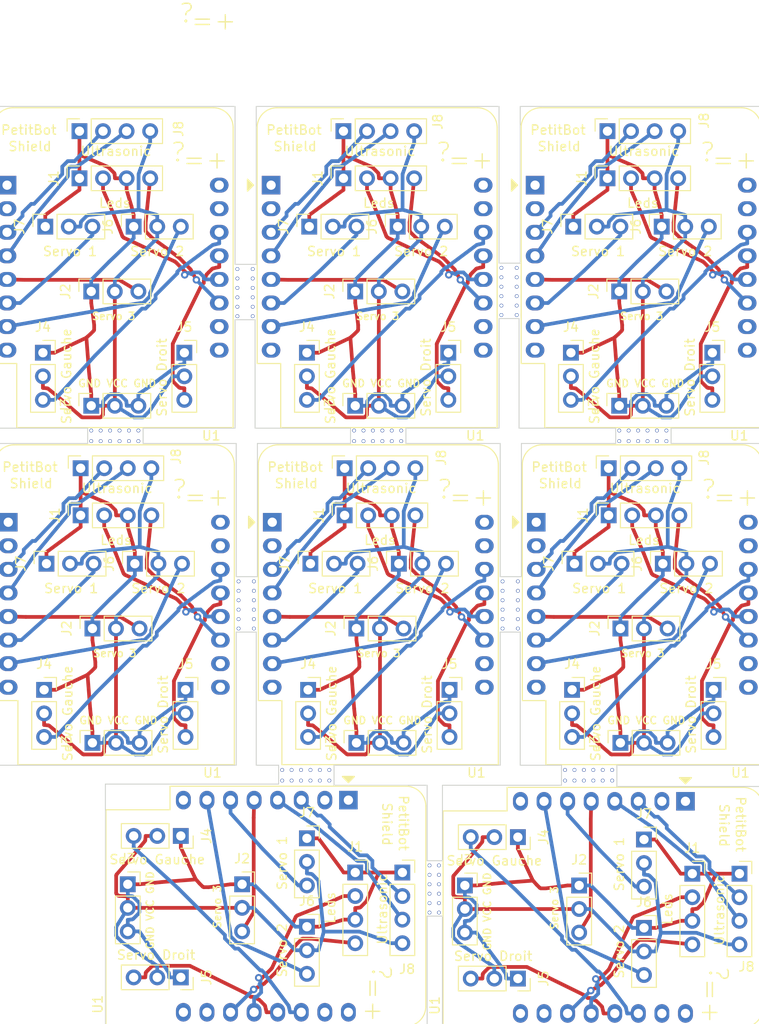
<source format=kicad_pcb>
(kicad_pcb (version 20171130) (host pcbnew 5.1.4)
  (layers (0 F.Cu signal hide) (31 B.Cu signal hide) (34 B.Paste user hide) (35 F.Paste user hide) (36 B.SilkS user hide) (37 F.SilkS user) (38 B.Mask user hide) (39 F.Mask user hide) (44 Edge.Cuts user hide))
  (net 0 "")
  (net 1 VCC)
  (net 2 GND)
  (net 3 LED2)
  (net 4 LED1)
  (net 5 ECHO)
  (net 6 TRIG)
  (net 7 SERVO3)
  (net 8 SERVOG)
  (net 9 SERVOD)
  (net 10 SERVO1)
  (net 11 SERVO2)
  (net 12 "Net-(U1-Pad2)")
  (net 13 "Net-(U1-Pad1)")
  (net 14 "Net-(U1-Pad8)")
  (net 15 "Net-(U1-Pad9)")
  (net 16 "Net-(U1-Pad10)")
  (net 17 "Net-(U1-Pad15)")
  (net 18 "Net-(U1-Pad16)")
  (module Module:WEMOS_D1_mini_light2 (layer F.Cu) (at 162.33 136.727 270)
    (fp_text reference U1 (at 22 27 90) (layer F.SilkS))
    (fp_text value WeMos_D1_mini)
    (pad 2 thru_hole oval (at 0 2.54 270) (size 2 1.6) (drill 1) (layers *.Cu *.Mask))
    (pad 1 thru_hole rect (at 0 0 270) (size 2 2) (drill 1) (layers *.Cu *.Mask))
    (pad 3 thru_hole oval (at 0 5.08 270) (size 2 1.6) (drill 1) (layers *.Cu *.Mask))
    (pad 4 thru_hole oval (at 0 7.62 270) (size 2 1.6) (drill 1) (layers *.Cu *.Mask))
    (pad 5 thru_hole oval (at 0 10.16 270) (size 2 1.6) (drill 1) (layers *.Cu *.Mask))
    (pad 6 thru_hole oval (at 0 12.7 270) (size 2 1.6) (drill 1) (layers *.Cu *.Mask))
    (pad 7 thru_hole oval (at 0 15.24 270) (size 2 1.6) (drill 1) (layers *.Cu *.Mask))
    (pad 8 thru_hole oval (at 0 17.78 270) (size 2 1.6) (drill 1) (layers *.Cu *.Mask))
    (pad 9 thru_hole oval (at 22.86 17.78 270) (size 2 1.6) (drill 1) (layers *.Cu *.Mask))
    (pad 10 thru_hole oval (at 22.86 15.24 270) (size 2 1.6) (drill 1) (layers *.Cu *.Mask))
    (pad 11 thru_hole oval (at 22.86 12.7 270) (size 2 1.6) (drill 1) (layers *.Cu *.Mask))
    (pad 12 thru_hole oval (at 22.86 10.16 270) (size 2 1.6) (drill 1) (layers *.Cu *.Mask))
    (pad 13 thru_hole oval (at 22.86 7.62 270) (size 2 1.6) (drill 1) (layers *.Cu *.Mask))
    (pad 14 thru_hole oval (at 22.86 5.08 270) (size 2 1.6) (drill 1) (layers *.Cu *.Mask))
    (pad 15 thru_hole oval (at 22.86 2.54 270) (size 2 1.6) (drill 1) (layers *.Cu *.Mask))
    (pad 16 thru_hole oval (at 22.86 0 270) (size 2 1.6) (drill 1) (layers *.Cu *.Mask))
  )
  (module Module:WEMOS_D1_mini_light2 (layer F.Cu) (at 146.252 106.656)
    (fp_text reference U1 (at 22 27) (layer F.SilkS))
    (fp_text value WeMos_D1_mini)
    (pad 16 thru_hole oval (at 22.86 0) (size 2 1.6) (drill 1) (layers *.Cu *.Mask))
    (pad 15 thru_hole oval (at 22.86 2.54) (size 2 1.6) (drill 1) (layers *.Cu *.Mask))
    (pad 14 thru_hole oval (at 22.86 5.08) (size 2 1.6) (drill 1) (layers *.Cu *.Mask))
    (pad 13 thru_hole oval (at 22.86 7.62) (size 2 1.6) (drill 1) (layers *.Cu *.Mask))
    (pad 12 thru_hole oval (at 22.86 10.16) (size 2 1.6) (drill 1) (layers *.Cu *.Mask))
    (pad 11 thru_hole oval (at 22.86 12.7) (size 2 1.6) (drill 1) (layers *.Cu *.Mask))
    (pad 10 thru_hole oval (at 22.86 15.24) (size 2 1.6) (drill 1) (layers *.Cu *.Mask))
    (pad 9 thru_hole oval (at 22.86 17.78) (size 2 1.6) (drill 1) (layers *.Cu *.Mask))
    (pad 8 thru_hole oval (at 0 17.78) (size 2 1.6) (drill 1) (layers *.Cu *.Mask))
    (pad 7 thru_hole oval (at 0 15.24) (size 2 1.6) (drill 1) (layers *.Cu *.Mask))
    (pad 6 thru_hole oval (at 0 12.7) (size 2 1.6) (drill 1) (layers *.Cu *.Mask))
    (pad 5 thru_hole oval (at 0 10.16) (size 2 1.6) (drill 1) (layers *.Cu *.Mask))
    (pad 4 thru_hole oval (at 0 7.62) (size 2 1.6) (drill 1) (layers *.Cu *.Mask))
    (pad 3 thru_hole oval (at 0 5.08) (size 2 1.6) (drill 1) (layers *.Cu *.Mask))
    (pad 1 thru_hole rect (at 0 0) (size 2 2) (drill 1) (layers *.Cu *.Mask))
    (pad 2 thru_hole oval (at 0 2.54) (size 2 1.6) (drill 1) (layers *.Cu *.Mask))
  )
  (module Module:WEMOS_D1_mini_light2 (layer F.Cu) (at 126.008 136.6 270)
    (fp_text reference U1 (at 22 27 90) (layer F.SilkS))
    (fp_text value WeMos_D1_mini)
    (pad 2 thru_hole oval (at 0 2.54 270) (size 2 1.6) (drill 1) (layers *.Cu *.Mask))
    (pad 1 thru_hole rect (at 0 0 270) (size 2 2) (drill 1) (layers *.Cu *.Mask))
    (pad 3 thru_hole oval (at 0 5.08 270) (size 2 1.6) (drill 1) (layers *.Cu *.Mask))
    (pad 4 thru_hole oval (at 0 7.62 270) (size 2 1.6) (drill 1) (layers *.Cu *.Mask))
    (pad 5 thru_hole oval (at 0 10.16 270) (size 2 1.6) (drill 1) (layers *.Cu *.Mask))
    (pad 6 thru_hole oval (at 0 12.7 270) (size 2 1.6) (drill 1) (layers *.Cu *.Mask))
    (pad 7 thru_hole oval (at 0 15.24 270) (size 2 1.6) (drill 1) (layers *.Cu *.Mask))
    (pad 8 thru_hole oval (at 0 17.78 270) (size 2 1.6) (drill 1) (layers *.Cu *.Mask))
    (pad 9 thru_hole oval (at 22.86 17.78 270) (size 2 1.6) (drill 1) (layers *.Cu *.Mask))
    (pad 10 thru_hole oval (at 22.86 15.24 270) (size 2 1.6) (drill 1) (layers *.Cu *.Mask))
    (pad 11 thru_hole oval (at 22.86 12.7 270) (size 2 1.6) (drill 1) (layers *.Cu *.Mask))
    (pad 12 thru_hole oval (at 22.86 10.16 270) (size 2 1.6) (drill 1) (layers *.Cu *.Mask))
    (pad 13 thru_hole oval (at 22.86 7.62 270) (size 2 1.6) (drill 1) (layers *.Cu *.Mask))
    (pad 14 thru_hole oval (at 22.86 5.08 270) (size 2 1.6) (drill 1) (layers *.Cu *.Mask))
    (pad 15 thru_hole oval (at 22.86 2.54 270) (size 2 1.6) (drill 1) (layers *.Cu *.Mask))
    (pad 16 thru_hole oval (at 22.86 0 270) (size 2 1.6) (drill 1) (layers *.Cu *.Mask))
  )
  (module Connector_PinSocket_2.54mm:PinSocket_1x03_P2.54mm_Vertical (layer F.Cu) (at 107.95 140.462 270)
    (fp_text reference J4 (at 0 -2.77 90) (layer F.SilkS))
    (fp_text value "Servo Gauche" (at 2.54 2.54) (layer F.SilkS))
    (pad 3 thru_hole oval (at 0 5.08 270) (size 1.7 1.7) (drill 1) (layers *.Cu *.Mask))
    (pad 2 thru_hole oval (at 0 2.54 270) (size 1.7 1.7) (drill 1) (layers *.Cu *.Mask))
    (pad 1 thru_hole rect (at 0 0 270) (size 1.7 1.7) (drill 1) (layers *.Cu *.Mask))
  )
  (module Connector_PinSocket_2.54mm:PinSocket_1x03_P2.54mm_Vertical (layer F.Cu) (at 121.539 150.241)
    (fp_text reference J6 (at 0 -2.77) (layer F.SilkS))
    (fp_text value "Servo 2" (at -2.667 2.54 270) (layer F.SilkS))
    (pad 3 thru_hole oval (at 0 5.08) (size 1.7 1.7) (drill 1) (layers *.Cu *.Mask))
    (pad 2 thru_hole oval (at 0 2.54) (size 1.7 1.7) (drill 1) (layers *.Cu *.Mask))
    (pad 1 thru_hole rect (at 0 0) (size 1.7 1.7) (drill 1) (layers *.Cu *.Mask))
  )
  (module Connector_PinSocket_2.54mm:PinSocket_1x03_P2.54mm_Vertical (layer F.Cu) (at 114.554 145.669)
    (fp_text reference J2 (at 0 -2.77) (layer F.SilkS))
    (fp_text value "Servo 3" (at -2.667 2.413 270) (layer F.SilkS) (effects (font (size 0.8 0.8))))
    (pad 3 thru_hole oval (at 0 5.08) (size 1.7 1.7) (drill 1) (layers *.Cu *.Mask))
    (pad 2 thru_hole oval (at 0 2.54) (size 1.7 1.7) (drill 1) (layers *.Cu *.Mask))
    (pad 1 thru_hole rect (at 0 0) (size 1.7 1.7) (drill 1) (layers *.Cu *.Mask))
  )
  (module Connector_PinSocket_2.54mm:PinSocket_1x03_P2.54mm_Vertical (layer F.Cu) (at 107.95 155.702 270)
    (fp_text reference J5 (at 0 -2.77 90) (layer F.SilkS))
    (fp_text value "Servo Droit" (at -2.413 2.667) (layer F.SilkS))
    (pad 3 thru_hole oval (at 0 5.08 270) (size 1.7 1.7) (drill 1) (layers *.Cu *.Mask))
    (pad 2 thru_hole oval (at 0 2.54 270) (size 1.7 1.7) (drill 1) (layers *.Cu *.Mask))
    (pad 1 thru_hole rect (at 0 0 270) (size 1.7 1.7) (drill 1) (layers *.Cu *.Mask))
  )
  (module Connector_PinSocket_2.54mm:PinSocket_1x03_P2.54mm_Vertical (layer F.Cu) (at 121.539 140.716)
    (fp_text reference J7 (at 0 -2.77) (layer F.SilkS))
    (fp_text value "Servo 1" (at -2.667 2.667 270) (layer F.SilkS))
    (pad 3 thru_hole oval (at 0 5.08) (size 1.7 1.7) (drill 1) (layers *.Cu *.Mask))
    (pad 2 thru_hole oval (at 0 2.54) (size 1.7 1.7) (drill 1) (layers *.Cu *.Mask))
    (pad 1 thru_hole rect (at 0 0) (size 1.7 1.7) (drill 1) (layers *.Cu *.Mask))
  )
  (module Connector_PinSocket_2.54mm:PinSocket_1x03_P2.54mm_Vertical (layer F.Cu) (at 102.235 145.669)
    (fp_text reference J3 (at 0 -2.77) (layer F.SilkS))
    (fp_text value "GND VCC GND" (at 2.413 2.794 270) (layer F.SilkS) (effects (font (size 0.8 0.8))))
    (pad 3 thru_hole oval (at 0 5.08) (size 1.7 1.7) (drill 1) (layers *.Cu *.Mask))
    (pad 2 thru_hole oval (at 0 2.54) (size 1.7 1.7) (drill 1) (layers *.Cu *.Mask))
    (pad 1 thru_hole rect (at 0 0) (size 1.7 1.7) (drill 1) (layers *.Cu *.Mask))
  )
  (module Connector_PinSocket_2.54mm:PinSocket_1x04_P2.54mm_Vertical (layer F.Cu) (at 126.746 144.399)
    (fp_text reference J1 (at 0 -2.77) (layer F.SilkS))
    (fp_text value Leds (at -2.667 3.81 270) (layer F.SilkS))
    (pad 4 thru_hole oval (at 0 7.62) (size 1.7 1.7) (drill 1) (layers *.Cu *.Mask))
    (pad 3 thru_hole oval (at 0 5.08) (size 1.7 1.7) (drill 1) (layers *.Cu *.Mask))
    (pad 2 thru_hole oval (at 0 2.54) (size 1.7 1.7) (drill 1) (layers *.Cu *.Mask))
    (pad 1 thru_hole rect (at 0 0) (size 1.7 1.7) (drill 1) (layers *.Cu *.Mask))
  )
  (module Connector_PinSocket_2.54mm:PinSocket_1x04_P2.54mm_Vertical (layer F.Cu) (at 131.826 144.399)
    (fp_text reference J8 (at 0.508 10.414) (layer F.SilkS))
    (fp_text value Ultrasonic (at -2.159 3.937 270) (layer F.SilkS))
    (pad 4 thru_hole oval (at 0 7.62) (size 1.7 1.7) (drill 1) (layers *.Cu *.Mask))
    (pad 3 thru_hole oval (at 0 5.08) (size 1.7 1.7) (drill 1) (layers *.Cu *.Mask))
    (pad 2 thru_hole oval (at 0 2.54) (size 1.7 1.7) (drill 1) (layers *.Cu *.Mask))
    (pad 1 thru_hole rect (at 0 0) (size 1.7 1.7) (drill 1) (layers *.Cu *.Mask))
  )
  (module Connector_PinSocket_2.54mm:PinSocket_1x03_P2.54mm_Vertical (layer F.Cu) (at 144.272 140.589 270)
    (fp_text reference J4 (at 0 -2.77 90) (layer F.SilkS))
    (fp_text value "Servo Gauche" (at 2.54 2.54) (layer F.SilkS))
    (pad 3 thru_hole oval (at 0 5.08 270) (size 1.7 1.7) (drill 1) (layers *.Cu *.Mask))
    (pad 2 thru_hole oval (at 0 2.54 270) (size 1.7 1.7) (drill 1) (layers *.Cu *.Mask))
    (pad 1 thru_hole rect (at 0 0 270) (size 1.7 1.7) (drill 1) (layers *.Cu *.Mask))
  )
  (module Connector_PinSocket_2.54mm:PinSocket_1x03_P2.54mm_Vertical (layer F.Cu) (at 157.861 150.368)
    (fp_text reference J6 (at 0 -2.77) (layer F.SilkS))
    (fp_text value "Servo 2" (at -2.667 2.54 270) (layer F.SilkS))
    (pad 3 thru_hole oval (at 0 5.08) (size 1.7 1.7) (drill 1) (layers *.Cu *.Mask))
    (pad 2 thru_hole oval (at 0 2.54) (size 1.7 1.7) (drill 1) (layers *.Cu *.Mask))
    (pad 1 thru_hole rect (at 0 0) (size 1.7 1.7) (drill 1) (layers *.Cu *.Mask))
  )
  (module Connector_PinSocket_2.54mm:PinSocket_1x03_P2.54mm_Vertical (layer F.Cu) (at 150.876 145.796)
    (fp_text reference J2 (at 0 -2.77) (layer F.SilkS))
    (fp_text value "Servo 3" (at -2.667 2.413 270) (layer F.SilkS) (effects (font (size 0.8 0.8))))
    (pad 3 thru_hole oval (at 0 5.08) (size 1.7 1.7) (drill 1) (layers *.Cu *.Mask))
    (pad 2 thru_hole oval (at 0 2.54) (size 1.7 1.7) (drill 1) (layers *.Cu *.Mask))
    (pad 1 thru_hole rect (at 0 0) (size 1.7 1.7) (drill 1) (layers *.Cu *.Mask))
  )
  (module Connector_PinSocket_2.54mm:PinSocket_1x03_P2.54mm_Vertical (layer F.Cu) (at 144.272 155.829 270)
    (fp_text reference J5 (at 0 -2.77 90) (layer F.SilkS))
    (fp_text value "Servo Droit" (at -2.413 2.667) (layer F.SilkS))
    (pad 3 thru_hole oval (at 0 5.08 270) (size 1.7 1.7) (drill 1) (layers *.Cu *.Mask))
    (pad 2 thru_hole oval (at 0 2.54 270) (size 1.7 1.7) (drill 1) (layers *.Cu *.Mask))
    (pad 1 thru_hole rect (at 0 0 270) (size 1.7 1.7) (drill 1) (layers *.Cu *.Mask))
  )
  (module Connector_PinSocket_2.54mm:PinSocket_1x03_P2.54mm_Vertical (layer F.Cu) (at 157.861 140.843)
    (fp_text reference J7 (at 0 -2.77) (layer F.SilkS))
    (fp_text value "Servo 1" (at -2.667 2.667 270) (layer F.SilkS))
    (pad 3 thru_hole oval (at 0 5.08) (size 1.7 1.7) (drill 1) (layers *.Cu *.Mask))
    (pad 2 thru_hole oval (at 0 2.54) (size 1.7 1.7) (drill 1) (layers *.Cu *.Mask))
    (pad 1 thru_hole rect (at 0 0) (size 1.7 1.7) (drill 1) (layers *.Cu *.Mask))
  )
  (module Connector_PinSocket_2.54mm:PinSocket_1x03_P2.54mm_Vertical (layer F.Cu) (at 138.557 145.796)
    (fp_text reference J3 (at 0 -2.77) (layer F.SilkS))
    (fp_text value "GND VCC GND" (at 2.413 2.794 270) (layer F.SilkS) (effects (font (size 0.8 0.8))))
    (pad 3 thru_hole oval (at 0 5.08) (size 1.7 1.7) (drill 1) (layers *.Cu *.Mask))
    (pad 2 thru_hole oval (at 0 2.54) (size 1.7 1.7) (drill 1) (layers *.Cu *.Mask))
    (pad 1 thru_hole rect (at 0 0) (size 1.7 1.7) (drill 1) (layers *.Cu *.Mask))
  )
  (module Connector_PinSocket_2.54mm:PinSocket_1x04_P2.54mm_Vertical (layer F.Cu) (at 163.068 144.526)
    (fp_text reference J1 (at 0 -2.77) (layer F.SilkS))
    (fp_text value Leds (at -2.667 3.81 270) (layer F.SilkS))
    (pad 4 thru_hole oval (at 0 7.62) (size 1.7 1.7) (drill 1) (layers *.Cu *.Mask))
    (pad 3 thru_hole oval (at 0 5.08) (size 1.7 1.7) (drill 1) (layers *.Cu *.Mask))
    (pad 2 thru_hole oval (at 0 2.54) (size 1.7 1.7) (drill 1) (layers *.Cu *.Mask))
    (pad 1 thru_hole rect (at 0 0) (size 1.7 1.7) (drill 1) (layers *.Cu *.Mask))
  )
  (module Connector_PinSocket_2.54mm:PinSocket_1x04_P2.54mm_Vertical (layer F.Cu) (at 168.148 144.526)
    (fp_text reference J8 (at 0.762 10.033) (layer F.SilkS))
    (fp_text value Ultrasonic (at -2.159 3.937 270) (layer F.SilkS))
    (pad 4 thru_hole oval (at 0 7.62) (size 1.7 1.7) (drill 1) (layers *.Cu *.Mask))
    (pad 3 thru_hole oval (at 0 5.08) (size 1.7 1.7) (drill 1) (layers *.Cu *.Mask))
    (pad 2 thru_hole oval (at 0 2.54) (size 1.7 1.7) (drill 1) (layers *.Cu *.Mask))
    (pad 1 thru_hole rect (at 0 0) (size 1.7 1.7) (drill 1) (layers *.Cu *.Mask))
  )
  (module Connector_PinSocket_2.54mm:PinSocket_1x03_P2.54mm_Vertical (layer F.Cu) (at 98.425 130.429 90)
    (fp_text reference J3 (at 0 -2.77 90) (layer F.SilkS))
    (fp_text value "GND VCC GND" (at 2.413 2.794 180) (layer F.SilkS) (effects (font (size 0.8 0.8))))
    (pad 1 thru_hole rect (at 0 0 90) (size 1.7 1.7) (drill 1) (layers *.Cu *.Mask))
    (pad 2 thru_hole oval (at 0 2.54 90) (size 1.7 1.7) (drill 1) (layers *.Cu *.Mask))
    (pad 3 thru_hole oval (at 0 5.08 90) (size 1.7 1.7) (drill 1) (layers *.Cu *.Mask))
  )
  (module Connector_PinSocket_2.54mm:PinSocket_1x03_P2.54mm_Vertical (layer F.Cu) (at 93.345 74.803 90)
    (fp_text reference J7 (at 0 -2.77 90) (layer F.SilkS))
    (fp_text value "Servo 1" (at -2.667 2.667 180) (layer F.SilkS))
    (pad 3 thru_hole oval (at 0 5.08 90) (size 1.7 1.7) (drill 1) (layers *.Cu *.Mask))
    (pad 2 thru_hole oval (at 0 2.54 90) (size 1.7 1.7) (drill 1) (layers *.Cu *.Mask))
    (pad 1 thru_hole rect (at 0 0 90) (size 1.7 1.7) (drill 1) (layers *.Cu *.Mask))
  )
  (module Connector_PinSocket_2.54mm:PinSocket_1x04_P2.54mm_Vertical (layer F.Cu) (at 97.028 69.596 90)
    (fp_text reference J1 (at 0 -2.77 90) (layer F.SilkS))
    (fp_text value Leds (at -2.667 3.81 180) (layer F.SilkS))
    (pad 4 thru_hole oval (at 0 7.62 90) (size 1.7 1.7) (drill 1) (layers *.Cu *.Mask))
    (pad 3 thru_hole oval (at 0 5.08 90) (size 1.7 1.7) (drill 1) (layers *.Cu *.Mask))
    (pad 2 thru_hole oval (at 0 2.54 90) (size 1.7 1.7) (drill 1) (layers *.Cu *.Mask))
    (pad 1 thru_hole rect (at 0 0 90) (size 1.7 1.7) (drill 1) (layers *.Cu *.Mask))
  )
  (module Connector_PinSocket_2.54mm:PinSocket_1x03_P2.54mm_Vertical (layer F.Cu) (at 102.87 74.803 90)
    (fp_text reference J6 (at 0 -2.77 90) (layer F.SilkS))
    (fp_text value "Servo 2" (at -2.667 2.54 180) (layer F.SilkS))
    (pad 3 thru_hole oval (at 0 5.08 90) (size 1.7 1.7) (drill 1) (layers *.Cu *.Mask))
    (pad 2 thru_hole oval (at 0 2.54 90) (size 1.7 1.7) (drill 1) (layers *.Cu *.Mask))
    (pad 1 thru_hole rect (at 0 0 90) (size 1.7 1.7) (drill 1) (layers *.Cu *.Mask))
  )
  (module Connector_PinSocket_2.54mm:PinSocket_1x03_P2.54mm_Vertical (layer F.Cu) (at 108.331 88.392)
    (fp_text reference J5 (at 0 -2.77) (layer F.SilkS))
    (fp_text value "Servo Droit" (at -2.413 2.667 90) (layer F.SilkS))
    (pad 3 thru_hole oval (at 0 5.08) (size 1.7 1.7) (drill 1) (layers *.Cu *.Mask))
    (pad 2 thru_hole oval (at 0 2.54) (size 1.7 1.7) (drill 1) (layers *.Cu *.Mask))
    (pad 1 thru_hole rect (at 0 0) (size 1.7 1.7) (drill 1) (layers *.Cu *.Mask))
  )
  (module Connector_PinSocket_2.54mm:PinSocket_1x03_P2.54mm_Vertical (layer F.Cu) (at 98.298 94.107 90)
    (fp_text reference J3 (at 0 -2.77 90) (layer F.SilkS))
    (fp_text value "GND VCC GND" (at 2.413 2.794 180) (layer F.SilkS) (effects (font (size 0.8 0.8))))
    (pad 3 thru_hole oval (at 0 5.08 90) (size 1.7 1.7) (drill 1) (layers *.Cu *.Mask))
    (pad 2 thru_hole oval (at 0 2.54 90) (size 1.7 1.7) (drill 1) (layers *.Cu *.Mask))
    (pad 1 thru_hole rect (at 0 0 90) (size 1.7 1.7) (drill 1) (layers *.Cu *.Mask))
  )
  (module Connector_PinSocket_2.54mm:PinSocket_1x03_P2.54mm_Vertical (layer F.Cu) (at 93.472 111.125 90)
    (fp_text reference J7 (at 0 -2.77 90) (layer F.SilkS))
    (fp_text value "Servo 1" (at -2.667 2.667 180) (layer F.SilkS))
    (pad 1 thru_hole rect (at 0 0 90) (size 1.7 1.7) (drill 1) (layers *.Cu *.Mask))
    (pad 2 thru_hole oval (at 0 2.54 90) (size 1.7 1.7) (drill 1) (layers *.Cu *.Mask))
    (pad 3 thru_hole oval (at 0 5.08 90) (size 1.7 1.7) (drill 1) (layers *.Cu *.Mask))
  )
  (module Connector_PinSocket_2.54mm:PinSocket_1x04_P2.54mm_Vertical (layer F.Cu) (at 97.155 105.918 90)
    (fp_text reference J1 (at 0 -2.77 90) (layer F.SilkS))
    (fp_text value Leds (at -2.667 3.81 180) (layer F.SilkS))
    (pad 1 thru_hole rect (at 0 0 90) (size 1.7 1.7) (drill 1) (layers *.Cu *.Mask))
    (pad 2 thru_hole oval (at 0 2.54 90) (size 1.7 1.7) (drill 1) (layers *.Cu *.Mask))
    (pad 3 thru_hole oval (at 0 5.08 90) (size 1.7 1.7) (drill 1) (layers *.Cu *.Mask))
    (pad 4 thru_hole oval (at 0 7.62 90) (size 1.7 1.7) (drill 1) (layers *.Cu *.Mask))
  )
  (module Connector_PinSocket_2.54mm:PinSocket_1x03_P2.54mm_Vertical (layer F.Cu) (at 98.425 118.11 90)
    (fp_text reference J2 (at 0 -2.77 90) (layer F.SilkS))
    (fp_text value "Servo 3" (at -2.667 2.413 180) (layer F.SilkS) (effects (font (size 0.8 0.8))))
    (pad 1 thru_hole rect (at 0 0 90) (size 1.7 1.7) (drill 1) (layers *.Cu *.Mask))
    (pad 2 thru_hole oval (at 0 2.54 90) (size 1.7 1.7) (drill 1) (layers *.Cu *.Mask))
    (pad 3 thru_hole oval (at 0 5.08 90) (size 1.7 1.7) (drill 1) (layers *.Cu *.Mask))
  )
  (module Connector_PinSocket_2.54mm:PinSocket_1x03_P2.54mm_Vertical (layer F.Cu) (at 93.218 124.714)
    (fp_text reference J4 (at 0 -2.77) (layer F.SilkS))
    (fp_text value "Servo Gauche" (at 2.54 2.54 90) (layer F.SilkS))
    (pad 1 thru_hole rect (at 0 0) (size 1.7 1.7) (drill 1) (layers *.Cu *.Mask))
    (pad 2 thru_hole oval (at 0 2.54) (size 1.7 1.7) (drill 1) (layers *.Cu *.Mask))
    (pad 3 thru_hole oval (at 0 5.08) (size 1.7 1.7) (drill 1) (layers *.Cu *.Mask))
  )
  (module Connector_PinSocket_2.54mm:PinSocket_1x03_P2.54mm_Vertical (layer F.Cu) (at 108.458 124.714)
    (fp_text reference J5 (at 0 -2.77) (layer F.SilkS))
    (fp_text value "Servo Droit" (at -2.413 2.667 90) (layer F.SilkS))
    (pad 1 thru_hole rect (at 0 0) (size 1.7 1.7) (drill 1) (layers *.Cu *.Mask))
    (pad 2 thru_hole oval (at 0 2.54) (size 1.7 1.7) (drill 1) (layers *.Cu *.Mask))
    (pad 3 thru_hole oval (at 0 5.08) (size 1.7 1.7) (drill 1) (layers *.Cu *.Mask))
  )
  (module Connector_PinSocket_2.54mm:PinSocket_1x03_P2.54mm_Vertical (layer F.Cu) (at 102.997 111.125 90)
    (fp_text reference J6 (at 0 -2.77 90) (layer F.SilkS))
    (fp_text value "Servo 2" (at -2.667 2.54 180) (layer F.SilkS))
    (pad 1 thru_hole rect (at 0 0 90) (size 1.7 1.7) (drill 1) (layers *.Cu *.Mask))
    (pad 2 thru_hole oval (at 0 2.54 90) (size 1.7 1.7) (drill 1) (layers *.Cu *.Mask))
    (pad 3 thru_hole oval (at 0 5.08 90) (size 1.7 1.7) (drill 1) (layers *.Cu *.Mask))
  )
  (module Module:WEMOS_D1_mini_light2 (layer F.Cu) (at 89.356 106.656)
    (fp_text reference U1 (at 22 27) (layer F.SilkS))
    (fp_text value WeMos_D1_mini)
    (pad 16 thru_hole oval (at 22.86 0) (size 2 1.6) (drill 1) (layers *.Cu *.Mask))
    (pad 15 thru_hole oval (at 22.86 2.54) (size 2 1.6) (drill 1) (layers *.Cu *.Mask))
    (pad 14 thru_hole oval (at 22.86 5.08) (size 2 1.6) (drill 1) (layers *.Cu *.Mask))
    (pad 13 thru_hole oval (at 22.86 7.62) (size 2 1.6) (drill 1) (layers *.Cu *.Mask))
    (pad 12 thru_hole oval (at 22.86 10.16) (size 2 1.6) (drill 1) (layers *.Cu *.Mask))
    (pad 11 thru_hole oval (at 22.86 12.7) (size 2 1.6) (drill 1) (layers *.Cu *.Mask))
    (pad 10 thru_hole oval (at 22.86 15.24) (size 2 1.6) (drill 1) (layers *.Cu *.Mask))
    (pad 9 thru_hole oval (at 22.86 17.78) (size 2 1.6) (drill 1) (layers *.Cu *.Mask))
    (pad 8 thru_hole oval (at 0 17.78) (size 2 1.6) (drill 1) (layers *.Cu *.Mask))
    (pad 7 thru_hole oval (at 0 15.24) (size 2 1.6) (drill 1) (layers *.Cu *.Mask))
    (pad 6 thru_hole oval (at 0 12.7) (size 2 1.6) (drill 1) (layers *.Cu *.Mask))
    (pad 5 thru_hole oval (at 0 10.16) (size 2 1.6) (drill 1) (layers *.Cu *.Mask))
    (pad 4 thru_hole oval (at 0 7.62) (size 2 1.6) (drill 1) (layers *.Cu *.Mask))
    (pad 3 thru_hole oval (at 0 5.08) (size 2 1.6) (drill 1) (layers *.Cu *.Mask))
    (pad 1 thru_hole rect (at 0 0) (size 2 2) (drill 1) (layers *.Cu *.Mask))
    (pad 2 thru_hole oval (at 0 2.54) (size 2 1.6) (drill 1) (layers *.Cu *.Mask))
  )
  (module Connector_PinSocket_2.54mm:PinSocket_1x03_P2.54mm_Vertical (layer F.Cu) (at 98.298 81.788 90)
    (fp_text reference J2 (at 0 -2.77 90) (layer F.SilkS))
    (fp_text value "Servo 3" (at -2.667 2.413 180) (layer F.SilkS) (effects (font (size 0.8 0.8))))
    (pad 3 thru_hole oval (at 0 5.08 90) (size 1.7 1.7) (drill 1) (layers *.Cu *.Mask))
    (pad 2 thru_hole oval (at 0 2.54 90) (size 1.7 1.7) (drill 1) (layers *.Cu *.Mask))
    (pad 1 thru_hole rect (at 0 0 90) (size 1.7 1.7) (drill 1) (layers *.Cu *.Mask))
  )
  (module Connector_PinSocket_2.54mm:PinSocket_1x04_P2.54mm_Vertical (layer F.Cu) (at 97.155 100.838 90)
    (fp_text reference J8 (at 1.27 10.287 90) (layer F.SilkS))
    (fp_text value Ultrasonic (at -2.159 3.937 180) (layer F.SilkS))
    (pad 1 thru_hole rect (at 0 0 90) (size 1.7 1.7) (drill 1) (layers *.Cu *.Mask))
    (pad 2 thru_hole oval (at 0 2.54 90) (size 1.7 1.7) (drill 1) (layers *.Cu *.Mask))
    (pad 3 thru_hole oval (at 0 5.08 90) (size 1.7 1.7) (drill 1) (layers *.Cu *.Mask))
    (pad 4 thru_hole oval (at 0 7.62 90) (size 1.7 1.7) (drill 1) (layers *.Cu *.Mask))
  )
  (module Connector_PinSocket_2.54mm:PinSocket_1x03_P2.54mm_Vertical (layer F.Cu) (at 93.091 88.392)
    (fp_text reference J4 (at 0 -2.77) (layer F.SilkS))
    (fp_text value "Servo Gauche" (at 2.54 2.54 90) (layer F.SilkS))
    (pad 3 thru_hole oval (at 0 5.08) (size 1.7 1.7) (drill 1) (layers *.Cu *.Mask))
    (pad 2 thru_hole oval (at 0 2.54) (size 1.7 1.7) (drill 1) (layers *.Cu *.Mask))
    (pad 1 thru_hole rect (at 0 0) (size 1.7 1.7) (drill 1) (layers *.Cu *.Mask))
  )
  (module Module:WEMOS_D1_mini_light2 (layer F.Cu) (at 89.229 70.334)
    (fp_text reference U1 (at 22 27) (layer F.SilkS))
    (fp_text value WeMos_D1_mini)
    (pad 2 thru_hole oval (at 0 2.54) (size 2 1.6) (drill 1) (layers *.Cu *.Mask))
    (pad 1 thru_hole rect (at 0 0) (size 2 2) (drill 1) (layers *.Cu *.Mask))
    (pad 3 thru_hole oval (at 0 5.08) (size 2 1.6) (drill 1) (layers *.Cu *.Mask))
    (pad 4 thru_hole oval (at 0 7.62) (size 2 1.6) (drill 1) (layers *.Cu *.Mask))
    (pad 5 thru_hole oval (at 0 10.16) (size 2 1.6) (drill 1) (layers *.Cu *.Mask))
    (pad 6 thru_hole oval (at 0 12.7) (size 2 1.6) (drill 1) (layers *.Cu *.Mask))
    (pad 7 thru_hole oval (at 0 15.24) (size 2 1.6) (drill 1) (layers *.Cu *.Mask))
    (pad 8 thru_hole oval (at 0 17.78) (size 2 1.6) (drill 1) (layers *.Cu *.Mask))
    (pad 9 thru_hole oval (at 22.86 17.78) (size 2 1.6) (drill 1) (layers *.Cu *.Mask))
    (pad 10 thru_hole oval (at 22.86 15.24) (size 2 1.6) (drill 1) (layers *.Cu *.Mask))
    (pad 11 thru_hole oval (at 22.86 12.7) (size 2 1.6) (drill 1) (layers *.Cu *.Mask))
    (pad 12 thru_hole oval (at 22.86 10.16) (size 2 1.6) (drill 1) (layers *.Cu *.Mask))
    (pad 13 thru_hole oval (at 22.86 7.62) (size 2 1.6) (drill 1) (layers *.Cu *.Mask))
    (pad 14 thru_hole oval (at 22.86 5.08) (size 2 1.6) (drill 1) (layers *.Cu *.Mask))
    (pad 15 thru_hole oval (at 22.86 2.54) (size 2 1.6) (drill 1) (layers *.Cu *.Mask))
    (pad 16 thru_hole oval (at 22.86 0) (size 2 1.6) (drill 1) (layers *.Cu *.Mask))
  )
  (module Connector_PinSocket_2.54mm:PinSocket_1x04_P2.54mm_Vertical (layer F.Cu) (at 97.028 64.516 90)
    (fp_text reference J8 (at 0.254 10.668 90) (layer F.SilkS))
    (fp_text value Ultrasonic (at -2.159 3.937 180) (layer F.SilkS))
    (pad 4 thru_hole oval (at 0 7.62 90) (size 1.7 1.7) (drill 1) (layers *.Cu *.Mask))
    (pad 3 thru_hole oval (at 0 5.08 90) (size 1.7 1.7) (drill 1) (layers *.Cu *.Mask))
    (pad 2 thru_hole oval (at 0 2.54 90) (size 1.7 1.7) (drill 1) (layers *.Cu *.Mask))
    (pad 1 thru_hole rect (at 0 0 90) (size 1.7 1.7) (drill 1) (layers *.Cu *.Mask))
  )
  (module Connector_PinSocket_2.54mm:PinSocket_1x04_P2.54mm_Vertical (layer F.Cu) (at 154.051 100.838 90)
    (fp_text reference J8 (at 1.143 10.287 90) (layer F.SilkS))
    (fp_text value Ultrasonic (at -2.159 3.937 180) (layer F.SilkS))
    (pad 1 thru_hole rect (at 0 0 90) (size 1.7 1.7) (drill 1) (layers *.Cu *.Mask))
    (pad 2 thru_hole oval (at 0 2.54 90) (size 1.7 1.7) (drill 1) (layers *.Cu *.Mask))
    (pad 3 thru_hole oval (at 0 5.08 90) (size 1.7 1.7) (drill 1) (layers *.Cu *.Mask))
    (pad 4 thru_hole oval (at 0 7.62 90) (size 1.7 1.7) (drill 1) (layers *.Cu *.Mask))
  )
  (module Connector_PinSocket_2.54mm:PinSocket_1x03_P2.54mm_Vertical (layer F.Cu) (at 121.92 111.125 90)
    (fp_text reference J7 (at 0 -2.77 90) (layer F.SilkS))
    (fp_text value "Servo 1" (at -2.667 2.667 180) (layer F.SilkS))
    (pad 3 thru_hole oval (at 0 5.08 90) (size 1.7 1.7) (drill 1) (layers *.Cu *.Mask))
    (pad 2 thru_hole oval (at 0 2.54 90) (size 1.7 1.7) (drill 1) (layers *.Cu *.Mask))
    (pad 1 thru_hole rect (at 0 0 90) (size 1.7 1.7) (drill 1) (layers *.Cu *.Mask))
  )
  (module Connector_PinSocket_2.54mm:PinSocket_1x04_P2.54mm_Vertical (layer F.Cu) (at 125.603 105.918 90)
    (fp_text reference J1 (at 0 -2.77 90) (layer F.SilkS))
    (fp_text value Leds (at -2.667 3.81 180) (layer F.SilkS))
    (pad 4 thru_hole oval (at 0 7.62 90) (size 1.7 1.7) (drill 1) (layers *.Cu *.Mask))
    (pad 3 thru_hole oval (at 0 5.08 90) (size 1.7 1.7) (drill 1) (layers *.Cu *.Mask))
    (pad 2 thru_hole oval (at 0 2.54 90) (size 1.7 1.7) (drill 1) (layers *.Cu *.Mask))
    (pad 1 thru_hole rect (at 0 0 90) (size 1.7 1.7) (drill 1) (layers *.Cu *.Mask))
  )
  (module Connector_PinSocket_2.54mm:PinSocket_1x03_P2.54mm_Vertical (layer F.Cu) (at 131.445 111.125 90)
    (fp_text reference J6 (at 0 -2.77 90) (layer F.SilkS))
    (fp_text value "Servo 2" (at -2.667 2.54 180) (layer F.SilkS))
    (pad 3 thru_hole oval (at 0 5.08 90) (size 1.7 1.7) (drill 1) (layers *.Cu *.Mask))
    (pad 2 thru_hole oval (at 0 2.54 90) (size 1.7 1.7) (drill 1) (layers *.Cu *.Mask))
    (pad 1 thru_hole rect (at 0 0 90) (size 1.7 1.7) (drill 1) (layers *.Cu *.Mask))
  )
  (module Connector_PinSocket_2.54mm:PinSocket_1x03_P2.54mm_Vertical (layer F.Cu) (at 136.906 124.714)
    (fp_text reference J5 (at 0 -2.77) (layer F.SilkS))
    (fp_text value "Servo Droit" (at -2.413 2.667 90) (layer F.SilkS))
    (pad 3 thru_hole oval (at 0 5.08) (size 1.7 1.7) (drill 1) (layers *.Cu *.Mask))
    (pad 2 thru_hole oval (at 0 2.54) (size 1.7 1.7) (drill 1) (layers *.Cu *.Mask))
    (pad 1 thru_hole rect (at 0 0) (size 1.7 1.7) (drill 1) (layers *.Cu *.Mask))
  )
  (module Connector_PinSocket_2.54mm:PinSocket_1x03_P2.54mm_Vertical (layer F.Cu) (at 126.873 130.429 90)
    (fp_text reference J3 (at 0 -2.77 90) (layer F.SilkS))
    (fp_text value "GND VCC GND" (at 2.413 2.794 180) (layer F.SilkS) (effects (font (size 0.8 0.8))))
    (pad 3 thru_hole oval (at 0 5.08 90) (size 1.7 1.7) (drill 1) (layers *.Cu *.Mask))
    (pad 2 thru_hole oval (at 0 2.54 90) (size 1.7 1.7) (drill 1) (layers *.Cu *.Mask))
    (pad 1 thru_hole rect (at 0 0 90) (size 1.7 1.7) (drill 1) (layers *.Cu *.Mask))
  )
  (module Connector_PinSocket_2.54mm:PinSocket_1x03_P2.54mm_Vertical (layer F.Cu) (at 155.321 118.11 90)
    (fp_text reference J2 (at 0 -2.77 90) (layer F.SilkS))
    (fp_text value "Servo 3" (at -2.667 2.413 180) (layer F.SilkS) (effects (font (size 0.8 0.8))))
    (pad 1 thru_hole rect (at 0 0 90) (size 1.7 1.7) (drill 1) (layers *.Cu *.Mask))
    (pad 2 thru_hole oval (at 0 2.54 90) (size 1.7 1.7) (drill 1) (layers *.Cu *.Mask))
    (pad 3 thru_hole oval (at 0 5.08 90) (size 1.7 1.7) (drill 1) (layers *.Cu *.Mask))
  )
  (module Connector_PinSocket_2.54mm:PinSocket_1x03_P2.54mm_Vertical (layer F.Cu) (at 155.321 130.429 90)
    (fp_text reference J3 (at 0 -2.77 90) (layer F.SilkS))
    (fp_text value "GND VCC GND" (at 2.413 2.794 180) (layer F.SilkS) (effects (font (size 0.8 0.8))))
    (pad 1 thru_hole rect (at 0 0 90) (size 1.7 1.7) (drill 1) (layers *.Cu *.Mask))
    (pad 2 thru_hole oval (at 0 2.54 90) (size 1.7 1.7) (drill 1) (layers *.Cu *.Mask))
    (pad 3 thru_hole oval (at 0 5.08 90) (size 1.7 1.7) (drill 1) (layers *.Cu *.Mask))
  )
  (module Connector_PinSocket_2.54mm:PinSocket_1x03_P2.54mm_Vertical (layer F.Cu) (at 126.873 118.11 90)
    (fp_text reference J2 (at 0 -2.77 90) (layer F.SilkS))
    (fp_text value "Servo 3" (at -2.667 2.413 180) (layer F.SilkS) (effects (font (size 0.8 0.8))))
    (pad 3 thru_hole oval (at 0 5.08 90) (size 1.7 1.7) (drill 1) (layers *.Cu *.Mask))
    (pad 2 thru_hole oval (at 0 2.54 90) (size 1.7 1.7) (drill 1) (layers *.Cu *.Mask))
    (pad 1 thru_hole rect (at 0 0 90) (size 1.7 1.7) (drill 1) (layers *.Cu *.Mask))
  )
  (module Connector_PinSocket_2.54mm:PinSocket_1x03_P2.54mm_Vertical (layer F.Cu) (at 121.666 124.714)
    (fp_text reference J4 (at 0 -2.77) (layer F.SilkS))
    (fp_text value "Servo Gauche" (at 2.54 2.54 90) (layer F.SilkS))
    (pad 3 thru_hole oval (at 0 5.08) (size 1.7 1.7) (drill 1) (layers *.Cu *.Mask))
    (pad 2 thru_hole oval (at 0 2.54) (size 1.7 1.7) (drill 1) (layers *.Cu *.Mask))
    (pad 1 thru_hole rect (at 0 0) (size 1.7 1.7) (drill 1) (layers *.Cu *.Mask))
  )
  (module Connector_PinSocket_2.54mm:PinSocket_1x03_P2.54mm_Vertical (layer F.Cu) (at 150.114 124.714)
    (fp_text reference J4 (at 0 -2.77) (layer F.SilkS))
    (fp_text value "Servo Gauche" (at 2.54 2.54 90) (layer F.SilkS))
    (pad 1 thru_hole rect (at 0 0) (size 1.7 1.7) (drill 1) (layers *.Cu *.Mask))
    (pad 2 thru_hole oval (at 0 2.54) (size 1.7 1.7) (drill 1) (layers *.Cu *.Mask))
    (pad 3 thru_hole oval (at 0 5.08) (size 1.7 1.7) (drill 1) (layers *.Cu *.Mask))
  )
  (module Connector_PinSocket_2.54mm:PinSocket_1x03_P2.54mm_Vertical (layer F.Cu) (at 165.354 124.714)
    (fp_text reference J5 (at 0 -2.77) (layer F.SilkS))
    (fp_text value "Servo Droit" (at -2.413 2.667 90) (layer F.SilkS))
    (pad 1 thru_hole rect (at 0 0) (size 1.7 1.7) (drill 1) (layers *.Cu *.Mask))
    (pad 2 thru_hole oval (at 0 2.54) (size 1.7 1.7) (drill 1) (layers *.Cu *.Mask))
    (pad 3 thru_hole oval (at 0 5.08) (size 1.7 1.7) (drill 1) (layers *.Cu *.Mask))
  )
  (module Connector_PinSocket_2.54mm:PinSocket_1x04_P2.54mm_Vertical (layer F.Cu) (at 154.051 105.918 90)
    (fp_text reference J1 (at 0 -2.77 90) (layer F.SilkS))
    (fp_text value Leds (at -2.667 3.81 180) (layer F.SilkS))
    (pad 1 thru_hole rect (at 0 0 90) (size 1.7 1.7) (drill 1) (layers *.Cu *.Mask))
    (pad 2 thru_hole oval (at 0 2.54 90) (size 1.7 1.7) (drill 1) (layers *.Cu *.Mask))
    (pad 3 thru_hole oval (at 0 5.08 90) (size 1.7 1.7) (drill 1) (layers *.Cu *.Mask))
    (pad 4 thru_hole oval (at 0 7.62 90) (size 1.7 1.7) (drill 1) (layers *.Cu *.Mask))
  )
  (module Connector_PinSocket_2.54mm:PinSocket_1x03_P2.54mm_Vertical (layer F.Cu) (at 159.893 111.125 90)
    (fp_text reference J6 (at 0 -2.77 90) (layer F.SilkS))
    (fp_text value "Servo 2" (at -2.667 2.54 180) (layer F.SilkS))
    (pad 1 thru_hole rect (at 0 0 90) (size 1.7 1.7) (drill 1) (layers *.Cu *.Mask))
    (pad 2 thru_hole oval (at 0 2.54 90) (size 1.7 1.7) (drill 1) (layers *.Cu *.Mask))
    (pad 3 thru_hole oval (at 0 5.08 90) (size 1.7 1.7) (drill 1) (layers *.Cu *.Mask))
  )
  (module Connector_PinSocket_2.54mm:PinSocket_1x03_P2.54mm_Vertical (layer F.Cu) (at 150.368 111.125 90)
    (fp_text reference J7 (at 0 -2.77 90) (layer F.SilkS))
    (fp_text value "Servo 1" (at -2.667 2.667 180) (layer F.SilkS))
    (pad 1 thru_hole rect (at 0 0 90) (size 1.7 1.7) (drill 1) (layers *.Cu *.Mask))
    (pad 2 thru_hole oval (at 0 2.54 90) (size 1.7 1.7) (drill 1) (layers *.Cu *.Mask))
    (pad 3 thru_hole oval (at 0 5.08 90) (size 1.7 1.7) (drill 1) (layers *.Cu *.Mask))
  )
  (module Module:WEMOS_D1_mini_light2 (layer F.Cu) (at 117.804 106.656)
    (fp_text reference U1 (at 22 27) (layer F.SilkS))
    (fp_text value WeMos_D1_mini)
    (pad 2 thru_hole oval (at 0 2.54) (size 2 1.6) (drill 1) (layers *.Cu *.Mask))
    (pad 1 thru_hole rect (at 0 0) (size 2 2) (drill 1) (layers *.Cu *.Mask))
    (pad 3 thru_hole oval (at 0 5.08) (size 2 1.6) (drill 1) (layers *.Cu *.Mask))
    (pad 4 thru_hole oval (at 0 7.62) (size 2 1.6) (drill 1) (layers *.Cu *.Mask))
    (pad 5 thru_hole oval (at 0 10.16) (size 2 1.6) (drill 1) (layers *.Cu *.Mask))
    (pad 6 thru_hole oval (at 0 12.7) (size 2 1.6) (drill 1) (layers *.Cu *.Mask))
    (pad 7 thru_hole oval (at 0 15.24) (size 2 1.6) (drill 1) (layers *.Cu *.Mask))
    (pad 8 thru_hole oval (at 0 17.78) (size 2 1.6) (drill 1) (layers *.Cu *.Mask))
    (pad 9 thru_hole oval (at 22.86 17.78) (size 2 1.6) (drill 1) (layers *.Cu *.Mask))
    (pad 10 thru_hole oval (at 22.86 15.24) (size 2 1.6) (drill 1) (layers *.Cu *.Mask))
    (pad 11 thru_hole oval (at 22.86 12.7) (size 2 1.6) (drill 1) (layers *.Cu *.Mask))
    (pad 12 thru_hole oval (at 22.86 10.16) (size 2 1.6) (drill 1) (layers *.Cu *.Mask))
    (pad 13 thru_hole oval (at 22.86 7.62) (size 2 1.6) (drill 1) (layers *.Cu *.Mask))
    (pad 14 thru_hole oval (at 22.86 5.08) (size 2 1.6) (drill 1) (layers *.Cu *.Mask))
    (pad 15 thru_hole oval (at 22.86 2.54) (size 2 1.6) (drill 1) (layers *.Cu *.Mask))
    (pad 16 thru_hole oval (at 22.86 0) (size 2 1.6) (drill 1) (layers *.Cu *.Mask))
  )
  (module Connector_PinSocket_2.54mm:PinSocket_1x04_P2.54mm_Vertical (layer F.Cu) (at 125.603 100.838 90)
    (fp_text reference J8 (at 1.143 10.414 90) (layer F.SilkS))
    (fp_text value Ultrasonic (at -2.159 3.937 180) (layer F.SilkS))
    (pad 4 thru_hole oval (at 0 7.62 90) (size 1.7 1.7) (drill 1) (layers *.Cu *.Mask))
    (pad 3 thru_hole oval (at 0 5.08 90) (size 1.7 1.7) (drill 1) (layers *.Cu *.Mask))
    (pad 2 thru_hole oval (at 0 2.54 90) (size 1.7 1.7) (drill 1) (layers *.Cu *.Mask))
    (pad 1 thru_hole rect (at 0 0 90) (size 1.7 1.7) (drill 1) (layers *.Cu *.Mask))
  )
  (module Connector_PinSocket_2.54mm:PinSocket_1x04_P2.54mm_Vertical (layer F.Cu) (at 125.476 64.516 90)
    (fp_text reference J8 (at 1.016 10.16 90) (layer F.SilkS))
    (fp_text value Ultrasonic (at -2.159 3.937 180) (layer F.SilkS))
    (pad 1 thru_hole rect (at 0 0 90) (size 1.7 1.7) (drill 1) (layers *.Cu *.Mask))
    (pad 2 thru_hole oval (at 0 2.54 90) (size 1.7 1.7) (drill 1) (layers *.Cu *.Mask))
    (pad 3 thru_hole oval (at 0 5.08 90) (size 1.7 1.7) (drill 1) (layers *.Cu *.Mask))
    (pad 4 thru_hole oval (at 0 7.62 90) (size 1.7 1.7) (drill 1) (layers *.Cu *.Mask))
  )
  (module Module:WEMOS_D1_mini_light2 (layer F.Cu) (at 117.677 70.334)
    (fp_text reference U1 (at 22 27) (layer F.SilkS))
    (fp_text value WeMos_D1_mini)
    (pad 16 thru_hole oval (at 22.86 0) (size 2 1.6) (drill 1) (layers *.Cu *.Mask))
    (pad 15 thru_hole oval (at 22.86 2.54) (size 2 1.6) (drill 1) (layers *.Cu *.Mask))
    (pad 14 thru_hole oval (at 22.86 5.08) (size 2 1.6) (drill 1) (layers *.Cu *.Mask))
    (pad 13 thru_hole oval (at 22.86 7.62) (size 2 1.6) (drill 1) (layers *.Cu *.Mask))
    (pad 12 thru_hole oval (at 22.86 10.16) (size 2 1.6) (drill 1) (layers *.Cu *.Mask))
    (pad 11 thru_hole oval (at 22.86 12.7) (size 2 1.6) (drill 1) (layers *.Cu *.Mask))
    (pad 10 thru_hole oval (at 22.86 15.24) (size 2 1.6) (drill 1) (layers *.Cu *.Mask))
    (pad 9 thru_hole oval (at 22.86 17.78) (size 2 1.6) (drill 1) (layers *.Cu *.Mask))
    (pad 8 thru_hole oval (at 0 17.78) (size 2 1.6) (drill 1) (layers *.Cu *.Mask))
    (pad 7 thru_hole oval (at 0 15.24) (size 2 1.6) (drill 1) (layers *.Cu *.Mask))
    (pad 6 thru_hole oval (at 0 12.7) (size 2 1.6) (drill 1) (layers *.Cu *.Mask))
    (pad 5 thru_hole oval (at 0 10.16) (size 2 1.6) (drill 1) (layers *.Cu *.Mask))
    (pad 4 thru_hole oval (at 0 7.62) (size 2 1.6) (drill 1) (layers *.Cu *.Mask))
    (pad 3 thru_hole oval (at 0 5.08) (size 2 1.6) (drill 1) (layers *.Cu *.Mask))
    (pad 1 thru_hole rect (at 0 0) (size 2 2) (drill 1) (layers *.Cu *.Mask))
    (pad 2 thru_hole oval (at 0 2.54) (size 2 1.6) (drill 1) (layers *.Cu *.Mask))
  )
  (module Connector_PinSocket_2.54mm:PinSocket_1x03_P2.54mm_Vertical (layer F.Cu) (at 126.746 81.788 90)
    (fp_text reference J2 (at 0 -2.77 90) (layer F.SilkS))
    (fp_text value "Servo 3" (at -2.667 2.413 180) (layer F.SilkS) (effects (font (size 0.8 0.8))))
    (pad 1 thru_hole rect (at 0 0 90) (size 1.7 1.7) (drill 1) (layers *.Cu *.Mask))
    (pad 2 thru_hole oval (at 0 2.54 90) (size 1.7 1.7) (drill 1) (layers *.Cu *.Mask))
    (pad 3 thru_hole oval (at 0 5.08 90) (size 1.7 1.7) (drill 1) (layers *.Cu *.Mask))
  )
  (module Connector_PinSocket_2.54mm:PinSocket_1x03_P2.54mm_Vertical (layer F.Cu) (at 126.746 94.107 90)
    (fp_text reference J3 (at 0 -2.77 90) (layer F.SilkS))
    (fp_text value "GND VCC GND" (at 2.413 2.794 180) (layer F.SilkS) (effects (font (size 0.8 0.8))))
    (pad 1 thru_hole rect (at 0 0 90) (size 1.7 1.7) (drill 1) (layers *.Cu *.Mask))
    (pad 2 thru_hole oval (at 0 2.54 90) (size 1.7 1.7) (drill 1) (layers *.Cu *.Mask))
    (pad 3 thru_hole oval (at 0 5.08 90) (size 1.7 1.7) (drill 1) (layers *.Cu *.Mask))
  )
  (module Connector_PinSocket_2.54mm:PinSocket_1x03_P2.54mm_Vertical (layer F.Cu) (at 121.539 88.392)
    (fp_text reference J4 (at 0 -2.77) (layer F.SilkS))
    (fp_text value "Servo Gauche" (at 2.54 2.54 90) (layer F.SilkS))
    (pad 1 thru_hole rect (at 0 0) (size 1.7 1.7) (drill 1) (layers *.Cu *.Mask))
    (pad 2 thru_hole oval (at 0 2.54) (size 1.7 1.7) (drill 1) (layers *.Cu *.Mask))
    (pad 3 thru_hole oval (at 0 5.08) (size 1.7 1.7) (drill 1) (layers *.Cu *.Mask))
  )
  (module Connector_PinSocket_2.54mm:PinSocket_1x03_P2.54mm_Vertical (layer F.Cu) (at 136.779 88.392)
    (fp_text reference J5 (at 0 -2.77) (layer F.SilkS))
    (fp_text value "Servo Droit" (at -2.413 2.667 90) (layer F.SilkS))
    (pad 1 thru_hole rect (at 0 0) (size 1.7 1.7) (drill 1) (layers *.Cu *.Mask))
    (pad 2 thru_hole oval (at 0 2.54) (size 1.7 1.7) (drill 1) (layers *.Cu *.Mask))
    (pad 3 thru_hole oval (at 0 5.08) (size 1.7 1.7) (drill 1) (layers *.Cu *.Mask))
  )
  (module Connector_PinSocket_2.54mm:PinSocket_1x04_P2.54mm_Vertical (layer F.Cu) (at 125.476 69.596 90)
    (fp_text reference J1 (at 0 -2.77 90) (layer F.SilkS))
    (fp_text value Leds (at -2.667 3.81 180) (layer F.SilkS))
    (pad 1 thru_hole rect (at 0 0 90) (size 1.7 1.7) (drill 1) (layers *.Cu *.Mask))
    (pad 2 thru_hole oval (at 0 2.54 90) (size 1.7 1.7) (drill 1) (layers *.Cu *.Mask))
    (pad 3 thru_hole oval (at 0 5.08 90) (size 1.7 1.7) (drill 1) (layers *.Cu *.Mask))
    (pad 4 thru_hole oval (at 0 7.62 90) (size 1.7 1.7) (drill 1) (layers *.Cu *.Mask))
  )
  (module Connector_PinSocket_2.54mm:PinSocket_1x03_P2.54mm_Vertical (layer F.Cu) (at 131.318 74.803 90)
    (fp_text reference J6 (at 0 -2.77 90) (layer F.SilkS))
    (fp_text value "Servo 2" (at -2.667 2.54 180) (layer F.SilkS))
    (pad 1 thru_hole rect (at 0 0 90) (size 1.7 1.7) (drill 1) (layers *.Cu *.Mask))
    (pad 2 thru_hole oval (at 0 2.54 90) (size 1.7 1.7) (drill 1) (layers *.Cu *.Mask))
    (pad 3 thru_hole oval (at 0 5.08 90) (size 1.7 1.7) (drill 1) (layers *.Cu *.Mask))
  )
  (module Connector_PinSocket_2.54mm:PinSocket_1x03_P2.54mm_Vertical (layer F.Cu) (at 121.793 74.803 90)
    (fp_text reference J7 (at 0 -2.77 90) (layer F.SilkS))
    (fp_text value "Servo 1" (at -2.667 2.667 180) (layer F.SilkS))
    (pad 1 thru_hole rect (at 0 0 90) (size 1.7 1.7) (drill 1) (layers *.Cu *.Mask))
    (pad 2 thru_hole oval (at 0 2.54 90) (size 1.7 1.7) (drill 1) (layers *.Cu *.Mask))
    (pad 3 thru_hole oval (at 0 5.08 90) (size 1.7 1.7) (drill 1) (layers *.Cu *.Mask))
  )
  (module Connector_PinSocket_2.54mm:PinSocket_1x04_P2.54mm_Vertical (layer F.Cu) (at 153.924 69.596 90)
    (fp_text reference J1 (at 0 -2.77 90) (layer F.SilkS))
    (fp_text value Leds (at -2.667 3.81 180) (layer F.SilkS))
    (pad 4 thru_hole oval (at 0 7.62 90) (size 1.7 1.7) (drill 1) (layers *.Cu *.Mask) (net 3 LED2))
    (pad 3 thru_hole oval (at 0 5.08 90) (size 1.7 1.7) (drill 1) (layers *.Cu *.Mask) (net 2 GND))
    (pad 2 thru_hole oval (at 0 2.54 90) (size 1.7 1.7) (drill 1) (layers *.Cu *.Mask) (net 4 LED1))
    (pad 1 thru_hole rect (at 0 0 90) (size 1.7 1.7) (drill 1) (layers *.Cu *.Mask) (net 2 GND))
  )
  (module Connector_PinSocket_2.54mm:PinSocket_1x03_P2.54mm_Vertical (layer F.Cu) (at 155.194 81.788 90)
    (fp_text reference J2 (at 0 -2.77 90) (layer F.SilkS))
    (fp_text value "Servo 3" (at -2.667 2.413 180) (layer F.SilkS) (effects (font (size 0.8 0.8))))
    (pad 3 thru_hole oval (at 0 5.08 90) (size 1.7 1.7) (drill 1) (layers *.Cu *.Mask) (net 7 SERVO3))
    (pad 2 thru_hole oval (at 0 2.54 90) (size 1.7 1.7) (drill 1) (layers *.Cu *.Mask) (net 1 VCC))
    (pad 1 thru_hole rect (at 0 0 90) (size 1.7 1.7) (drill 1) (layers *.Cu *.Mask) (net 2 GND))
  )
  (module Connector_PinSocket_2.54mm:PinSocket_1x03_P2.54mm_Vertical (layer F.Cu) (at 155.194 94.107 90)
    (fp_text reference J3 (at 0 -2.77 90) (layer F.SilkS))
    (fp_text value "GND VCC GND" (at 2.413 2.794 180) (layer F.SilkS) (effects (font (size 0.8 0.8))))
    (pad 3 thru_hole oval (at 0 5.08 90) (size 1.7 1.7) (drill 1) (layers *.Cu *.Mask) (net 2 GND))
    (pad 2 thru_hole oval (at 0 2.54 90) (size 1.7 1.7) (drill 1) (layers *.Cu *.Mask) (net 1 VCC))
    (pad 1 thru_hole rect (at 0 0 90) (size 1.7 1.7) (drill 1) (layers *.Cu *.Mask) (net 2 GND))
  )
  (module Connector_PinSocket_2.54mm:PinSocket_1x03_P2.54mm_Vertical (layer F.Cu) (at 149.987 88.392)
    (fp_text reference J4 (at 0 -2.77) (layer F.SilkS))
    (fp_text value "Servo Gauche" (at 2.54 2.54 90) (layer F.SilkS))
    (pad 3 thru_hole oval (at 0 5.08) (size 1.7 1.7) (drill 1) (layers *.Cu *.Mask) (net 8 SERVOG))
    (pad 2 thru_hole oval (at 0 2.54) (size 1.7 1.7) (drill 1) (layers *.Cu *.Mask) (net 1 VCC))
    (pad 1 thru_hole rect (at 0 0) (size 1.7 1.7) (drill 1) (layers *.Cu *.Mask) (net 2 GND))
  )
  (module Connector_PinSocket_2.54mm:PinSocket_1x03_P2.54mm_Vertical (layer F.Cu) (at 165.227 88.392)
    (fp_text reference J5 (at 0 -2.77) (layer F.SilkS))
    (fp_text value "Servo Droit" (at -2.413 2.667 90) (layer F.SilkS))
    (pad 3 thru_hole oval (at 0 5.08) (size 1.7 1.7) (drill 1) (layers *.Cu *.Mask) (net 9 SERVOD))
    (pad 2 thru_hole oval (at 0 2.54) (size 1.7 1.7) (drill 1) (layers *.Cu *.Mask) (net 1 VCC))
    (pad 1 thru_hole rect (at 0 0) (size 1.7 1.7) (drill 1) (layers *.Cu *.Mask) (net 2 GND))
  )
  (module Connector_PinSocket_2.54mm:PinSocket_1x03_P2.54mm_Vertical (layer F.Cu) (at 159.766 74.803 90)
    (fp_text reference J6 (at 0 -2.77 90) (layer F.SilkS))
    (fp_text value "Servo 2" (at -2.667 2.54 180) (layer F.SilkS))
    (pad 3 thru_hole oval (at 0 5.08 90) (size 1.7 1.7) (drill 1) (layers *.Cu *.Mask) (net 10 SERVO1))
    (pad 2 thru_hole oval (at 0 2.54 90) (size 1.7 1.7) (drill 1) (layers *.Cu *.Mask) (net 1 VCC))
    (pad 1 thru_hole rect (at 0 0 90) (size 1.7 1.7) (drill 1) (layers *.Cu *.Mask) (net 2 GND))
  )
  (module Connector_PinSocket_2.54mm:PinSocket_1x03_P2.54mm_Vertical (layer F.Cu) (at 150.241 74.803 90)
    (fp_text reference J7 (at 0 -2.77 90) (layer F.SilkS))
    (fp_text value "Servo 1" (at -2.667 2.667 180) (layer F.SilkS))
    (pad 3 thru_hole oval (at 0 5.08 90) (size 1.7 1.7) (drill 1) (layers *.Cu *.Mask) (net 11 SERVO2))
    (pad 2 thru_hole oval (at 0 2.54 90) (size 1.7 1.7) (drill 1) (layers *.Cu *.Mask) (net 1 VCC))
    (pad 1 thru_hole rect (at 0 0 90) (size 1.7 1.7) (drill 1) (layers *.Cu *.Mask) (net 2 GND))
  )
  (module Connector_PinSocket_2.54mm:PinSocket_1x04_P2.54mm_Vertical (layer F.Cu) (at 153.924 64.516 90)
    (fp_text reference J8 (at 1.143 10.414 90) (layer F.SilkS))
    (fp_text value Ultrasonic (at -2.159 3.937 180) (layer F.SilkS))
    (pad 4 thru_hole oval (at 0 7.62 90) (size 1.7 1.7) (drill 1) (layers *.Cu *.Mask) (net 1 VCC))
    (pad 3 thru_hole oval (at 0 5.08 90) (size 1.7 1.7) (drill 1) (layers *.Cu *.Mask) (net 6 TRIG))
    (pad 2 thru_hole oval (at 0 2.54 90) (size 1.7 1.7) (drill 1) (layers *.Cu *.Mask) (net 5 ECHO))
    (pad 1 thru_hole rect (at 0 0 90) (size 1.7 1.7) (drill 1) (layers *.Cu *.Mask) (net 2 GND))
  )
  (module Module:WEMOS_D1_mini_light2 (layer F.Cu) (at 146.125 70.334)
    (fp_text reference U1 (at 22 27) (layer F.SilkS))
    (fp_text value WeMos_D1_mini)
    (pad 2 thru_hole oval (at 0 2.54) (size 2 1.6) (drill 1) (layers *.Cu *.Mask) (net 12 "Net-(U1-Pad2)"))
    (pad 1 thru_hole rect (at 0 0) (size 2 2) (drill 1) (layers *.Cu *.Mask) (net 13 "Net-(U1-Pad1)"))
    (pad 3 thru_hole oval (at 0 5.08) (size 2 1.6) (drill 1) (layers *.Cu *.Mask) (net 5 ECHO))
    (pad 4 thru_hole oval (at 0 7.62) (size 2 1.6) (drill 1) (layers *.Cu *.Mask) (net 6 TRIG))
    (pad 5 thru_hole oval (at 0 10.16) (size 2 1.6) (drill 1) (layers *.Cu *.Mask) (net 7 SERVO3))
    (pad 6 thru_hole oval (at 0 12.7) (size 2 1.6) (drill 1) (layers *.Cu *.Mask) (net 11 SERVO2))
    (pad 7 thru_hole oval (at 0 15.24) (size 2 1.6) (drill 1) (layers *.Cu *.Mask) (net 10 SERVO1))
    (pad 8 thru_hole oval (at 0 17.78) (size 2 1.6) (drill 1) (layers *.Cu *.Mask) (net 14 "Net-(U1-Pad8)"))
    (pad 9 thru_hole oval (at 22.86 17.78) (size 2 1.6) (drill 1) (layers *.Cu *.Mask) (net 15 "Net-(U1-Pad9)"))
    (pad 10 thru_hole oval (at 22.86 15.24) (size 2 1.6) (drill 1) (layers *.Cu *.Mask) (net 16 "Net-(U1-Pad10)"))
    (pad 11 thru_hole oval (at 22.86 12.7) (size 2 1.6) (drill 1) (layers *.Cu *.Mask) (net 3 LED2))
    (pad 12 thru_hole oval (at 22.86 10.16) (size 2 1.6) (drill 1) (layers *.Cu *.Mask) (net 4 LED1))
    (pad 13 thru_hole oval (at 22.86 7.62) (size 2 1.6) (drill 1) (layers *.Cu *.Mask) (net 9 SERVOD))
    (pad 14 thru_hole oval (at 22.86 5.08) (size 2 1.6) (drill 1) (layers *.Cu *.Mask) (net 8 SERVOG))
    (pad 15 thru_hole oval (at 22.86 2.54) (size 2 1.6) (drill 1) (layers *.Cu *.Mask) (net 17 "Net-(U1-Pad15)"))
    (pad 16 thru_hole oval (at 22.86 0) (size 2 1.6) (drill 1) (layers *.Cu *.Mask) (net 18 "Net-(U1-Pad16)"))
  )
  (gr_text =+ (at 165.1 158.242 270) (layer F.SilkS) (effects (font (size 2 2))))
  (gr_text Shield (at 166.497 139.319 270) (layer F.SilkS) (effects (font (size 1 1))))
  (gr_text ? (at 165.862 155.321 270) (layer F.SilkS) (effects (font (size 2 2))))
  (gr_text PetitBot (at 168.275 139.192 270) (layer F.SilkS) (effects (font (size 1 1))))
  (gr_text =+ (at 128.778 158.115 270) (layer F.SilkS) (effects (font (size 2 2))))
  (gr_text Shield (at 130.175 139.192 270) (layer F.SilkS) (effects (font (size 1 1))))
  (gr_text ? (at 129.54 155.194 270) (layer F.SilkS) (effects (font (size 2 2))))
  (gr_text PetitBot (at 131.953 139.065 270) (layer F.SilkS) (effects (font (size 1 1))))
  (gr_text =+ (at 167.767 103.886) (layer F.SilkS) (effects (font (size 2 2))))
  (gr_text Shield (at 148.844 102.489) (layer F.SilkS) (effects (font (size 1 1))))
  (gr_text ? (at 164.846 103.124) (layer F.SilkS) (effects (font (size 2 2))))
  (gr_text PetitBot (at 148.717 100.711) (layer F.SilkS) (effects (font (size 1 1))))
  (gr_text =+ (at 139.319 103.886) (layer F.SilkS) (effects (font (size 2 2))))
  (gr_text Shield (at 120.396 102.489) (layer F.SilkS) (effects (font (size 1 1))))
  (gr_text ? (at 136.398 103.124) (layer F.SilkS) (effects (font (size 2 2))))
  (gr_text PetitBot (at 120.269 100.711) (layer F.SilkS) (effects (font (size 1 1))))
  (gr_text =+ (at 110.744 103.886) (layer F.SilkS) (effects (font (size 2 2))))
  (gr_text Shield (at 91.821 102.489) (layer F.SilkS) (effects (font (size 1 1))))
  (gr_text ? (at 107.823 103.124) (layer F.SilkS) (effects (font (size 2 2))))
  (gr_text PetitBot (at 91.694 100.711) (layer F.SilkS) (effects (font (size 1 1))))
  (gr_text =+ (at 167.64 67.564) (layer F.SilkS) (effects (font (size 2 2))))
  (gr_text Shield (at 148.717 66.167) (layer F.SilkS) (effects (font (size 1 1))))
  (gr_text ? (at 164.719 66.802) (layer F.SilkS) (effects (font (size 2 2))))
  (gr_text PetitBot (at 148.59 64.389) (layer F.SilkS) (effects (font (size 1 1))))
  (gr_text =+ (at 139.192 67.564) (layer F.SilkS) (effects (font (size 2 2))))
  (gr_text Shield (at 120.269 66.167) (layer F.SilkS) (effects (font (size 1 1))))
  (gr_text ? (at 136.271 66.802) (layer F.SilkS) (effects (font (size 2 2))))
  (gr_text PetitBot (at 120.142 64.389) (layer F.SilkS) (effects (font (size 1 1))))
  (gr_text =+ (at 110.617 67.564) (layer F.SilkS) (effects (font (size 2 2))))
  (gr_text ? (at 107.696 66.802) (layer F.SilkS) (effects (font (size 2 2))))
  (gr_text =+ (at 111.506 52.578) (layer F.SilkS) (effects (font (size 2 2))))
  (gr_text ? (at 108.585 51.816) (layer F.SilkS) (effects (font (size 2 2))))
  (gr_text Shield (at 91.694 66.167) (layer F.SilkS) (effects (font (size 1 1))))
  (gr_text PetitBot (at 91.567 64.389) (layer F.SilkS) (effects (font (size 1 1))))
  (gr_line (start 124.46 132.842) (end 124.46 135.001) (layer Edge.Cuts) (width 0.1))
  (gr_line (start 118.491 132.842) (end 118.491 134.874) (layer Edge.Cuts) (width 0.1))
  (gr_line (start 154.94 132.842) (end 154.94 135.128) (layer Edge.Cuts) (width 0.1))
  (gr_line (start 148.971 132.842) (end 148.971 135.001) (layer Edge.Cuts) (width 0.1))
  (gr_line (start 103.886 96.52) (end 103.886 98.171) (layer Edge.Cuts) (width 0.1))
  (gr_line (start 97.917 96.52) (end 97.917 98.171) (layer Edge.Cuts) (width 0.1))
  (gr_line (start 132.207 96.52) (end 132.207 98.171) (layer Edge.Cuts) (width 0.1))
  (gr_line (start 126.238 96.52) (end 126.238 98.171) (layer Edge.Cuts) (width 0.1))
  (gr_line (start 160.782 96.52) (end 160.782 98.171) (layer Edge.Cuts) (width 0.1))
  (gr_line (start 154.813 96.52) (end 154.813 98.171) (layer Edge.Cuts) (width 0.1))
  (gr_line (start 134.493 149.098) (end 136.144 149.098) (layer Edge.Cuts) (width 0.1))
  (gr_line (start 134.493 143.129) (end 136.144 143.129) (layer Edge.Cuts) (width 0.1))
  (gr_line (start 142.367 118.491) (end 144.526 118.491) (layer Edge.Cuts) (width 0.1))
  (gr_line (start 142.367 112.522) (end 144.653 112.522) (layer Edge.Cuts) (width 0.1))
  (gr_line (start 113.919 118.491) (end 116.078 118.491) (layer Edge.Cuts) (width 0.1))
  (gr_line (start 113.919 112.522) (end 116.205 112.522) (layer Edge.Cuts) (width 0.1))
  (gr_line (start 142.24 84.709) (end 144.399 84.709) (layer Edge.Cuts) (width 0.1))
  (gr_line (start 142.24 78.74) (end 144.526 78.74) (layer Edge.Cuts) (width 0.1))
  (gr_line (start 113.792 78.867) (end 116.078 78.867) (layer Edge.Cuts) (width 0.1))
  (gr_line (start 113.792 84.836) (end 115.951 84.836) (layer Edge.Cuts) (width 0.1))
  (gr_line (start 144.526 132.842) (end 148.971 132.842) (layer Edge.Cuts) (width 0.1))
  (gr_line (start 118.491 132.842) (end 116.078 132.842) (layer Edge.Cuts) (width 0.1))
  (gr_line (start 136.144 149.098) (end 136.144 161.29) (layer Edge.Cuts) (width 0.1))
  (gr_line (start 99.822 134.874) (end 118.491 134.874) (layer Edge.Cuts) (width 0.1))
  (gr_line (start 134.493 143.129) (end 134.493 135.001) (layer Edge.Cuts) (width 0.1))
  (gr_line (start 99.822 161.163) (end 99.822 134.874) (layer Edge.Cuts) (width 0.1))
  (gr_line (start 136.144 135.001) (end 136.144 143.129) (layer Edge.Cuts) (width 0.1))
  (gr_line (start 124.46 135.001) (end 134.493 135.001) (layer Edge.Cuts) (width 0.1))
  (gr_line (start 134.493 161.163) (end 99.822 161.163) (layer Edge.Cuts) (width 0.1))
  (gr_line (start 134.493 161.163) (end 134.493 149.098) (layer Edge.Cuts) (width 0.1))
  (gr_line (start 136.144 135.001) (end 148.971 135.001) (layer Edge.Cuts) (width 0.1))
  (gr_line (start 170.815 132.842) (end 154.94 132.842) (layer Edge.Cuts) (width 0.1))
  (gr_line (start 170.815 149.225) (end 170.815 135.128) (layer Edge.Cuts) (width 0.1))
  (gr_line (start 154.94 135.128) (end 170.815 135.128) (layer Edge.Cuts) (width 0.1))
  (gr_line (start 170.815 161.29) (end 136.144 161.29) (layer Edge.Cuts) (width 0.1))
  (gr_line (start 170.815 161.29) (end 170.815 149.225) (layer Edge.Cuts) (width 0.1))
  (gr_line (start 113.919 98.171) (end 103.886 98.171) (layer Edge.Cuts) (width 0.1))
  (gr_line (start 87.63 132.842) (end 87.63 98.171) (layer Edge.Cuts) (width 0.1))
  (gr_line (start 116.078 132.842) (end 116.078 118.491) (layer Edge.Cuts) (width 0.1))
  (gr_line (start 113.919 98.171) (end 113.919 112.522) (layer Edge.Cuts) (width 0.1))
  (gr_line (start 103.886 96.52) (end 113.792 96.52) (layer Edge.Cuts) (width 0.1))
  (gr_line (start 97.917 98.171) (end 87.63 98.171) (layer Edge.Cuts) (width 0.1))
  (gr_line (start 116.205 112.522) (end 116.205 98.171) (layer Edge.Cuts) (width 0.1))
  (gr_line (start 113.919 118.491) (end 113.919 132.842) (layer Edge.Cuts) (width 0.1))
  (gr_line (start 113.919 132.842) (end 87.63 132.842) (layer Edge.Cuts) (width 0.1))
  (gr_line (start 116.078 78.867) (end 116.078 61.849) (layer Edge.Cuts) (width 0.1))
  (gr_line (start 115.951 96.52) (end 115.951 84.836) (layer Edge.Cuts) (width 0.1))
  (gr_line (start 113.792 61.849) (end 113.792 78.867) (layer Edge.Cuts) (width 0.1))
  (gr_line (start 87.503 96.52) (end 87.503 61.849) (layer Edge.Cuts) (width 0.1))
  (gr_line (start 87.503 96.52) (end 97.917 96.52) (layer Edge.Cuts) (width 0.1))
  (gr_line (start 113.792 84.836) (end 113.792 96.52) (layer Edge.Cuts) (width 0.1))
  (gr_line (start 87.503 61.849) (end 113.792 61.849) (layer Edge.Cuts) (width 0.1))
  (gr_line (start 170.815 98.171) (end 160.782 98.171) (layer Edge.Cuts) (width 0.1))
  (gr_line (start 160.782 96.52) (end 170.688 96.52) (layer Edge.Cuts) (width 0.1))
  (gr_line (start 154.813 98.171) (end 144.653 98.171) (layer Edge.Cuts) (width 0.1))
  (gr_line (start 144.399 96.52) (end 154.813 96.52) (layer Edge.Cuts) (width 0.1))
  (gr_line (start 132.207 96.52) (end 142.24 96.52) (layer Edge.Cuts) (width 0.1))
  (gr_line (start 142.367 98.171) (end 132.207 98.171) (layer Edge.Cuts) (width 0.1))
  (gr_line (start 126.238 98.171) (end 116.205 98.171) (layer Edge.Cuts) (width 0.1))
  (gr_line (start 115.951 96.52) (end 126.238 96.52) (layer Edge.Cuts) (width 0.1))
  (gr_line (start 144.653 112.522) (end 144.653 98.171) (layer Edge.Cuts) (width 0.1))
  (gr_line (start 170.815 98.171) (end 170.815 132.842) (layer Edge.Cuts) (width 0.1))
  (gr_line (start 144.526 132.842) (end 144.526 118.491) (layer Edge.Cuts) (width 0.1))
  (gr_line (start 142.367 98.171) (end 142.367 112.522) (layer Edge.Cuts) (width 0.1))
  (gr_line (start 142.367 132.842) (end 124.46 132.842) (layer Edge.Cuts) (width 0.1))
  (gr_line (start 142.367 118.491) (end 142.367 132.842) (layer Edge.Cuts) (width 0.1))
  (gr_line (start 116.078 61.849) (end 142.24 61.849) (layer Edge.Cuts) (width 0.1))
  (gr_line (start 142.24 84.709) (end 142.24 96.52) (layer Edge.Cuts) (width 0.1))
  (gr_line (start 144.399 96.52) (end 144.399 84.709) (layer Edge.Cuts) (width 0.1))
  (gr_line (start 170.688 61.849) (end 170.688 96.52) (layer Edge.Cuts) (width 0.1))
  (gr_line (start 144.526 61.849) (end 170.688 61.849) (layer Edge.Cuts) (width 0.1))
  (gr_line (start 144.526 78.74) (end 144.526 61.849) (layer Edge.Cuts) (width 0.1))
  (gr_line (start 142.24 61.849) (end 142.24 78.74) (layer Edge.Cuts) (width 0.1))
  (segment (start 125.7784 95.3481) (end 125.8248 95.3573) (width 0.4) (layer F.Cu) (net 0))
  (segment (start 125.8248 95.3573) (end 127.6711 95.3573) (width 0.4) (layer F.Cu) (net 0))
  (segment (start 127.7991 95.3116) (end 127.8262 95.2911) (width 0.4) (layer F.Cu) (net 0))
  (segment (start 132.3622 95.3229) (end 132.3212 95.3399) (width 0.4) (layer B.Cu) (net 0))
  (segment (start 125.5833 74.803) (end 125.5864 74.7545) (width 0.4) (layer B.Cu) (net 0))
  (segment (start 126.3133 73.6008) (end 126.3698 73.5715) (width 0.4) (layer B.Cu) (net 0))
  (segment (start 121.5692 92.1823) (end 121.9847 92.2243) (width 0.4) (layer F.Cu) (net 0))
  (segment (start 131.4002 73.0435) (end 131.8457 72.9873) (width 0.4) (layer B.Cu) (net 0))
  (segment (start 133.096 64.516) (end 133.096 65.7663) (width 0.4) (layer B.Cu) (net 0))
  (segment (start 127.8759 95.2466) (end 127.9239 95.1958) (width 0.4) (layer F.Cu) (net 0))
  (segment (start 127.9239 95.1958) (end 127.9546 95.1554) (width 0.4) (layer F.Cu) (net 0))
  (segment (start 127.9546 95.1554) (end 127.985 95.0896) (width 0.4) (layer F.Cu) (net 0))
  (segment (start 127.985 95.0896) (end 127.9913 95.0606) (width 0.4) (layer F.Cu) (net 0))
  (segment (start 127.9913 95.0606) (end 127.9971 95.0076) (width 0.4) (layer F.Cu) (net 0))
  (segment (start 133.1392 94.5075) (end 133.0096 94.6916) (width 0.4) (layer B.Cu) (net 0))
  (segment (start 132.4107 95.2905) (end 132.3622 95.3229) (width 0.4) (layer B.Cu) (net 0))
  (segment (start 126.3698 73.5715) (end 126.4026 73.5607) (width 0.4) (layer B.Cu) (net 0))
  (segment (start 125.7353 95.335) (end 125.7784 95.3481) (width 0.4) (layer F.Cu) (net 0))
  (segment (start 127.9971 95.0076) (end 128.0256 94.4808) (width 0.4) (layer F.Cu) (net 0))
  (segment (start 128.0256 94.4808) (end 128.0357 94.107) (width 0.4) (layer F.Cu) (net 0))
  (segment (start 124.333 74.803) (end 125.5833 74.803) (width 0.4) (layer B.Cu) (net 0))
  (segment (start 136.779 90.932) (end 135.5287 90.932) (width 0.4) (layer B.Cu) (net 0))
  (segment (start 135.5287 90.932) (end 133.1392 94.5075) (width 0.4) (layer B.Cu) (net 0))
  (segment (start 131.259 95.3052) (end 130.0199 94.5365) (width 0.4) (layer B.Cu) (net 0))
  (segment (start 130.0199 94.5365) (end 129.286 94.107) (width 0.4) (layer B.Cu) (net 0))
  (segment (start 125.6527 74.2771) (end 125.6845 74.221) (width 0.4) (layer B.Cu) (net 0))
  (segment (start 132.3212 95.3399) (end 132.2781 95.353) (width 0.4) (layer B.Cu) (net 0))
  (segment (start 132.2781 95.353) (end 132.2343 95.3573) (width 0.4) (layer B.Cu) (net 0))
  (segment (start 132.2343 95.3573) (end 131.3968 95.3573) (width 0.4) (layer B.Cu) (net 0))
  (segment (start 131.3968 95.3573) (end 131.3707 95.3521) (width 0.4) (layer B.Cu) (net 0))
  (segment (start 131.3707 95.3521) (end 131.3166 95.3357) (width 0.4) (layer B.Cu) (net 0))
  (segment (start 131.3166 95.3357) (end 131.259 95.3052) (width 0.4) (layer B.Cu) (net 0))
  (segment (start 127.8262 95.2911) (end 127.8759 95.2466) (width 0.4) (layer F.Cu) (net 0))
  (segment (start 125.6323 74.3272) (end 125.6527 74.2771) (width 0.4) (layer B.Cu) (net 0))
  (segment (start 126.2681 73.6379) (end 126.3133 73.6008) (width 0.4) (layer B.Cu) (net 0))
  (segment (start 122.1137 92.2787) (end 123.6016 93.506) (width 0.4) (layer F.Cu) (net 0))
  (segment (start 126.4026 73.5607) (end 126.4391 73.5548) (width 0.4) (layer B.Cu) (net 0))
  (segment (start 127.7254 95.3465) (end 127.7716 95.3273) (width 0.4) (layer F.Cu) (net 0))
  (segment (start 126.4391 73.5548) (end 131.4002 73.0435) (width 0.4) (layer B.Cu) (net 0))
  (segment (start 125.7018 95.3171) (end 125.7353 95.335) (width 0.4) (layer F.Cu) (net 0))
  (segment (start 129.286 81.788) (end 129.286 80.5377) (width 0.4) (layer B.Cu) (net 0))
  (segment (start 133.0096 94.6916) (end 132.4107 95.2905) (width 0.4) (layer B.Cu) (net 0))
  (segment (start 127.7716 95.3273) (end 127.7991 95.3116) (width 0.4) (layer F.Cu) (net 0))
  (segment (start 122.0205 92.2316) (end 122.0515 92.2448) (width 0.4) (layer F.Cu) (net 0))
  (segment (start 122.0515 92.2448) (end 122.1137 92.2787) (width 0.4) (layer F.Cu) (net 0))
  (segment (start 125.6654 95.2928) (end 125.7018 95.3171) (width 0.4) (layer F.Cu) (net 0))
  (segment (start 132.1042 73.0538) (end 133.858 73.5527) (width 0.4) (layer B.Cu) (net 0))
  (segment (start 121.9847 92.2243) (end 122.0205 92.2316) (width 0.4) (layer F.Cu) (net 0))
  (segment (start 123.6016 93.506) (end 125.6654 95.2928) (width 0.4) (layer F.Cu) (net 0))
  (segment (start 127.6711 95.3573) (end 127.7254 95.3465) (width 0.4) (layer F.Cu) (net 0))
  (segment (start 129.286 80.5377) (end 133.8544 76.0562) (width 0.4) (layer B.Cu) (net 0))
  (segment (start 125.5864 74.7545) (end 125.6226 74.3814) (width 0.4) (layer B.Cu) (net 0))
  (segment (start 125.789 74.1113) (end 126.2681 73.6379) (width 0.4) (layer B.Cu) (net 0))
  (segment (start 133.858 74.803) (end 133.858 76.0533) (width 0.4) (layer B.Cu) (net 0))
  (segment (start 131.8577 69.111) (end 132.5874 67.0468) (width 0.4) (layer B.Cu) (net 0))
  (segment (start 129.286 94.107) (end 128.0357 94.107) (width 0.4) (layer F.Cu) (net 0))
  (segment (start 121.539 90.932) (end 121.539 92.1823) (width 0.4) (layer F.Cu) (net 0))
  (segment (start 125.6845 74.221) (end 125.789 74.1113) (width 0.4) (layer B.Cu) (net 0))
  (segment (start 121.539 92.1823) (end 121.5692 92.1823) (width 0.4) (layer F.Cu) (net 0))
  (segment (start 133.8544 76.0562) (end 133.858 76.0533) (width 0.4) (layer B.Cu) (net 0))
  (segment (start 132.5874 67.0468) (end 133.096 65.7663) (width 0.4) (layer B.Cu) (net 0))
  (segment (start 133.858 74.803) (end 133.858 73.5527) (width 0.4) (layer B.Cu) (net 0))
  (segment (start 131.8457 72.9873) (end 131.8457 69.1712) (width 0.4) (layer B.Cu) (net 0))
  (segment (start 131.8457 72.9873) (end 132.1042 73.0538) (width 0.4) (layer B.Cu) (net 0))
  (segment (start 131.8457 69.1712) (end 131.8577 69.111) (width 0.4) (layer B.Cu) (net 0))
  (segment (start 129.286 81.788) (end 129.286 94.107) (width 0.4) (layer F.Cu) (net 0))
  (segment (start 125.6226 74.3814) (end 125.6323 74.3272) (width 0.4) (layer B.Cu) (net 0))
  (segment (start 128.7838 92.876) (end 128.8252 92.8634) (width 0.4) (layer B.Cu) (net 0))
  (segment (start 128.8252 92.8634) (end 128.859 92.8567) (width 0.4) (layer B.Cu) (net 0))
  (segment (start 128.859 92.8567) (end 129.715 92.8567) (width 0.4) (layer B.Cu) (net 0))
  (segment (start 129.715 92.8567) (end 129.7408 92.8618) (width 0.4) (layer B.Cu) (net 0))
  (segment (start 129.7408 92.8618) (end 129.7953 92.8784) (width 0.4) (layer B.Cu) (net 0))
  (segment (start 129.7953 92.8784) (end 129.8558 92.9107) (width 0.4) (layer B.Cu) (net 0))
  (segment (start 129.8558 92.9107) (end 129.9428 92.9889) (width 0.4) (layer B.Cu) (net 0))
  (segment (start 128.1047 93.5202) (end 128.1606 93.4607) (width 0.4) (layer B.Cu) (net 0))
  (segment (start 128.1606 93.4607) (end 128.6783 92.9441) (width 0.4) (layer B.Cu) (net 0))
  (segment (start 128.6783 92.9441) (end 128.7262 92.9046) (width 0.4) (layer B.Cu) (net 0))
  (segment (start 128.7262 92.9046) (end 128.7655 92.8836) (width 0.4) (layer B.Cu) (net 0))
  (segment (start 128.7655 92.8836) (end 128.7838 92.876) (width 0.4) (layer B.Cu) (net 0))
  (segment (start 127.0611 85.4077) (end 127.0611 85.8899) (width 0.4) (layer F.Cu) (net 0))
  (segment (start 127.0611 85.8899) (end 127.0528 85.9315) (width 0.4) (layer F.Cu) (net 0))
  (segment (start 127.0528 85.9315) (end 127.0278 85.9919) (width 0.4) (layer F.Cu) (net 0))
  (segment (start 127.0278 85.9919) (end 126.9962 86.0392) (width 0.4) (layer F.Cu) (net 0))
  (segment (start 126.9962 86.0392) (end 126.6563 86.3791) (width 0.4) (layer F.Cu) (net 0))
  (segment (start 126.746 80.5377) (end 128.683 78.5801) (width 0.4) (layer B.Cu) (net 0))
  (segment (start 128.683 78.5801) (end 131.318 76.0533) (width 0.4) (layer B.Cu) (net 0))
  (segment (start 127.9963 94.107) (end 128.0379 93.667) (width 0.4) (layer B.Cu) (net 0))
  (segment (start 128.0379 93.667) (end 128.0499 93.6203) (width 0.4) (layer B.Cu) (net 0))
  (segment (start 128.0499 93.6203) (end 128.0714 93.566) (width 0.4) (layer B.Cu) (net 0))
  (segment (start 128.0714 93.566) (end 128.1047 93.5202) (width 0.4) (layer B.Cu) (net 0))
  (segment (start 125.476 67.056) (end 125.4766 67.0563) (width 0.4) (layer F.Cu) (net 0))
  (segment (start 125.4766 67.0563) (end 125.476 67.0574) (width 0.4) (layer F.Cu) (net 0))
  (segment (start 125.476 67.0574) (end 125.476 69.596) (width 0.4) (layer F.Cu) (net 0))
  (segment (start 121.793 74.803) (end 121.793 73.5527) (width 0.4) (layer F.Cu) (net 0))
  (segment (start 121.793 73.5527) (end 125.098 71.111) (width 0.4) (layer F.Cu) (net 0))
  (segment (start 136.779 88.392) (end 136.779 89.6423) (width 0.4) (layer B.Cu) (net 0))
  (segment (start 125.476 64.516) (end 125.476 67.056) (width 0.4) (layer F.Cu) (net 0))
  (segment (start 130.556 69.596) (end 130.556 70.8463) (width 0.4) (layer F.Cu) (net 0))
  (segment (start 131.318 74.803) (end 131.318 73.5527) (width 0.4) (layer F.Cu) (net 0))
  (segment (start 125.476 69.596) (end 125.476 70.8463) (width 0.4) (layer F.Cu) (net 0))
  (segment (start 130.556 69.596) (end 129.3057 69.596) (width 0.4) (layer F.Cu) (net 0))
  (segment (start 125.4766 67.0563) (end 128.512 68.3598) (width 0.4) (layer F.Cu) (net 0))
  (segment (start 128.512 68.3598) (end 128.5486 68.3791) (width 0.4) (layer F.Cu) (net 0))
  (segment (start 128.5963 68.4073) (end 129.1964 69.0036) (width 0.4) (layer F.Cu) (net 0))
  (segment (start 129.1964 69.0036) (end 129.237 69.0674) (width 0.4) (layer F.Cu) (net 0))
  (segment (start 129.237 69.0674) (end 129.2617 69.1365) (width 0.4) (layer F.Cu) (net 0))
  (segment (start 129.2617 69.1365) (end 129.2706 69.2097) (width 0.4) (layer F.Cu) (net 0))
  (segment (start 129.2706 69.2097) (end 129.3057 69.596) (width 0.4) (layer F.Cu) (net 0))
  (segment (start 129.9428 92.9889) (end 130.4487 93.4978) (width 0.4) (layer B.Cu) (net 0))
  (segment (start 130.4487 93.4978) (end 130.4893 93.5489) (width 0.4) (layer B.Cu) (net 0))
  (segment (start 130.4893 93.5489) (end 130.5069 93.5771) (width 0.4) (layer B.Cu) (net 0))
  (segment (start 130.5069 93.5771) (end 130.5259 93.6319) (width 0.4) (layer B.Cu) (net 0))
  (segment (start 130.5259 93.6319) (end 130.5343 93.669) (width 0.4) (layer B.Cu) (net 0))
  (segment (start 131.826 94.107) (end 130.5757 94.107) (width 0.4) (layer B.Cu) (net 0))
  (segment (start 126.746 81.788) (end 126.746 80.5377) (width 0.4) (layer B.Cu) (net 0))
  (segment (start 126.746 94.107) (end 127.9963 94.107) (width 0.4) (layer B.Cu) (net 0))
  (segment (start 126.4996 90.3929) (end 126.746 92.8567) (width 0.4) (layer F.Cu) (net 0))
  (segment (start 126.746 94.107) (end 126.746 92.8567) (width 0.4) (layer F.Cu) (net 0))
  (segment (start 121.539 88.392) (end 122.7893 88.392) (width 0.4) (layer F.Cu) (net 0))
  (segment (start 126.746 81.788) (end 126.746 83.0383) (width 0.4) (layer F.Cu) (net 0))
  (segment (start 131.826 94.107) (end 131.826 92.8567) (width 0.4) (layer B.Cu) (net 0))
  (segment (start 131.318 74.803) (end 131.318 76.0533) (width 0.4) (layer B.Cu) (net 0))
  (segment (start 126.2214 86.7749) (end 122.7893 88.392) (width 0.4) (layer F.Cu) (net 0))
  (segment (start 126.746 83.0383) (end 126.9098 84.1663) (width 0.4) (layer F.Cu) (net 0))
  (segment (start 126.9098 84.1663) (end 127.0611 85.4077) (width 0.4) (layer F.Cu) (net 0))
  (segment (start 126.3393 86.6615) (end 126.2216 86.7747) (width 0.4) (layer F.Cu) (net 0))
  (segment (start 126.2216 86.7747) (end 126.2215 86.7748) (width 0.4) (layer F.Cu) (net 0))
  (segment (start 126.2215 86.7748) (end 126.2214 86.7749) (width 0.4) (layer F.Cu) (net 0))
  (segment (start 126.2214 86.7749) (end 126.2216 86.7752) (width 0.4) (layer F.Cu) (net 0))
  (segment (start 126.2216 86.7752) (end 126.2216 86.7753) (width 0.4) (layer F.Cu) (net 0))
  (segment (start 128.5486 68.3791) (end 128.5963 68.4073) (width 0.4) (layer F.Cu) (net 0))
  (segment (start 126.2216 86.7753) (end 126.4996 90.3929) (width 0.4) (layer F.Cu) (net 0))
  (segment (start 135.9996 89.87) (end 135.2664 90.36) (width 0.4) (layer B.Cu) (net 0))
  (segment (start 135.2664 90.36) (end 133.099 91.9817) (width 0.4) (layer B.Cu) (net 0))
  (segment (start 133.099 91.9817) (end 131.826 92.8567) (width 0.4) (layer B.Cu) (net 0))
  (segment (start 131.318 73.5527) (end 131.0756 72.5944) (width 0.4) (layer F.Cu) (net 0))
  (segment (start 131.0756 72.5944) (end 130.556 70.8463) (width 0.4) (layer F.Cu) (net 0))
  (segment (start 130.5539 93.8454) (end 130.5757 94.107) (width 0.4) (layer B.Cu) (net 0))
  (segment (start 136.779 89.6423) (end 136.5363 89.6618) (width 0.4) (layer B.Cu) (net 0))
  (segment (start 136.5363 89.6618) (end 136.3554 89.6812) (width 0.4) (layer B.Cu) (net 0))
  (segment (start 136.3554 89.6812) (end 136.2904 89.6953) (width 0.4) (layer B.Cu) (net 0))
  (segment (start 136.2904 89.6953) (end 136.2409 89.7179) (width 0.4) (layer B.Cu) (net 0))
  (segment (start 136.2409 89.7179) (end 135.9996 89.87) (width 0.4) (layer B.Cu) (net 0))
  (segment (start 126.6563 86.3791) (end 126.3393 86.6615) (width 0.4) (layer F.Cu) (net 0))
  (segment (start 130.5343 93.669) (end 130.5539 93.8454) (width 0.4) (layer B.Cu) (net 0))
  (segment (start 125.098 71.111) (end 125.476 70.8463) (width 0.4) (layer F.Cu) (net 0))
  (segment (start 132.6138 74.3124) (end 133.0766 69.8441) (width 0.4) (layer F.Cu) (net 0))
  (segment (start 137.4399 79.3984) (end 136.3123 78.2424) (width 0.4) (layer F.Cu) (net 0))
  (segment (start 136.3123 78.2424) (end 136.2136 78.1597) (width 0.4) (layer F.Cu) (net 0))
  (segment (start 136.2136 78.1597) (end 134.9218 77.1817) (width 0.4) (layer F.Cu) (net 0))
  (segment (start 134.9218 77.1817) (end 133.5594 76.2027) (width 0.4) (layer F.Cu) (net 0))
  (segment (start 133.5594 76.2027) (end 133.2768 75.99) (width 0.4) (layer F.Cu) (net 0))
  (segment (start 133.2768 75.99) (end 132.6745 75.3877) (width 0.4) (layer F.Cu) (net 0))
  (segment (start 140.537 83.034) (end 138.0724 80.5389) (width 0.4) (layer B.Cu) (net 0))
  (segment (start 132.6745 75.3877) (end 132.6421 75.3392) (width 0.4) (layer F.Cu) (net 0))
  (segment (start 132.6421 75.3392) (end 132.6251 75.2982) (width 0.4) (layer F.Cu) (net 0))
  (segment (start 132.6251 75.2982) (end 132.612 75.2551) (width 0.4) (layer F.Cu) (net 0))
  (segment (start 132.612 75.2551) (end 132.6077 75.2113) (width 0.4) (layer F.Cu) (net 0))
  (segment (start 133.0766 69.8441) (end 133.096 69.596) (width 0.4) (layer F.Cu) (net 0))
  (segment (start 132.6077 74.3808) (end 132.6138 74.3124) (width 0.4) (layer F.Cu) (net 0))
  (segment (start 132.6077 75.2113) (end 132.6077 74.3808) (width 0.4) (layer F.Cu) (net 0))
  (segment (start 138.0724 80.5389) (end 137.4638 79.4306) (width 0.4) (layer F.Cu) (net 0))
  (segment (start 137.4638 79.4306) (end 137.4399 79.3984) (width 0.4) (layer F.Cu) (net 0))
  (via (at 138.0724 80.5389) (size 0.8) (layers F.Cu B.Cu) (net 0))
  (segment (start 136.8191 79.9984) (end 137.0278 79.8838) (width 0.4) (layer F.Cu) (net 0))
  (segment (start 138.8727 80.3981) (end 138.8727 80.2074) (width 0.4) (layer B.Cu) (net 0))
  (segment (start 138.8727 80.2074) (end 138.4039 79.7386) (width 0.4) (layer B.Cu) (net 0))
  (segment (start 138.4039 79.7386) (end 137.741 79.7386) (width 0.4) (layer B.Cu) (net 0))
  (segment (start 137.741 79.7386) (end 137.5553 79.9243) (width 0.4) (layer B.Cu) (net 0))
  (segment (start 137.5553 79.9243) (end 137.1975 79.7906) (width 0.4) (layer B.Cu) (net 0))
  (segment (start 137.1975 79.7906) (end 136.8191 79.9984) (width 0.4) (layer B.Cu) (net 0))
  (segment (start 140.537 80.494) (end 139.1367 80.494) (width 0.4) (layer B.Cu) (net 0))
  (segment (start 128.016 69.596) (end 128.016 70.8463) (width 0.4) (layer F.Cu) (net 0))
  (segment (start 137.0278 79.8838) (end 136.9671 79.7734) (width 0.4) (layer F.Cu) (net 0))
  (segment (start 136.9671 79.7734) (end 135.9196 78.6995) (width 0.4) (layer F.Cu) (net 0))
  (segment (start 135.9196 78.6995) (end 135.8246 78.6184) (width 0.4) (layer F.Cu) (net 0))
  (segment (start 135.8246 78.6184) (end 135.763 78.5727) (width 0.4) (layer F.Cu) (net 0))
  (segment (start 135.763 78.5727) (end 135.7249 78.5484) (width 0.4) (layer F.Cu) (net 0))
  (segment (start 135.7249 78.5484) (end 133.9312 77.7271) (width 0.4) (layer F.Cu) (net 0))
  (segment (start 133.9312 77.7271) (end 131.162 76.4115) (width 0.4) (layer F.Cu) (net 0))
  (segment (start 139.1367 80.494) (end 138.8727 80.3981) (width 0.4) (layer B.Cu) (net 0))
  (segment (start 131.162 76.4115) (end 130.2979 76.0249) (width 0.4) (layer F.Cu) (net 0))
  (segment (start 130.2979 76.0249) (end 130.2664 76.0081) (width 0.4) (layer F.Cu) (net 0))
  (segment (start 130.2664 76.0081) (end 130.2381 75.9892) (width 0.4) (layer F.Cu) (net 0))
  (segment (start 130.2381 75.9892) (end 130.1455 75.8966) (width 0.4) (layer F.Cu) (net 0))
  (segment (start 130.1455 75.8966) (end 130.1167 75.8615) (width 0.4) (layer F.Cu) (net 0))
  (segment (start 130.1167 75.8615) (end 130.0874 75.8066) (width 0.4) (layer F.Cu) (net 0))
  (segment (start 130.0874 75.8066) (end 129.2683 73.7186) (width 0.4) (layer F.Cu) (net 0))
  (segment (start 129.2683 73.7186) (end 128.016 70.8463) (width 0.4) (layer F.Cu) (net 0))
  (via (at 136.8191 79.9984) (size 0.8) (layers F.Cu B.Cu) (net 0))
  (segment (start 120.5818 72.3521) (end 123.6254 69.144) (width 0.4) (layer B.Cu) (net 0))
  (segment (start 123.6254 69.144) (end 123.6254 68.3316) (width 0.4) (layer B.Cu) (net 0))
  (segment (start 123.6254 68.3316) (end 123.9771 67.9799) (width 0.4) (layer B.Cu) (net 0))
  (segment (start 123.9771 67.9799) (end 124.2116 67.7454) (width 0.4) (layer B.Cu) (net 0))
  (segment (start 124.2116 67.7454) (end 124.7088 67.7454) (width 0.4) (layer B.Cu) (net 0))
  (segment (start 124.7088 67.7454) (end 124.9522 67.7454) (width 0.4) (layer B.Cu) (net 0))
  (segment (start 124.9522 67.7454) (end 128.016 64.516) (width 0.4) (layer B.Cu) (net 0))
  (segment (start 117.677 75.414) (end 119.3421 73.6589) (width 0.4) (layer B.Cu) (net 0))
  (segment (start 119.3421 73.6589) (end 119.3421 73.29) (width 0.4) (layer B.Cu) (net 0))
  (segment (start 119.3421 73.29) (end 119.6938 72.9383) (width 0.4) (layer B.Cu) (net 0))
  (segment (start 119.6938 72.9383) (end 120.0455 72.5866) (width 0.4) (layer B.Cu) (net 0))
  (segment (start 120.0455 72.5866) (end 120.28 72.3521) (width 0.4) (layer B.Cu) (net 0))
  (segment (start 120.28 72.3521) (end 120.5818 72.3521) (width 0.4) (layer B.Cu) (net 0))
  (segment (start 125.1523 68.3364) (end 125.2018 68.3207) (width 0.4) (layer B.Cu) (net 0))
  (segment (start 125.2018 68.3207) (end 125.2444 68.2971) (width 0.4) (layer B.Cu) (net 0))
  (segment (start 125.2444 68.2971) (end 128.1907 66.2493) (width 0.4) (layer B.Cu) (net 0))
  (segment (start 128.1907 66.2493) (end 130.556 64.516) (width 0.4) (layer B.Cu) (net 0))
  (segment (start 124.2614 68.556) (end 124.2847 68.5212) (width 0.4) (layer B.Cu) (net 0))
  (segment (start 124.2157 69.3477) (end 124.2257 69.2962) (width 0.4) (layer B.Cu) (net 0))
  (segment (start 124.2257 69.2962) (end 124.2257 68.6709) (width 0.4) (layer B.Cu) (net 0))
  (segment (start 124.2257 68.6709) (end 124.2367 68.6157) (width 0.4) (layer B.Cu) (net 0))
  (segment (start 124.2367 68.6157) (end 124.2614 68.556) (width 0.4) (layer B.Cu) (net 0))
  (segment (start 124.5084 68.3549) (end 124.5548 68.3457) (width 0.4) (layer B.Cu) (net 0))
  (segment (start 124.5548 68.3457) (end 125.1077 68.3457) (width 0.4) (layer B.Cu) (net 0))
  (segment (start 125.1077 68.3457) (end 125.1523 68.3364) (width 0.4) (layer B.Cu) (net 0))
  (segment (start 117.677 77.954) (end 118.4389 76.8885) (width 0.4) (layer B.Cu) (net 0))
  (segment (start 118.4389 76.8885) (end 120.3645 74.055) (width 0.4) (layer B.Cu) (net 0))
  (segment (start 120.3645 74.055) (end 120.5932 73.7431) (width 0.4) (layer B.Cu) (net 0))
  (segment (start 120.5932 73.7431) (end 120.6328 73.6929) (width 0.4) (layer B.Cu) (net 0))
  (segment (start 120.6328 73.6929) (end 120.8505 73.4429) (width 0.4) (layer B.Cu) (net 0))
  (segment (start 120.8505 73.4429) (end 124.1721 69.4398) (width 0.4) (layer B.Cu) (net 0))
  (segment (start 124.1721 69.4398) (end 124.1897 69.4125) (width 0.4) (layer B.Cu) (net 0))
  (segment (start 124.2847 68.5212) (end 124.3992 68.4067) (width 0.4) (layer B.Cu) (net 0))
  (segment (start 124.3992 68.4067) (end 124.4243 68.3899) (width 0.4) (layer B.Cu) (net 0))
  (segment (start 124.4243 68.3899) (end 124.4653 68.368) (width 0.4) (layer B.Cu) (net 0))
  (segment (start 124.4653 68.368) (end 124.5084 68.3549) (width 0.4) (layer B.Cu) (net 0))
  (segment (start 124.1897 69.4125) (end 124.2157 69.3477) (width 0.4) (layer B.Cu) (net 0))
  (segment (start 129.8086 80.5664) (end 129.8462 80.5866) (width 0.4) (layer F.Cu) (net 0))
  (segment (start 129.8462 80.5866) (end 130 80.6879) (width 0.4) (layer F.Cu) (net 0))
  (segment (start 130 80.6879) (end 131.826 81.788) (width 0.4) (layer F.Cu) (net 0))
  (segment (start 117.677 80.494) (end 119.5761 80.5377) (width 0.4) (layer F.Cu) (net 0))
  (segment (start 119.5761 80.5377) (end 129.7096 80.5377) (width 0.4) (layer F.Cu) (net 0))
  (segment (start 129.7096 80.5377) (end 129.7666 80.5491) (width 0.4) (layer F.Cu) (net 0))
  (segment (start 129.7666 80.5491) (end 129.8086 80.5664) (width 0.4) (layer F.Cu) (net 0))
  (segment (start 140.537 76.6143) (end 140.104 76.7083) (width 0.4) (layer B.Cu) (net 0))
  (segment (start 140.104 76.7083) (end 139.9303 76.7503) (width 0.4) (layer B.Cu) (net 0))
  (segment (start 139.9303 76.7503) (end 139.865 76.7694) (width 0.4) (layer B.Cu) (net 0))
  (segment (start 139.865 76.7694) (end 139.8456 76.7772) (width 0.4) (layer B.Cu) (net 0))
  (segment (start 139.8456 76.7772) (end 139.8035 76.7988) (width 0.4) (layer B.Cu) (net 0))
  (segment (start 139.8035 76.7988) (end 137.2537 78.7025) (width 0.4) (layer B.Cu) (net 0))
  (segment (start 121.539 93.472) (end 122.7893 93.472) (width 0.4) (layer B.Cu) (net 0))
  (segment (start 140.537 75.414) (end 140.537 76.6143) (width 0.4) (layer B.Cu) (net 0))
  (segment (start 136.0188 79.837) (end 133.6766 82.1792) (width 0.4) (layer B.Cu) (net 0))
  (segment (start 133.6766 82.1792) (end 133.6766 82.5545) (width 0.4) (layer B.Cu) (net 0))
  (segment (start 133.6766 82.5545) (end 132.9442 83.2869) (width 0.4) (layer B.Cu) (net 0))
  (segment (start 132.9442 83.2869) (end 132.5925 83.6386) (width 0.4) (layer B.Cu) (net 0))
  (segment (start 132.5925 83.6386) (end 132.2172 83.6386) (width 0.4) (layer B.Cu) (net 0))
  (segment (start 132.2172 83.6386) (end 127.1655 88.6903) (width 0.4) (layer B.Cu) (net 0))
  (segment (start 127.1655 88.6903) (end 122.7893 93.472) (width 0.4) (layer B.Cu) (net 0))
  (segment (start 137.2537 78.7025) (end 136.7885 79.0673) (width 0.4) (layer B.Cu) (net 0))
  (segment (start 136.7885 79.0673) (end 136.6577 79.1981) (width 0.4) (layer B.Cu) (net 0))
  (segment (start 136.6577 79.1981) (end 136.4877 79.1981) (width 0.4) (layer B.Cu) (net 0))
  (segment (start 136.4877 79.1981) (end 136.0188 79.667) (width 0.4) (layer B.Cu) (net 0))
  (segment (start 136.0188 79.667) (end 136.0188 79.837) (width 0.4) (layer B.Cu) (net 0))
  (segment (start 140.537 79.1543) (end 140.2375 79.2179) (width 0.4) (layer F.Cu) (net 0))
  (segment (start 140.2375 79.2179) (end 139.8785 79.3053) (width 0.4) (layer F.Cu) (net 0))
  (segment (start 139.8785 79.3053) (end 139.8285 79.3241) (width 0.4) (layer F.Cu) (net 0))
  (segment (start 139.8285 79.3241) (end 139.8121 79.3326) (width 0.4) (layer F.Cu) (net 0))
  (segment (start 136.2027 92.1206) (end 136.2445 92.1495) (width 0.4) (layer F.Cu) (net 0))
  (segment (start 136.2445 92.1495) (end 136.2964 92.1703) (width 0.4) (layer F.Cu) (net 0))
  (segment (start 136.2964 92.1703) (end 136.3212 92.1768) (width 0.4) (layer F.Cu) (net 0))
  (segment (start 136.3212 92.1768) (end 136.352 92.1807) (width 0.4) (layer F.Cu) (net 0))
  (segment (start 136.352 92.1807) (end 136.779 92.2217) (width 0.4) (layer F.Cu) (net 0))
  (segment (start 136.779 93.472) (end 136.779 92.2217) (width 0.4) (layer F.Cu) (net 0))
  (segment (start 140.537 77.954) (end 140.537 79.1543) (width 0.4) (layer F.Cu) (net 0))
  (segment (start 139.0004 80.3572) (end 138.8727 80.6172) (width 0.4) (layer F.Cu) (net 0))
  (segment (start 138.8727 80.6172) (end 138.8727 80.8704) (width 0.4) (layer F.Cu) (net 0))
  (segment (start 138.8727 80.8704) (end 138.6284 81.1147) (width 0.4) (layer F.Cu) (net 0))
  (segment (start 138.6284 81.1147) (end 135.5517 87.38) (width 0.4) (layer F.Cu) (net 0))
  (segment (start 135.5517 87.38) (end 135.5374 87.4273) (width 0.4) (layer F.Cu) (net 0))
  (segment (start 135.5374 87.4273) (end 135.5287 87.4708) (width 0.4) (layer F.Cu) (net 0))
  (segment (start 135.5287 87.4708) (end 135.5287 91.3612) (width 0.4) (layer F.Cu) (net 0))
  (segment (start 135.5287 91.3612) (end 135.5341 91.3885) (width 0.4) (layer F.Cu) (net 0))
  (segment (start 135.5341 91.3885) (end 135.5483 91.4352) (width 0.4) (layer F.Cu) (net 0))
  (segment (start 135.5483 91.4352) (end 135.5503 91.44) (width 0.4) (layer F.Cu) (net 0))
  (segment (start 135.5503 91.44) (end 135.5777 91.4936) (width 0.4) (layer F.Cu) (net 0))
  (segment (start 135.5777 91.4936) (end 135.6106 91.5341) (width 0.4) (layer F.Cu) (net 0))
  (segment (start 135.6106 91.5341) (end 135.9991 91.9301) (width 0.4) (layer F.Cu) (net 0))
  (segment (start 135.9991 91.9301) (end 136.1662 92.0899) (width 0.4) (layer F.Cu) (net 0))
  (segment (start 136.1662 92.0899) (end 136.2027 92.1206) (width 0.4) (layer F.Cu) (net 0))
  (segment (start 139.8121 79.3326) (end 139.7822 79.3529) (width 0.4) (layer F.Cu) (net 0))
  (segment (start 139.7822 79.3529) (end 139.7474 79.3833) (width 0.4) (layer F.Cu) (net 0))
  (segment (start 139.7474 79.3833) (end 139.3842 79.7406) (width 0.4) (layer F.Cu) (net 0))
  (segment (start 139.3842 79.7406) (end 139.2052 79.9276) (width 0.4) (layer F.Cu) (net 0))
  (segment (start 139.2052 79.9276) (end 139.1868 79.9537) (width 0.4) (layer F.Cu) (net 0))
  (segment (start 139.1868 79.9537) (end 139.1674 79.9875) (width 0.4) (layer F.Cu) (net 0))
  (segment (start 139.1674 79.9875) (end 139.0004 80.3572) (width 0.4) (layer F.Cu) (net 0))
  (segment (start 136.398 74.803) (end 135.6841 76.2198) (width 0.4) (layer B.Cu) (net 0))
  (segment (start 135.6841 76.2198) (end 133.0946 81.9476) (width 0.4) (layer B.Cu) (net 0))
  (segment (start 133.0946 81.9476) (end 133.085 81.9745) (width 0.4) (layer B.Cu) (net 0))
  (segment (start 133.085 81.9745) (end 133.0763 82.0256) (width 0.4) (layer B.Cu) (net 0))
  (segment (start 133.0763 82.0256) (end 133.0763 82.2116) (width 0.4) (layer B.Cu) (net 0))
  (segment (start 133.0763 82.2116) (end 133.0649 82.2686) (width 0.4) (layer B.Cu) (net 0))
  (segment (start 133.0649 82.2686) (end 133.0476 82.3106) (width 0.4) (layer B.Cu) (net 0))
  (segment (start 133.0476 82.3106) (end 133.0271 82.3488) (width 0.4) (layer B.Cu) (net 0))
  (segment (start 133.0271 82.3488) (end 132.9984 82.3838) (width 0.4) (layer B.Cu) (net 0))
  (segment (start 132.9984 82.3838) (end 132.4066 82.9756) (width 0.4) (layer B.Cu) (net 0))
  (segment (start 132.4066 82.9756) (end 132.3848 82.9902) (width 0.4) (layer B.Cu) (net 0))
  (segment (start 132.3848 82.9902) (end 132.3344 83.0171) (width 0.4) (layer B.Cu) (net 0))
  (segment (start 132.3344 83.0171) (end 132.2691 83.0369) (width 0.4) (layer B.Cu) (net 0))
  (segment (start 132.2691 83.0369) (end 132.2622 83.0383) (width 0.4) (layer B.Cu) (net 0))
  (segment (start 132.2622 83.0383) (end 132.0647 83.0383) (width 0.4) (layer B.Cu) (net 0))
  (segment (start 132.0647 83.0383) (end 131.5047 83.1231) (width 0.4) (layer B.Cu) (net 0))
  (segment (start 131.5047 83.1231) (end 117.677 85.574) (width 0.4) (layer B.Cu) (net 0))
  (segment (start 119.0773 83.034) (end 122.9313 79.5812) (width 0.4) (layer B.Cu) (net 0))
  (segment (start 122.9313 79.5812) (end 126.873 75.7223) (width 0.4) (layer B.Cu) (net 0))
  (segment (start 126.873 74.803) (end 126.873 75.7223) (width 0.4) (layer B.Cu) (net 0))
  (segment (start 117.677 83.034) (end 119.0773 83.034) (width 0.4) (layer B.Cu) (net 0))
  (segment (start 136.6633 125.9838) (end 136.4824 126.0032) (width 0.4) (layer B.Cu) (net 0))
  (segment (start 136.4824 126.0032) (end 136.4174 126.0173) (width 0.4) (layer B.Cu) (net 0))
  (segment (start 136.4174 126.0173) (end 136.3679 126.0399) (width 0.4) (layer B.Cu) (net 0))
  (segment (start 136.3679 126.0399) (end 136.1266 126.192) (width 0.4) (layer B.Cu) (net 0))
  (segment (start 139.9391 115.6546) (end 139.9092 115.6749) (width 0.4) (layer F.Cu) (net 0))
  (segment (start 139.9092 115.6749) (end 139.8744 115.7053) (width 0.4) (layer F.Cu) (net 0))
  (segment (start 139.8744 115.7053) (end 139.5112 116.0626) (width 0.4) (layer F.Cu) (net 0))
  (segment (start 139.5112 116.0626) (end 139.3322 116.2496) (width 0.4) (layer F.Cu) (net 0))
  (segment (start 139.3322 116.2496) (end 139.3138 116.2757) (width 0.4) (layer F.Cu) (net 0))
  (segment (start 139.3138 116.2757) (end 139.2944 116.3095) (width 0.4) (layer F.Cu) (net 0))
  (segment (start 139.2944 116.3095) (end 139.1274 116.6792) (width 0.4) (layer F.Cu) (net 0))
  (segment (start 126.7833 122.7011) (end 126.4663 122.9835) (width 0.4) (layer F.Cu) (net 0))
  (segment (start 125.916 110.4333) (end 126.3951 109.9599) (width 0.4) (layer B.Cu) (net 0))
  (segment (start 130.4249 112.3469) (end 130.3934 112.3301) (width 0.4) (layer F.Cu) (net 0))
  (segment (start 130.3934 112.3301) (end 130.3651 112.3112) (width 0.4) (layer F.Cu) (net 0))
  (segment (start 130.3651 112.3112) (end 130.2725 112.2186) (width 0.4) (layer F.Cu) (net 0))
  (segment (start 130.2725 112.2186) (end 130.2437 112.1835) (width 0.4) (layer F.Cu) (net 0))
  (segment (start 130.2437 112.1835) (end 130.2144 112.1286) (width 0.4) (layer F.Cu) (net 0))
  (segment (start 130.2144 112.1286) (end 129.3953 110.0406) (width 0.4) (layer F.Cu) (net 0))
  (segment (start 129.3953 110.0406) (end 128.143 107.1683) (width 0.4) (layer F.Cu) (net 0))
  (segment (start 137.5908 115.7526) (end 137.5669 115.7204) (width 0.4) (layer F.Cu) (net 0))
  (segment (start 125.7134 111.0765) (end 125.7496 110.7034) (width 0.4) (layer B.Cu) (net 0))
  (segment (start 136.1266 126.192) (end 135.3934 126.682) (width 0.4) (layer B.Cu) (net 0))
  (segment (start 135.3934 126.682) (end 133.226 128.3037) (width 0.4) (layer B.Cu) (net 0))
  (segment (start 133.226 128.3037) (end 131.953 129.1787) (width 0.4) (layer B.Cu) (net 0))
  (segment (start 131.445 109.8747) (end 131.2026 108.9164) (width 0.4) (layer F.Cu) (net 0))
  (segment (start 131.2026 108.9164) (end 130.683 107.1683) (width 0.4) (layer F.Cu) (net 0))
  (segment (start 138.1994 116.8609) (end 137.5908 115.7526) (width 0.4) (layer F.Cu) (net 0))
  (segment (start 130.6809 130.1674) (end 130.7027 130.429) (width 0.4) (layer B.Cu) (net 0))
  (segment (start 131.9727 109.3093) (end 131.9727 105.4932) (width 0.4) (layer B.Cu) (net 0))
  (via (at 138.1994 116.8609) (size 0.8) (layers F.Cu B.Cu) (net 0))
  (via (at 136.9461 116.3204) (size 0.8) (layers F.Cu B.Cu) (net 0))
  (segment (start 133.985 111.125) (end 133.985 112.3753) (width 0.4) (layer B.Cu) (net 0))
  (segment (start 131.9847 105.433) (end 132.7144 103.3688) (width 0.4) (layer B.Cu) (net 0))
  (segment (start 129.413 130.429) (end 128.1627 130.429) (width 0.4) (layer F.Cu) (net 0))
  (segment (start 121.666 127.254) (end 121.666 128.5043) (width 0.4) (layer F.Cu) (net 0))
  (segment (start 125.8115 110.543) (end 125.916 110.4333) (width 0.4) (layer B.Cu) (net 0))
  (segment (start 121.666 128.5043) (end 121.6962 128.5043) (width 0.4) (layer F.Cu) (net 0))
  (segment (start 133.9814 112.3782) (end 133.985 112.3753) (width 0.4) (layer B.Cu) (net 0))
  (segment (start 132.7144 103.3688) (end 133.223 102.0883) (width 0.4) (layer B.Cu) (net 0))
  (segment (start 133.985 111.125) (end 133.985 109.8747) (width 0.4) (layer B.Cu) (net 0))
  (segment (start 131.9727 109.3093) (end 132.2312 109.3758) (width 0.4) (layer B.Cu) (net 0))
  (segment (start 131.9727 105.4932) (end 131.9847 105.433) (width 0.4) (layer B.Cu) (net 0))
  (segment (start 129.413 118.11) (end 129.413 130.429) (width 0.4) (layer F.Cu) (net 0))
  (segment (start 130.6613 129.991) (end 130.6809 130.1674) (width 0.4) (layer B.Cu) (net 0))
  (segment (start 125.225 107.433) (end 125.603 107.1683) (width 0.4) (layer F.Cu) (net 0))
  (segment (start 125.7496 110.7034) (end 125.7593 110.6492) (width 0.4) (layer B.Cu) (net 0))
  (segment (start 129.413 116.8597) (end 133.9814 112.3782) (width 0.4) (layer B.Cu) (net 0))
  (segment (start 136.906 125.9643) (end 136.6633 125.9838) (width 0.4) (layer B.Cu) (net 0))
  (segment (start 131.289 112.7335) (end 130.4249 112.3469) (width 0.4) (layer F.Cu) (net 0))
  (segment (start 126.3485 123.0968) (end 126.3484 123.0969) (width 0.4) (layer F.Cu) (net 0))
  (segment (start 126.3484 123.0969) (end 126.3486 123.0972) (width 0.4) (layer F.Cu) (net 0))
  (segment (start 126.3486 123.0972) (end 126.3486 123.0973) (width 0.4) (layer F.Cu) (net 0))
  (segment (start 132.8015 111.7097) (end 132.7691 111.6612) (width 0.4) (layer F.Cu) (net 0))
  (segment (start 132.7691 111.6612) (end 132.7521 111.6202) (width 0.4) (layer F.Cu) (net 0))
  (segment (start 132.7521 111.6202) (end 132.739 111.5771) (width 0.4) (layer F.Cu) (net 0))
  (segment (start 132.739 111.5771) (end 132.7347 111.5333) (width 0.4) (layer F.Cu) (net 0))
  (segment (start 119.2043 119.356) (end 123.0583 115.9032) (width 0.4) (layer B.Cu) (net 0))
  (segment (start 123.0583 115.9032) (end 127 112.0443) (width 0.4) (layer B.Cu) (net 0))
  (segment (start 127 111.125) (end 127 112.0443) (width 0.4) (layer B.Cu) (net 0))
  (segment (start 117.804 119.356) (end 119.2043 119.356) (width 0.4) (layer B.Cu) (net 0))
  (segment (start 125.7797 110.5991) (end 125.8115 110.543) (width 0.4) (layer B.Cu) (net 0))
  (segment (start 132.4482 131.6619) (end 132.4051 131.675) (width 0.4) (layer B.Cu) (net 0))
  (segment (start 132.4051 131.675) (end 132.3613 131.6793) (width 0.4) (layer B.Cu) (net 0))
  (segment (start 132.3613 131.6793) (end 131.5238 131.6793) (width 0.4) (layer B.Cu) (net 0))
  (segment (start 131.5238 131.6793) (end 131.4977 131.6741) (width 0.4) (layer B.Cu) (net 0))
  (segment (start 131.4977 131.6741) (end 131.4436 131.6577) (width 0.4) (layer B.Cu) (net 0))
  (segment (start 128.6756 104.7011) (end 128.7233 104.7293) (width 0.4) (layer F.Cu) (net 0))
  (segment (start 135.6557 127.6832) (end 135.6611 127.7105) (width 0.4) (layer F.Cu) (net 0))
  (segment (start 135.6611 127.7105) (end 135.6753 127.7572) (width 0.4) (layer F.Cu) (net 0))
  (segment (start 135.6753 127.7572) (end 135.6773 127.762) (width 0.4) (layer F.Cu) (net 0))
  (segment (start 135.6773 127.762) (end 135.7047 127.8156) (width 0.4) (layer F.Cu) (net 0))
  (segment (start 135.7047 127.8156) (end 135.7376 127.8561) (width 0.4) (layer F.Cu) (net 0))
  (segment (start 135.7376 127.8561) (end 136.1261 128.2521) (width 0.4) (layer F.Cu) (net 0))
  (segment (start 136.1261 128.2521) (end 136.2932 128.4119) (width 0.4) (layer F.Cu) (net 0))
  (segment (start 136.2932 128.4119) (end 136.3297 128.4426) (width 0.4) (layer F.Cu) (net 0))
  (segment (start 127.9532 131.6131) (end 128.0029 131.5686) (width 0.4) (layer F.Cu) (net 0))
  (segment (start 131.4436 131.6577) (end 131.386 131.6272) (width 0.4) (layer B.Cu) (net 0))
  (segment (start 122.2407 128.6007) (end 123.7286 129.828) (width 0.4) (layer F.Cu) (net 0))
  (segment (start 126.3486 123.0973) (end 126.6266 126.7149) (width 0.4) (layer F.Cu) (net 0))
  (segment (start 126.5296 109.8827) (end 126.5661 109.8768) (width 0.4) (layer B.Cu) (net 0))
  (segment (start 127.8524 131.6685) (end 127.8986 131.6493) (width 0.4) (layer F.Cu) (net 0))
  (segment (start 126.5661 109.8768) (end 131.5272 109.3655) (width 0.4) (layer B.Cu) (net 0))
  (segment (start 125.8288 131.6391) (end 125.8623 131.657) (width 0.4) (layer F.Cu) (net 0))
  (segment (start 129.413 118.11) (end 129.413 116.8597) (width 0.4) (layer B.Cu) (net 0))
  (segment (start 133.1366 131.0136) (end 132.5377 131.6125) (width 0.4) (layer B.Cu) (net 0))
  (segment (start 133.2036 106.1661) (end 133.223 105.918) (width 0.4) (layer F.Cu) (net 0))
  (segment (start 127.8986 131.6493) (end 127.9261 131.6336) (width 0.4) (layer F.Cu) (net 0))
  (segment (start 122.1475 128.5536) (end 122.1785 128.5668) (width 0.4) (layer F.Cu) (net 0))
  (segment (start 132.7347 110.7028) (end 132.7408 110.6344) (width 0.4) (layer F.Cu) (net 0))
  (segment (start 122.1785 128.5668) (end 122.2407 128.6007) (width 0.4) (layer F.Cu) (net 0))
  (segment (start 125.7924 131.6148) (end 125.8288 131.6391) (width 0.4) (layer F.Cu) (net 0))
  (segment (start 132.7347 111.5333) (end 132.7347 110.7028) (width 0.4) (layer F.Cu) (net 0))
  (segment (start 132.2312 109.3758) (end 133.985 109.8747) (width 0.4) (layer B.Cu) (net 0))
  (segment (start 130.5757 129.8198) (end 130.6163 129.8709) (width 0.4) (layer B.Cu) (net 0))
  (segment (start 130.6163 129.8709) (end 130.6339 129.8991) (width 0.4) (layer B.Cu) (net 0))
  (segment (start 130.6339 129.8991) (end 130.6529 129.9539) (width 0.4) (layer B.Cu) (net 0))
  (segment (start 130.6529 129.9539) (end 130.6613 129.991) (width 0.4) (layer B.Cu) (net 0))
  (segment (start 117.804 111.736) (end 119.4691 109.9809) (width 0.4) (layer B.Cu) (net 0))
  (segment (start 138.9997 116.9392) (end 138.9997 117.1924) (width 0.4) (layer F.Cu) (net 0))
  (segment (start 122.1117 128.5463) (end 122.1475 128.5536) (width 0.4) (layer F.Cu) (net 0))
  (segment (start 123.7286 129.828) (end 125.7924 131.6148) (width 0.4) (layer F.Cu) (net 0))
  (segment (start 132.7408 110.6344) (end 133.2036 106.1661) (width 0.4) (layer F.Cu) (net 0))
  (segment (start 125.603 103.378) (end 125.6036 103.3783) (width 0.4) (layer F.Cu) (net 0))
  (segment (start 125.6036 103.3783) (end 125.603 103.3794) (width 0.4) (layer F.Cu) (net 0))
  (segment (start 125.603 103.3794) (end 125.603 105.918) (width 0.4) (layer F.Cu) (net 0))
  (segment (start 121.92 111.125) (end 121.92 109.8747) (width 0.4) (layer F.Cu) (net 0))
  (segment (start 132.3442 119.9606) (end 127.2925 125.0123) (width 0.4) (layer B.Cu) (net 0))
  (segment (start 127.2925 125.0123) (end 122.9163 129.794) (width 0.4) (layer B.Cu) (net 0))
  (segment (start 124.4117 104.8432) (end 124.5262 104.7287) (width 0.4) (layer B.Cu) (net 0))
  (segment (start 124.5262 104.7287) (end 124.5513 104.7119) (width 0.4) (layer B.Cu) (net 0))
  (segment (start 124.5513 104.7119) (end 124.5923 104.69) (width 0.4) (layer B.Cu) (net 0))
  (segment (start 124.5923 104.69) (end 124.6354 104.6769) (width 0.4) (layer B.Cu) (net 0))
  (segment (start 125.8623 131.657) (end 125.9054 131.6701) (width 0.4) (layer F.Cu) (net 0))
  (segment (start 128.1241 131.3296) (end 128.1526 130.8028) (width 0.4) (layer F.Cu) (net 0))
  (segment (start 128.1526 130.8028) (end 128.1627 130.429) (width 0.4) (layer F.Cu) (net 0))
  (segment (start 124.46 111.125) (end 125.7103 111.125) (width 0.4) (layer B.Cu) (net 0))
  (segment (start 136.906 127.254) (end 135.6557 127.254) (width 0.4) (layer B.Cu) (net 0))
  (segment (start 135.6557 127.254) (end 133.2662 130.8295) (width 0.4) (layer B.Cu) (net 0))
  (segment (start 124.3167 105.7345) (end 124.3427 105.6697) (width 0.4) (layer B.Cu) (net 0))
  (segment (start 133.1254 118.7058) (end 132.5336 119.2976) (width 0.4) (layer B.Cu) (net 0))
  (segment (start 132.5336 119.2976) (end 132.5118 119.3122) (width 0.4) (layer B.Cu) (net 0))
  (segment (start 132.5118 119.3122) (end 132.4614 119.3391) (width 0.4) (layer B.Cu) (net 0))
  (segment (start 132.4614 119.3391) (end 132.3961 119.3589) (width 0.4) (layer B.Cu) (net 0))
  (segment (start 132.3961 119.3589) (end 132.3892 119.3603) (width 0.4) (layer B.Cu) (net 0))
  (segment (start 137.3807 115.0245) (end 136.9155 115.3893) (width 0.4) (layer B.Cu) (net 0))
  (segment (start 136.9155 115.3893) (end 136.7847 115.5201) (width 0.4) (layer B.Cu) (net 0))
  (segment (start 136.7847 115.5201) (end 136.6147 115.5201) (width 0.4) (layer B.Cu) (net 0))
  (segment (start 136.6147 115.5201) (end 136.1458 115.989) (width 0.4) (layer B.Cu) (net 0))
  (segment (start 136.1458 115.989) (end 136.1458 116.159) (width 0.4) (layer B.Cu) (net 0))
  (segment (start 126.4968 109.8935) (end 126.5296 109.8827) (width 0.4) (layer B.Cu) (net 0))
  (segment (start 132.3892 119.3603) (end 132.1917 119.3603) (width 0.4) (layer B.Cu) (net 0))
  (segment (start 132.1917 119.3603) (end 131.6317 119.4451) (width 0.4) (layer B.Cu) (net 0))
  (segment (start 131.6317 119.4451) (end 117.804 121.896) (width 0.4) (layer B.Cu) (net 0))
  (segment (start 125.7103 111.125) (end 125.7134 111.0765) (width 0.4) (layer B.Cu) (net 0))
  (segment (start 126.4403 109.9228) (end 126.4968 109.8935) (width 0.4) (layer B.Cu) (net 0))
  (segment (start 124.3884 104.878) (end 124.4117 104.8432) (width 0.4) (layer B.Cu) (net 0))
  (segment (start 123.7524 104.6536) (end 124.1041 104.3019) (width 0.4) (layer B.Cu) (net 0))
  (segment (start 124.1041 104.3019) (end 124.3386 104.0674) (width 0.4) (layer B.Cu) (net 0))
  (segment (start 124.3386 104.0674) (end 124.8358 104.0674) (width 0.4) (layer B.Cu) (net 0))
  (segment (start 124.8358 104.0674) (end 125.0792 104.0674) (width 0.4) (layer B.Cu) (net 0))
  (segment (start 125.0792 104.0674) (end 128.143 100.838) (width 0.4) (layer B.Cu) (net 0))
  (segment (start 125.3288 104.6427) (end 125.3714 104.6191) (width 0.4) (layer B.Cu) (net 0))
  (segment (start 125.3714 104.6191) (end 128.3177 102.5713) (width 0.4) (layer B.Cu) (net 0))
  (segment (start 128.3177 102.5713) (end 130.683 100.838) (width 0.4) (layer B.Cu) (net 0))
  (segment (start 117.804 116.816) (end 119.7031 116.8597) (width 0.4) (layer F.Cu) (net 0))
  (segment (start 119.7031 116.8597) (end 129.8366 116.8597) (width 0.4) (layer F.Cu) (net 0))
  (segment (start 131.953 130.429) (end 130.7027 130.429) (width 0.4) (layer B.Cu) (net 0))
  (segment (start 126.873 118.11) (end 126.873 116.8597) (width 0.4) (layer B.Cu) (net 0))
  (segment (start 126.873 130.429) (end 128.1233 130.429) (width 0.4) (layer B.Cu) (net 0))
  (segment (start 136.3297 128.4426) (end 136.3715 128.4715) (width 0.4) (layer F.Cu) (net 0))
  (segment (start 136.3715 128.4715) (end 136.4234 128.4923) (width 0.4) (layer F.Cu) (net 0))
  (segment (start 129.8366 116.8597) (end 129.8936 116.8711) (width 0.4) (layer F.Cu) (net 0))
  (segment (start 129.8936 116.8711) (end 129.9356 116.8884) (width 0.4) (layer F.Cu) (net 0))
  (segment (start 136.525 111.125) (end 135.8111 112.5418) (width 0.4) (layer B.Cu) (net 0))
  (segment (start 135.8111 112.5418) (end 133.2216 118.2696) (width 0.4) (layer B.Cu) (net 0))
  (segment (start 133.2216 118.2696) (end 133.212 118.2965) (width 0.4) (layer B.Cu) (net 0))
  (segment (start 131.386 131.6272) (end 130.1469 130.8585) (width 0.4) (layer B.Cu) (net 0))
  (segment (start 130.1469 130.8585) (end 129.413 130.429) (width 0.4) (layer B.Cu) (net 0))
  (segment (start 126.3484 123.0969) (end 122.9163 124.714) (width 0.4) (layer F.Cu) (net 0))
  (segment (start 126.873 119.3603) (end 127.0368 120.4883) (width 0.4) (layer F.Cu) (net 0))
  (segment (start 127.0368 120.4883) (end 127.1881 121.7297) (width 0.4) (layer F.Cu) (net 0))
  (segment (start 126.4663 122.9835) (end 126.3486 123.0967) (width 0.4) (layer F.Cu) (net 0))
  (segment (start 126.3486 123.0967) (end 126.3485 123.0968) (width 0.4) (layer F.Cu) (net 0))
  (segment (start 133.212 118.2965) (end 133.2033 118.3476) (width 0.4) (layer B.Cu) (net 0))
  (segment (start 133.2033 118.3476) (end 133.2033 118.5336) (width 0.4) (layer B.Cu) (net 0))
  (segment (start 133.2033 118.5336) (end 133.1919 118.5906) (width 0.4) (layer B.Cu) (net 0))
  (segment (start 133.1919 118.5906) (end 133.1746 118.6326) (width 0.4) (layer B.Cu) (net 0))
  (segment (start 133.1746 118.6326) (end 133.1541 118.6708) (width 0.4) (layer B.Cu) (net 0))
  (segment (start 133.1541 118.6708) (end 133.1254 118.7058) (width 0.4) (layer B.Cu) (net 0))
  (segment (start 128.9522 129.1854) (end 128.986 129.1787) (width 0.4) (layer B.Cu) (net 0))
  (segment (start 128.986 129.1787) (end 129.842 129.1787) (width 0.4) (layer B.Cu) (net 0))
  (segment (start 129.842 129.1787) (end 129.8678 129.1838) (width 0.4) (layer B.Cu) (net 0))
  (segment (start 129.8678 129.1838) (end 129.9223 129.2004) (width 0.4) (layer B.Cu) (net 0))
  (segment (start 136.4234 128.4923) (end 136.4482 128.4988) (width 0.4) (layer F.Cu) (net 0))
  (segment (start 136.4482 128.4988) (end 136.479 128.5027) (width 0.4) (layer F.Cu) (net 0))
  (segment (start 136.479 128.5027) (end 136.906 128.5437) (width 0.4) (layer F.Cu) (net 0))
  (segment (start 136.906 129.794) (end 136.906 128.5437) (width 0.4) (layer F.Cu) (net 0))
  (segment (start 140.664 114.276) (end 140.664 115.4763) (width 0.4) (layer F.Cu) (net 0))
  (segment (start 139.1274 116.6792) (end 138.9997 116.9392) (width 0.4) (layer F.Cu) (net 0))
  (segment (start 129.9223 129.2004) (end 129.9828 129.2327) (width 0.4) (layer B.Cu) (net 0))
  (segment (start 129.9828 129.2327) (end 130.0698 129.3109) (width 0.4) (layer B.Cu) (net 0))
  (segment (start 128.2317 129.8422) (end 128.2876 129.7827) (width 0.4) (layer B.Cu) (net 0))
  (segment (start 128.2876 129.7827) (end 128.8053 129.2661) (width 0.4) (layer B.Cu) (net 0))
  (segment (start 128.8053 129.2661) (end 128.8532 129.2266) (width 0.4) (layer B.Cu) (net 0))
  (segment (start 128.8532 129.2266) (end 128.8925 129.2056) (width 0.4) (layer B.Cu) (net 0))
  (segment (start 128.8925 129.2056) (end 128.9108 129.198) (width 0.4) (layer B.Cu) (net 0))
  (segment (start 127.9261 131.6336) (end 127.9532 131.6131) (width 0.4) (layer F.Cu) (net 0))
  (segment (start 127.1881 121.7297) (end 127.1881 122.2119) (width 0.4) (layer F.Cu) (net 0))
  (segment (start 127.1881 122.2119) (end 127.1798 122.2535) (width 0.4) (layer F.Cu) (net 0))
  (segment (start 138.9997 117.1924) (end 138.7554 117.4367) (width 0.4) (layer F.Cu) (net 0))
  (segment (start 138.7554 117.4367) (end 135.6787 123.702) (width 0.4) (layer F.Cu) (net 0))
  (segment (start 135.6787 123.702) (end 135.6644 123.7493) (width 0.4) (layer F.Cu) (net 0))
  (segment (start 135.6644 123.7493) (end 135.6557 123.7928) (width 0.4) (layer F.Cu) (net 0))
  (segment (start 135.6557 123.7928) (end 135.6557 127.6832) (width 0.4) (layer F.Cu) (net 0))
  (segment (start 133.2662 130.8295) (end 133.1366 131.0136) (width 0.4) (layer B.Cu) (net 0))
  (segment (start 127.1798 122.2535) (end 127.1548 122.3139) (width 0.4) (layer F.Cu) (net 0))
  (segment (start 127.1548 122.3139) (end 127.1232 122.3612) (width 0.4) (layer F.Cu) (net 0))
  (segment (start 127.1232 122.3612) (end 126.7833 122.7011) (width 0.4) (layer F.Cu) (net 0))
  (segment (start 132.4892 131.6449) (end 132.4482 131.6619) (width 0.4) (layer B.Cu) (net 0))
  (segment (start 140.664 119.356) (end 138.1994 116.8609) (width 0.4) (layer B.Cu) (net 0))
  (segment (start 132.5377 131.6125) (end 132.4892 131.6449) (width 0.4) (layer B.Cu) (net 0))
  (segment (start 137.1548 116.2058) (end 137.0941 116.0954) (width 0.4) (layer F.Cu) (net 0))
  (segment (start 137.0941 116.0954) (end 136.0466 115.0215) (width 0.4) (layer F.Cu) (net 0))
  (segment (start 136.0466 115.0215) (end 135.9516 114.9404) (width 0.4) (layer F.Cu) (net 0))
  (segment (start 135.9516 114.9404) (end 135.89 114.8947) (width 0.4) (layer F.Cu) (net 0))
  (segment (start 126.873 116.8597) (end 128.81 114.9021) (width 0.4) (layer B.Cu) (net 0))
  (segment (start 128.81 114.9021) (end 131.445 112.3753) (width 0.4) (layer B.Cu) (net 0))
  (segment (start 128.1233 130.429) (end 128.1649 129.989) (width 0.4) (layer B.Cu) (net 0))
  (segment (start 128.1649 129.989) (end 128.1769 129.9423) (width 0.4) (layer B.Cu) (net 0))
  (segment (start 128.1769 129.9423) (end 128.1984 129.888) (width 0.4) (layer B.Cu) (net 0))
  (segment (start 128.1984 129.888) (end 128.2317 129.8422) (width 0.4) (layer B.Cu) (net 0))
  (segment (start 129.9356 116.8884) (end 129.9732 116.9086) (width 0.4) (layer F.Cu) (net 0))
  (segment (start 129.9732 116.9086) (end 130.127 117.0099) (width 0.4) (layer F.Cu) (net 0))
  (segment (start 130.127 117.0099) (end 131.953 118.11) (width 0.4) (layer F.Cu) (net 0))
  (segment (start 140.664 112.9363) (end 140.231 113.0303) (width 0.4) (layer B.Cu) (net 0))
  (segment (start 140.0055 115.6273) (end 139.9555 115.6461) (width 0.4) (layer F.Cu) (net 0))
  (segment (start 139.9555 115.6461) (end 139.9391 115.6546) (width 0.4) (layer F.Cu) (net 0))
  (segment (start 137.5669 115.7204) (end 136.4393 114.5644) (width 0.4) (layer F.Cu) (net 0))
  (segment (start 136.4393 114.5644) (end 136.3406 114.4817) (width 0.4) (layer F.Cu) (net 0))
  (segment (start 136.3406 114.4817) (end 135.0488 113.5037) (width 0.4) (layer F.Cu) (net 0))
  (segment (start 135.0488 113.5037) (end 133.6864 112.5247) (width 0.4) (layer F.Cu) (net 0))
  (segment (start 133.6864 112.5247) (end 133.4038 112.312) (width 0.4) (layer F.Cu) (net 0))
  (segment (start 133.4038 112.312) (end 132.8015 111.7097) (width 0.4) (layer F.Cu) (net 0))
  (segment (start 120.7088 108.6741) (end 123.7524 105.466) (width 0.4) (layer B.Cu) (net 0))
  (segment (start 123.7524 105.466) (end 123.7524 104.6536) (width 0.4) (layer B.Cu) (net 0))
  (segment (start 130.0698 129.3109) (end 130.5757 129.8198) (width 0.4) (layer B.Cu) (net 0))
  (segment (start 121.92 109.8747) (end 125.225 107.433) (width 0.4) (layer F.Cu) (net 0))
  (segment (start 124.3427 105.6697) (end 124.3527 105.6182) (width 0.4) (layer B.Cu) (net 0))
  (segment (start 124.3527 105.6182) (end 124.3527 104.9929) (width 0.4) (layer B.Cu) (net 0))
  (segment (start 124.3527 104.9929) (end 124.3637 104.9377) (width 0.4) (layer B.Cu) (net 0))
  (segment (start 124.3637 104.9377) (end 124.3884 104.878) (width 0.4) (layer B.Cu) (net 0))
  (segment (start 124.6354 104.6769) (end 124.6818 104.6677) (width 0.4) (layer B.Cu) (net 0))
  (segment (start 131.953 130.429) (end 131.953 129.1787) (width 0.4) (layer B.Cu) (net 0))
  (segment (start 131.445 111.125) (end 131.445 112.3753) (width 0.4) (layer B.Cu) (net 0))
  (segment (start 124.6818 104.6677) (end 125.2347 104.6677) (width 0.4) (layer B.Cu) (net 0))
  (segment (start 125.2347 104.6677) (end 125.2793 104.6584) (width 0.4) (layer B.Cu) (net 0))
  (segment (start 136.906 124.714) (end 136.906 125.9643) (width 0.4) (layer B.Cu) (net 0))
  (segment (start 121.6962 128.5043) (end 122.1117 128.5463) (width 0.4) (layer F.Cu) (net 0))
  (segment (start 117.804 114.276) (end 118.5659 113.2105) (width 0.4) (layer B.Cu) (net 0))
  (segment (start 118.5659 113.2105) (end 120.4915 110.377) (width 0.4) (layer B.Cu) (net 0))
  (segment (start 120.4915 110.377) (end 120.7202 110.0651) (width 0.4) (layer B.Cu) (net 0))
  (segment (start 120.7202 110.0651) (end 120.7598 110.0149) (width 0.4) (layer B.Cu) (net 0))
  (segment (start 120.7598 110.0149) (end 120.9775 109.7649) (width 0.4) (layer B.Cu) (net 0))
  (segment (start 120.9775 109.7649) (end 124.2991 105.7618) (width 0.4) (layer B.Cu) (net 0))
  (segment (start 124.2991 105.7618) (end 124.3167 105.7345) (width 0.4) (layer B.Cu) (net 0))
  (segment (start 131.5272 109.3655) (end 131.9727 109.3093) (width 0.4) (layer B.Cu) (net 0))
  (segment (start 125.603 100.838) (end 125.603 103.378) (width 0.4) (layer F.Cu) (net 0))
  (segment (start 133.223 100.838) (end 133.223 102.0883) (width 0.4) (layer B.Cu) (net 0))
  (segment (start 130.683 105.918) (end 130.683 107.1683) (width 0.4) (layer F.Cu) (net 0))
  (segment (start 131.445 111.125) (end 131.445 109.8747) (width 0.4) (layer F.Cu) (net 0))
  (segment (start 125.603 105.918) (end 125.603 107.1683) (width 0.4) (layer F.Cu) (net 0))
  (segment (start 130.683 105.918) (end 129.4327 105.918) (width 0.4) (layer F.Cu) (net 0))
  (segment (start 125.6036 103.3783) (end 128.639 104.6818) (width 0.4) (layer F.Cu) (net 0))
  (segment (start 128.639 104.6818) (end 128.6756 104.7011) (width 0.4) (layer F.Cu) (net 0))
  (segment (start 128.7233 104.7293) (end 129.3234 105.3256) (width 0.4) (layer F.Cu) (net 0))
  (segment (start 129.3234 105.3256) (end 129.364 105.3894) (width 0.4) (layer F.Cu) (net 0))
  (segment (start 129.364 105.3894) (end 129.3887 105.4585) (width 0.4) (layer F.Cu) (net 0))
  (segment (start 129.3887 105.4585) (end 129.3976 105.5317) (width 0.4) (layer F.Cu) (net 0))
  (segment (start 129.3976 105.5317) (end 129.4327 105.918) (width 0.4) (layer F.Cu) (net 0))
  (segment (start 128.0029 131.5686) (end 128.0509 131.5178) (width 0.4) (layer F.Cu) (net 0))
  (segment (start 128.0509 131.5178) (end 128.0816 131.4774) (width 0.4) (layer F.Cu) (net 0))
  (segment (start 135.89 114.8947) (end 135.8519 114.8704) (width 0.4) (layer F.Cu) (net 0))
  (segment (start 135.8519 114.8704) (end 134.0582 114.0491) (width 0.4) (layer F.Cu) (net 0))
  (segment (start 134.0582 114.0491) (end 131.289 112.7335) (width 0.4) (layer F.Cu) (net 0))
  (segment (start 126.6266 126.7149) (end 126.873 129.1787) (width 0.4) (layer F.Cu) (net 0))
  (segment (start 126.873 130.429) (end 126.873 129.1787) (width 0.4) (layer F.Cu) (net 0))
  (segment (start 128.0816 131.4774) (end 128.112 131.4116) (width 0.4) (layer F.Cu) (net 0))
  (segment (start 128.112 131.4116) (end 128.1183 131.3826) (width 0.4) (layer F.Cu) (net 0))
  (segment (start 128.1183 131.3826) (end 128.1241 131.3296) (width 0.4) (layer F.Cu) (net 0))
  (segment (start 140.664 111.736) (end 140.664 112.9363) (width 0.4) (layer B.Cu) (net 0))
  (segment (start 140.664 115.4763) (end 140.3645 115.5399) (width 0.4) (layer F.Cu) (net 0))
  (segment (start 140.3645 115.5399) (end 140.0055 115.6273) (width 0.4) (layer F.Cu) (net 0))
  (segment (start 128.9108 129.198) (end 128.9522 129.1854) (width 0.4) (layer B.Cu) (net 0))
  (segment (start 121.666 124.714) (end 122.9163 124.714) (width 0.4) (layer F.Cu) (net 0))
  (segment (start 126.873 118.11) (end 126.873 119.3603) (width 0.4) (layer F.Cu) (net 0))
  (segment (start 136.9461 116.3204) (end 137.1548 116.2058) (width 0.4) (layer F.Cu) (net 0))
  (segment (start 138.9997 116.7201) (end 138.9997 116.5294) (width 0.4) (layer B.Cu) (net 0))
  (segment (start 125.9518 131.6793) (end 127.7981 131.6793) (width 0.4) (layer F.Cu) (net 0))
  (segment (start 138.9997 116.5294) (end 138.5309 116.0606) (width 0.4) (layer B.Cu) (net 0))
  (segment (start 138.5309 116.0606) (end 137.868 116.0606) (width 0.4) (layer B.Cu) (net 0))
  (segment (start 139.2637 116.816) (end 138.9997 116.7201) (width 0.4) (layer B.Cu) (net 0))
  (segment (start 125.7593 110.6492) (end 125.7797 110.5991) (width 0.4) (layer B.Cu) (net 0))
  (segment (start 126.3951 109.9599) (end 126.4403 109.9228) (width 0.4) (layer B.Cu) (net 0))
  (segment (start 128.143 105.918) (end 128.143 107.1683) (width 0.4) (layer F.Cu) (net 0))
  (segment (start 121.666 129.794) (end 122.9163 129.794) (width 0.4) (layer B.Cu) (net 0))
  (segment (start 125.9054 131.6701) (end 125.9518 131.6793) (width 0.4) (layer F.Cu) (net 0))
  (segment (start 137.868 116.0606) (end 137.6823 116.2463) (width 0.4) (layer B.Cu) (net 0))
  (segment (start 137.6823 116.2463) (end 137.3245 116.1126) (width 0.4) (layer B.Cu) (net 0))
  (segment (start 137.3245 116.1126) (end 136.9461 116.3204) (width 0.4) (layer B.Cu) (net 0))
  (segment (start 140.664 116.816) (end 139.2637 116.816) (width 0.4) (layer B.Cu) (net 0))
  (segment (start 136.1458 116.159) (end 133.8036 118.5012) (width 0.4) (layer B.Cu) (net 0))
  (segment (start 133.8036 118.5012) (end 133.8036 118.8765) (width 0.4) (layer B.Cu) (net 0))
  (segment (start 133.8036 118.8765) (end 133.0712 119.6089) (width 0.4) (layer B.Cu) (net 0))
  (segment (start 133.0712 119.6089) (end 132.7195 119.9606) (width 0.4) (layer B.Cu) (net 0))
  (segment (start 132.7195 119.9606) (end 132.3442 119.9606) (width 0.4) (layer B.Cu) (net 0))
  (segment (start 125.2793 104.6584) (end 125.3288 104.6427) (width 0.4) (layer B.Cu) (net 0))
  (segment (start 140.231 113.0303) (end 140.0573 113.0723) (width 0.4) (layer B.Cu) (net 0))
  (segment (start 140.0573 113.0723) (end 139.992 113.0914) (width 0.4) (layer B.Cu) (net 0))
  (segment (start 139.992 113.0914) (end 139.9726 113.0992) (width 0.4) (layer B.Cu) (net 0))
  (segment (start 139.9726 113.0992) (end 139.9305 113.1208) (width 0.4) (layer B.Cu) (net 0))
  (segment (start 139.9305 113.1208) (end 137.3807 115.0245) (width 0.4) (layer B.Cu) (net 0))
  (segment (start 119.4691 109.9809) (end 119.4691 109.612) (width 0.4) (layer B.Cu) (net 0))
  (segment (start 119.4691 109.612) (end 119.8208 109.2603) (width 0.4) (layer B.Cu) (net 0))
  (segment (start 119.8208 109.2603) (end 120.1725 108.9086) (width 0.4) (layer B.Cu) (net 0))
  (segment (start 120.1725 108.9086) (end 120.407 108.6741) (width 0.4) (layer B.Cu) (net 0))
  (segment (start 120.407 108.6741) (end 120.7088 108.6741) (width 0.4) (layer B.Cu) (net 0))
  (segment (start 127.7981 131.6793) (end 127.8524 131.6685) (width 0.4) (layer F.Cu) (net 0))
  (segment (start 154.3534 131.6701) (end 154.3998 131.6793) (width 0.4) (layer F.Cu) (net 0))
  (segment (start 154.3998 131.6793) (end 156.2461 131.6793) (width 0.4) (layer F.Cu) (net 0))
  (segment (start 156.3741 131.6336) (end 156.4012 131.6131) (width 0.4) (layer F.Cu) (net 0))
  (segment (start 160.9372 131.6449) (end 160.8962 131.6619) (width 0.4) (layer B.Cu) (net 0))
  (segment (start 154.1583 111.125) (end 154.1614 111.0765) (width 0.4) (layer B.Cu) (net 0))
  (segment (start 154.8883 109.9228) (end 154.9448 109.8935) (width 0.4) (layer B.Cu) (net 0))
  (segment (start 150.1442 128.5043) (end 150.5597 128.5463) (width 0.4) (layer F.Cu) (net 0))
  (segment (start 159.9752 109.3655) (end 160.4207 109.3093) (width 0.4) (layer B.Cu) (net 0))
  (segment (start 161.671 100.838) (end 161.671 102.0883) (width 0.4) (layer B.Cu) (net 0))
  (segment (start 156.4509 131.5686) (end 156.4989 131.5178) (width 0.4) (layer F.Cu) (net 0))
  (segment (start 156.4989 131.5178) (end 156.5296 131.4774) (width 0.4) (layer F.Cu) (net 0))
  (segment (start 156.5296 131.4774) (end 156.56 131.4116) (width 0.4) (layer F.Cu) (net 0))
  (segment (start 156.56 131.4116) (end 156.5663 131.3826) (width 0.4) (layer F.Cu) (net 0))
  (segment (start 156.5663 131.3826) (end 156.5721 131.3296) (width 0.4) (layer F.Cu) (net 0))
  (segment (start 161.7142 130.8295) (end 161.5846 131.0136) (width 0.4) (layer B.Cu) (net 0))
  (segment (start 160.9857 131.6125) (end 160.9372 131.6449) (width 0.4) (layer B.Cu) (net 0))
  (segment (start 154.9448 109.8935) (end 154.9776 109.8827) (width 0.4) (layer B.Cu) (net 0))
  (segment (start 154.3103 131.657) (end 154.3534 131.6701) (width 0.4) (layer F.Cu) (net 0))
  (segment (start 156.5721 131.3296) (end 156.6006 130.8028) (width 0.4) (layer F.Cu) (net 0))
  (segment (start 156.6006 130.8028) (end 156.6107 130.429) (width 0.4) (layer F.Cu) (net 0))
  (segment (start 152.908 111.125) (end 154.1583 111.125) (width 0.4) (layer B.Cu) (net 0))
  (segment (start 165.354 127.254) (end 164.1037 127.254) (width 0.4) (layer B.Cu) (net 0))
  (segment (start 164.1037 127.254) (end 161.7142 130.8295) (width 0.4) (layer B.Cu) (net 0))
  (segment (start 159.834 131.6272) (end 158.5949 130.8585) (width 0.4) (layer B.Cu) (net 0))
  (segment (start 158.5949 130.8585) (end 157.861 130.429) (width 0.4) (layer B.Cu) (net 0))
  (segment (start 154.2277 110.5991) (end 154.2595 110.543) (width 0.4) (layer B.Cu) (net 0))
  (segment (start 160.8962 131.6619) (end 160.8531 131.675) (width 0.4) (layer B.Cu) (net 0))
  (segment (start 160.8531 131.675) (end 160.8093 131.6793) (width 0.4) (layer B.Cu) (net 0))
  (segment (start 160.8093 131.6793) (end 159.9718 131.6793) (width 0.4) (layer B.Cu) (net 0))
  (segment (start 159.9718 131.6793) (end 159.9457 131.6741) (width 0.4) (layer B.Cu) (net 0))
  (segment (start 159.9457 131.6741) (end 159.8916 131.6577) (width 0.4) (layer B.Cu) (net 0))
  (segment (start 159.8916 131.6577) (end 159.834 131.6272) (width 0.4) (layer B.Cu) (net 0))
  (segment (start 156.4012 131.6131) (end 156.4509 131.5686) (width 0.4) (layer F.Cu) (net 0))
  (segment (start 154.2073 110.6492) (end 154.2277 110.5991) (width 0.4) (layer B.Cu) (net 0))
  (segment (start 154.8431 109.9599) (end 154.8883 109.9228) (width 0.4) (layer B.Cu) (net 0))
  (segment (start 150.6887 128.6007) (end 152.1766 129.828) (width 0.4) (layer F.Cu) (net 0))
  (segment (start 154.9776 109.8827) (end 155.0141 109.8768) (width 0.4) (layer B.Cu) (net 0))
  (segment (start 156.3004 131.6685) (end 156.3466 131.6493) (width 0.4) (layer F.Cu) (net 0))
  (segment (start 155.0141 109.8768) (end 159.9752 109.3655) (width 0.4) (layer B.Cu) (net 0))
  (segment (start 154.2768 131.6391) (end 154.3103 131.657) (width 0.4) (layer F.Cu) (net 0))
  (segment (start 157.861 118.11) (end 157.861 116.8597) (width 0.4) (layer B.Cu) (net 0))
  (segment (start 161.5846 131.0136) (end 160.9857 131.6125) (width 0.4) (layer B.Cu) (net 0))
  (segment (start 156.3466 131.6493) (end 156.3741 131.6336) (width 0.4) (layer F.Cu) (net 0))
  (segment (start 150.5955 128.5536) (end 150.6265 128.5668) (width 0.4) (layer F.Cu) (net 0))
  (segment (start 150.6265 128.5668) (end 150.6887 128.6007) (width 0.4) (layer F.Cu) (net 0))
  (segment (start 154.2404 131.6148) (end 154.2768 131.6391) (width 0.4) (layer F.Cu) (net 0))
  (segment (start 160.6792 109.3758) (end 162.433 109.8747) (width 0.4) (layer B.Cu) (net 0))
  (segment (start 150.5597 128.5463) (end 150.5955 128.5536) (width 0.4) (layer F.Cu) (net 0))
  (segment (start 152.1766 129.828) (end 154.2404 131.6148) (width 0.4) (layer F.Cu) (net 0))
  (segment (start 156.2461 131.6793) (end 156.3004 131.6685) (width 0.4) (layer F.Cu) (net 0))
  (segment (start 157.861 116.8597) (end 162.4294 112.3782) (width 0.4) (layer B.Cu) (net 0))
  (segment (start 154.1614 111.0765) (end 154.1976 110.7034) (width 0.4) (layer B.Cu) (net 0))
  (segment (start 154.364 110.4333) (end 154.8431 109.9599) (width 0.4) (layer B.Cu) (net 0))
  (segment (start 162.433 111.125) (end 162.433 112.3753) (width 0.4) (layer B.Cu) (net 0))
  (segment (start 160.4327 105.433) (end 161.1624 103.3688) (width 0.4) (layer B.Cu) (net 0))
  (segment (start 157.861 130.429) (end 156.6107 130.429) (width 0.4) (layer F.Cu) (net 0))
  (segment (start 150.114 127.254) (end 150.114 128.5043) (width 0.4) (layer F.Cu) (net 0))
  (segment (start 154.2595 110.543) (end 154.364 110.4333) (width 0.4) (layer B.Cu) (net 0))
  (segment (start 150.114 128.5043) (end 150.1442 128.5043) (width 0.4) (layer F.Cu) (net 0))
  (segment (start 162.4294 112.3782) (end 162.433 112.3753) (width 0.4) (layer B.Cu) (net 0))
  (segment (start 161.1624 103.3688) (end 161.671 102.0883) (width 0.4) (layer B.Cu) (net 0))
  (segment (start 162.433 111.125) (end 162.433 109.8747) (width 0.4) (layer B.Cu) (net 0))
  (segment (start 160.4207 109.3093) (end 160.4207 105.4932) (width 0.4) (layer B.Cu) (net 0))
  (segment (start 160.4207 109.3093) (end 160.6792 109.3758) (width 0.4) (layer B.Cu) (net 0))
  (segment (start 160.4207 105.4932) (end 160.4327 105.433) (width 0.4) (layer B.Cu) (net 0))
  (segment (start 157.861 118.11) (end 157.861 130.429) (width 0.4) (layer F.Cu) (net 0))
  (segment (start 154.1976 110.7034) (end 154.2073 110.6492) (width 0.4) (layer B.Cu) (net 0))
  (segment (start 157.3588 129.198) (end 157.4002 129.1854) (width 0.4) (layer B.Cu) (net 0))
  (segment (start 157.4002 129.1854) (end 157.434 129.1787) (width 0.4) (layer B.Cu) (net 0))
  (segment (start 157.434 129.1787) (end 158.29 129.1787) (width 0.4) (layer B.Cu) (net 0))
  (segment (start 158.29 129.1787) (end 158.3158 129.1838) (width 0.4) (layer B.Cu) (net 0))
  (segment (start 158.3158 129.1838) (end 158.3703 129.2004) (width 0.4) (layer B.Cu) (net 0))
  (segment (start 158.3703 129.2004) (end 158.4308 129.2327) (width 0.4) (layer B.Cu) (net 0))
  (segment (start 158.4308 129.2327) (end 158.5178 129.3109) (width 0.4) (layer B.Cu) (net 0))
  (segment (start 156.6797 129.8422) (end 156.7356 129.7827) (width 0.4) (layer B.Cu) (net 0))
  (segment (start 156.7356 129.7827) (end 157.2533 129.2661) (width 0.4) (layer B.Cu) (net 0))
  (segment (start 157.2533 129.2661) (end 157.3012 129.2266) (width 0.4) (layer B.Cu) (net 0))
  (segment (start 157.3012 129.2266) (end 157.3405 129.2056) (width 0.4) (layer B.Cu) (net 0))
  (segment (start 157.3405 129.2056) (end 157.3588 129.198) (width 0.4) (layer B.Cu) (net 0))
  (segment (start 155.6361 121.7297) (end 155.6361 122.2119) (width 0.4) (layer F.Cu) (net 0))
  (segment (start 155.6361 122.2119) (end 155.6278 122.2535) (width 0.4) (layer F.Cu) (net 0))
  (segment (start 155.6278 122.2535) (end 155.6028 122.3139) (width 0.4) (layer F.Cu) (net 0))
  (segment (start 155.6028 122.3139) (end 155.5712 122.3612) (width 0.4) (layer F.Cu) (net 0))
  (segment (start 155.5712 122.3612) (end 155.2313 122.7011) (width 0.4) (layer F.Cu) (net 0))
  (segment (start 155.321 116.8597) (end 157.258 114.9021) (width 0.4) (layer B.Cu) (net 0))
  (segment (start 157.258 114.9021) (end 159.893 112.3753) (width 0.4) (layer B.Cu) (net 0))
  (segment (start 156.5713 130.429) (end 156.6129 129.989) (width 0.4) (layer B.Cu) (net 0))
  (segment (start 156.6129 129.989) (end 156.6249 129.9423) (width 0.4) (layer B.Cu) (net 0))
  (segment (start 156.6249 129.9423) (end 156.6464 129.888) (width 0.4) (layer B.Cu) (net 0))
  (segment (start 156.6464 129.888) (end 156.6797 129.8422) (width 0.4) (layer B.Cu) (net 0))
  (segment (start 154.051 103.378) (end 154.0516 103.3783) (width 0.4) (layer F.Cu) (net 0))
  (segment (start 154.0516 103.3783) (end 154.051 103.3794) (width 0.4) (layer F.Cu) (net 0))
  (segment (start 154.051 103.3794) (end 154.051 105.918) (width 0.4) (layer F.Cu) (net 0))
  (segment (start 150.368 111.125) (end 150.368 109.8747) (width 0.4) (layer F.Cu) (net 0))
  (segment (start 150.368 109.8747) (end 153.673 107.433) (width 0.4) (layer F.Cu) (net 0))
  (segment (start 165.354 124.714) (end 165.354 125.9643) (width 0.4) (layer B.Cu) (net 0))
  (segment (start 154.051 100.838) (end 154.051 103.378) (width 0.4) (layer F.Cu) (net 0))
  (segment (start 159.131 105.918) (end 159.131 107.1683) (width 0.4) (layer F.Cu) (net 0))
  (segment (start 159.893 111.125) (end 159.893 109.8747) (width 0.4) (layer F.Cu) (net 0))
  (segment (start 154.051 105.918) (end 154.051 107.1683) (width 0.4) (layer F.Cu) (net 0))
  (segment (start 159.131 105.918) (end 157.8807 105.918) (width 0.4) (layer F.Cu) (net 0))
  (segment (start 154.0516 103.3783) (end 157.087 104.6818) (width 0.4) (layer F.Cu) (net 0))
  (segment (start 157.087 104.6818) (end 157.1236 104.7011) (width 0.4) (layer F.Cu) (net 0))
  (segment (start 157.1713 104.7293) (end 157.7714 105.3256) (width 0.4) (layer F.Cu) (net 0))
  (segment (start 157.7714 105.3256) (end 157.812 105.3894) (width 0.4) (layer F.Cu) (net 0))
  (segment (start 157.812 105.3894) (end 157.8367 105.4585) (width 0.4) (layer F.Cu) (net 0))
  (segment (start 157.8367 105.4585) (end 157.8456 105.5317) (width 0.4) (layer F.Cu) (net 0))
  (segment (start 157.8456 105.5317) (end 157.8807 105.918) (width 0.4) (layer F.Cu) (net 0))
  (segment (start 158.5178 129.3109) (end 159.0237 129.8198) (width 0.4) (layer B.Cu) (net 0))
  (segment (start 159.0237 129.8198) (end 159.0643 129.8709) (width 0.4) (layer B.Cu) (net 0))
  (segment (start 159.0643 129.8709) (end 159.0819 129.8991) (width 0.4) (layer B.Cu) (net 0))
  (segment (start 159.0819 129.8991) (end 159.1009 129.9539) (width 0.4) (layer B.Cu) (net 0))
  (segment (start 159.1009 129.9539) (end 159.1093 129.991) (width 0.4) (layer B.Cu) (net 0))
  (segment (start 160.401 130.429) (end 159.1507 130.429) (width 0.4) (layer B.Cu) (net 0))
  (segment (start 155.321 118.11) (end 155.321 116.8597) (width 0.4) (layer B.Cu) (net 0))
  (segment (start 155.321 130.429) (end 156.5713 130.429) (width 0.4) (layer B.Cu) (net 0))
  (segment (start 155.0746 126.7149) (end 155.321 129.1787) (width 0.4) (layer F.Cu) (net 0))
  (segment (start 155.321 130.429) (end 155.321 129.1787) (width 0.4) (layer F.Cu) (net 0))
  (segment (start 150.114 124.714) (end 151.3643 124.714) (width 0.4) (layer F.Cu) (net 0))
  (segment (start 155.321 118.11) (end 155.321 119.3603) (width 0.4) (layer F.Cu) (net 0))
  (segment (start 160.401 130.429) (end 160.401 129.1787) (width 0.4) (layer B.Cu) (net 0))
  (segment (start 159.893 111.125) (end 159.893 112.3753) (width 0.4) (layer B.Cu) (net 0))
  (segment (start 154.7964 123.0969) (end 151.3643 124.714) (width 0.4) (layer F.Cu) (net 0))
  (segment (start 155.321 119.3603) (end 155.4848 120.4883) (width 0.4) (layer F.Cu) (net 0))
  (segment (start 155.4848 120.4883) (end 155.6361 121.7297) (width 0.4) (layer F.Cu) (net 0))
  (segment (start 154.9143 122.9835) (end 154.7966 123.0967) (width 0.4) (layer F.Cu) (net 0))
  (segment (start 154.7966 123.0967) (end 154.7965 123.0968) (width 0.4) (layer F.Cu) (net 0))
  (segment (start 154.7965 123.0968) (end 154.7964 123.0969) (width 0.4) (layer F.Cu) (net 0))
  (segment (start 154.7964 123.0969) (end 154.7966 123.0972) (width 0.4) (layer F.Cu) (net 0))
  (segment (start 154.7966 123.0972) (end 154.7966 123.0973) (width 0.4) (layer F.Cu) (net 0))
  (segment (start 157.1236 104.7011) (end 157.1713 104.7293) (width 0.4) (layer F.Cu) (net 0))
  (segment (start 154.7966 123.0973) (end 155.0746 126.7149) (width 0.4) (layer F.Cu) (net 0))
  (segment (start 164.5746 126.192) (end 163.8414 126.682) (width 0.4) (layer B.Cu) (net 0))
  (segment (start 163.8414 126.682) (end 161.674 128.3037) (width 0.4) (layer B.Cu) (net 0))
  (segment (start 161.674 128.3037) (end 160.401 129.1787) (width 0.4) (layer B.Cu) (net 0))
  (segment (start 159.893 109.8747) (end 159.6506 108.9164) (width 0.4) (layer F.Cu) (net 0))
  (segment (start 159.6506 108.9164) (end 159.131 107.1683) (width 0.4) (layer F.Cu) (net 0))
  (segment (start 159.1289 130.1674) (end 159.1507 130.429) (width 0.4) (layer B.Cu) (net 0))
  (segment (start 165.354 125.9643) (end 165.1113 125.9838) (width 0.4) (layer B.Cu) (net 0))
  (segment (start 165.1113 125.9838) (end 164.9304 126.0032) (width 0.4) (layer B.Cu) (net 0))
  (segment (start 164.9304 126.0032) (end 164.8654 126.0173) (width 0.4) (layer B.Cu) (net 0))
  (segment (start 164.8654 126.0173) (end 164.8159 126.0399) (width 0.4) (layer B.Cu) (net 0))
  (segment (start 164.8159 126.0399) (end 164.5746 126.192) (width 0.4) (layer B.Cu) (net 0))
  (segment (start 155.2313 122.7011) (end 154.9143 122.9835) (width 0.4) (layer F.Cu) (net 0))
  (segment (start 159.1093 129.991) (end 159.1289 130.1674) (width 0.4) (layer B.Cu) (net 0))
  (segment (start 153.673 107.433) (end 154.051 107.1683) (width 0.4) (layer F.Cu) (net 0))
  (segment (start 161.1888 110.6344) (end 161.6516 106.1661) (width 0.4) (layer F.Cu) (net 0))
  (segment (start 166.0149 115.7204) (end 164.8873 114.5644) (width 0.4) (layer F.Cu) (net 0))
  (segment (start 164.8873 114.5644) (end 164.7886 114.4817) (width 0.4) (layer F.Cu) (net 0))
  (segment (start 164.7886 114.4817) (end 163.4968 113.5037) (width 0.4) (layer F.Cu) (net 0))
  (segment (start 163.4968 113.5037) (end 162.1344 112.5247) (width 0.4) (layer F.Cu) (net 0))
  (segment (start 162.1344 112.5247) (end 161.8518 112.312) (width 0.4) (layer F.Cu) (net 0))
  (segment (start 161.8518 112.312) (end 161.2495 111.7097) (width 0.4) (layer F.Cu) (net 0))
  (segment (start 169.112 119.356) (end 166.6474 116.8609) (width 0.4) (layer B.Cu) (net 0))
  (segment (start 161.2495 111.7097) (end 161.2171 111.6612) (width 0.4) (layer F.Cu) (net 0))
  (segment (start 161.2171 111.6612) (end 161.2001 111.6202) (width 0.4) (layer F.Cu) (net 0))
  (segment (start 161.2001 111.6202) (end 161.187 111.5771) (width 0.4) (layer F.Cu) (net 0))
  (segment (start 161.187 111.5771) (end 161.1827 111.5333) (width 0.4) (layer F.Cu) (net 0))
  (segment (start 161.6516 106.1661) (end 161.671 105.918) (width 0.4) (layer F.Cu) (net 0))
  (segment (start 161.1827 110.7028) (end 161.1888 110.6344) (width 0.4) (layer F.Cu) (net 0))
  (segment (start 161.1827 111.5333) (end 161.1827 110.7028) (width 0.4) (layer F.Cu) (net 0))
  (segment (start 166.6474 116.8609) (end 166.0388 115.7526) (width 0.4) (layer F.Cu) (net 0))
  (segment (start 166.0388 115.7526) (end 166.0149 115.7204) (width 0.4) (layer F.Cu) (net 0))
  (via (at 166.6474 116.8609) (size 0.8) (layers F.Cu B.Cu) (net 0))
  (segment (start 165.3941 116.3204) (end 165.6028 116.2058) (width 0.4) (layer F.Cu) (net 0))
  (segment (start 167.4477 116.7201) (end 167.4477 116.5294) (width 0.4) (layer B.Cu) (net 0))
  (segment (start 167.4477 116.5294) (end 166.9789 116.0606) (width 0.4) (layer B.Cu) (net 0))
  (segment (start 166.9789 116.0606) (end 166.316 116.0606) (width 0.4) (layer B.Cu) (net 0))
  (segment (start 166.316 116.0606) (end 166.1303 116.2463) (width 0.4) (layer B.Cu) (net 0))
  (segment (start 166.1303 116.2463) (end 165.7725 116.1126) (width 0.4) (layer B.Cu) (net 0))
  (segment (start 165.7725 116.1126) (end 165.3941 116.3204) (width 0.4) (layer B.Cu) (net 0))
  (segment (start 169.112 116.816) (end 167.7117 116.816) (width 0.4) (layer B.Cu) (net 0))
  (segment (start 156.591 105.918) (end 156.591 107.1683) (width 0.4) (layer F.Cu) (net 0))
  (segment (start 165.6028 116.2058) (end 165.5421 116.0954) (width 0.4) (layer F.Cu) (net 0))
  (segment (start 165.5421 116.0954) (end 164.4946 115.0215) (width 0.4) (layer F.Cu) (net 0))
  (segment (start 164.4946 115.0215) (end 164.3996 114.9404) (width 0.4) (layer F.Cu) (net 0))
  (segment (start 164.3996 114.9404) (end 164.338 114.8947) (width 0.4) (layer F.Cu) (net 0))
  (segment (start 164.338 114.8947) (end 164.2999 114.8704) (width 0.4) (layer F.Cu) (net 0))
  (segment (start 164.2999 114.8704) (end 162.5062 114.0491) (width 0.4) (layer F.Cu) (net 0))
  (segment (start 162.5062 114.0491) (end 159.737 112.7335) (width 0.4) (layer F.Cu) (net 0))
  (segment (start 167.7117 116.816) (end 167.4477 116.7201) (width 0.4) (layer B.Cu) (net 0))
  (segment (start 159.737 112.7335) (end 158.8729 112.3469) (width 0.4) (layer F.Cu) (net 0))
  (segment (start 158.8729 112.3469) (end 158.8414 112.3301) (width 0.4) (layer F.Cu) (net 0))
  (segment (start 158.8414 112.3301) (end 158.8131 112.3112) (width 0.4) (layer F.Cu) (net 0))
  (segment (start 158.8131 112.3112) (end 158.7205 112.2186) (width 0.4) (layer F.Cu) (net 0))
  (segment (start 158.7205 112.2186) (end 158.6917 112.1835) (width 0.4) (layer F.Cu) (net 0))
  (segment (start 158.6917 112.1835) (end 158.6624 112.1286) (width 0.4) (layer F.Cu) (net 0))
  (segment (start 158.6624 112.1286) (end 157.8433 110.0406) (width 0.4) (layer F.Cu) (net 0))
  (segment (start 157.8433 110.0406) (end 156.591 107.1683) (width 0.4) (layer F.Cu) (net 0))
  (via (at 165.3941 116.3204) (size 0.8) (layers F.Cu B.Cu) (net 0))
  (segment (start 149.1568 108.6741) (end 152.2004 105.466) (width 0.4) (layer B.Cu) (net 0))
  (segment (start 152.2004 105.466) (end 152.2004 104.6536) (width 0.4) (layer B.Cu) (net 0))
  (segment (start 152.2004 104.6536) (end 152.5521 104.3019) (width 0.4) (layer B.Cu) (net 0))
  (segment (start 152.5521 104.3019) (end 152.7866 104.0674) (width 0.4) (layer B.Cu) (net 0))
  (segment (start 152.7866 104.0674) (end 153.2838 104.0674) (width 0.4) (layer B.Cu) (net 0))
  (segment (start 153.2838 104.0674) (end 153.5272 104.0674) (width 0.4) (layer B.Cu) (net 0))
  (segment (start 153.5272 104.0674) (end 156.591 100.838) (width 0.4) (layer B.Cu) (net 0))
  (segment (start 146.252 111.736) (end 147.9171 109.9809) (width 0.4) (layer B.Cu) (net 0))
  (segment (start 147.9171 109.9809) (end 147.9171 109.612) (width 0.4) (layer B.Cu) (net 0))
  (segment (start 147.9171 109.612) (end 148.2688 109.2603) (width 0.4) (layer B.Cu) (net 0))
  (segment (start 148.2688 109.2603) (end 148.6205 108.9086) (width 0.4) (layer B.Cu) (net 0))
  (segment (start 148.6205 108.9086) (end 148.855 108.6741) (width 0.4) (layer B.Cu) (net 0))
  (segment (start 148.855 108.6741) (end 149.1568 108.6741) (width 0.4) (layer B.Cu) (net 0))
  (segment (start 153.7273 104.6584) (end 153.7768 104.6427) (width 0.4) (layer B.Cu) (net 0))
  (segment (start 153.7768 104.6427) (end 153.8194 104.6191) (width 0.4) (layer B.Cu) (net 0))
  (segment (start 153.8194 104.6191) (end 156.7657 102.5713) (width 0.4) (layer B.Cu) (net 0))
  (segment (start 156.7657 102.5713) (end 159.131 100.838) (width 0.4) (layer B.Cu) (net 0))
  (segment (start 152.8364 104.878) (end 152.8597 104.8432) (width 0.4) (layer B.Cu) (net 0))
  (segment (start 152.7907 105.6697) (end 152.8007 105.6182) (width 0.4) (layer B.Cu) (net 0))
  (segment (start 152.8007 105.6182) (end 152.8007 104.9929) (width 0.4) (layer B.Cu) (net 0))
  (segment (start 152.8007 104.9929) (end 152.8117 104.9377) (width 0.4) (layer B.Cu) (net 0))
  (segment (start 152.8117 104.9377) (end 152.8364 104.878) (width 0.4) (layer B.Cu) (net 0))
  (segment (start 153.0834 104.6769) (end 153.1298 104.6677) (width 0.4) (layer B.Cu) (net 0))
  (segment (start 153.1298 104.6677) (end 153.6827 104.6677) (width 0.4) (layer B.Cu) (net 0))
  (segment (start 153.6827 104.6677) (end 153.7273 104.6584) (width 0.4) (layer B.Cu) (net 0))
  (segment (start 146.252 114.276) (end 147.0139 113.2105) (width 0.4) (layer B.Cu) (net 0))
  (segment (start 147.0139 113.2105) (end 148.9395 110.377) (width 0.4) (layer B.Cu) (net 0))
  (segment (start 148.9395 110.377) (end 149.1682 110.0651) (width 0.4) (layer B.Cu) (net 0))
  (segment (start 149.1682 110.0651) (end 149.2078 110.0149) (width 0.4) (layer B.Cu) (net 0))
  (segment (start 149.2078 110.0149) (end 149.4255 109.7649) (width 0.4) (layer B.Cu) (net 0))
  (segment (start 149.4255 109.7649) (end 152.7471 105.7618) (width 0.4) (layer B.Cu) (net 0))
  (segment (start 152.7471 105.7618) (end 152.7647 105.7345) (width 0.4) (layer B.Cu) (net 0))
  (segment (start 152.8597 104.8432) (end 152.9742 104.7287) (width 0.4) (layer B.Cu) (net 0))
  (segment (start 152.9742 104.7287) (end 152.9993 104.7119) (width 0.4) (layer B.Cu) (net 0))
  (segment (start 152.9993 104.7119) (end 153.0403 104.69) (width 0.4) (layer B.Cu) (net 0))
  (segment (start 153.0403 104.69) (end 153.0834 104.6769) (width 0.4) (layer B.Cu) (net 0))
  (segment (start 152.7647 105.7345) (end 152.7907 105.6697) (width 0.4) (layer B.Cu) (net 0))
  (segment (start 158.3836 116.8884) (end 158.4212 116.9086) (width 0.4) (layer F.Cu) (net 0))
  (segment (start 158.4212 116.9086) (end 158.575 117.0099) (width 0.4) (layer F.Cu) (net 0))
  (segment (start 158.575 117.0099) (end 160.401 118.11) (width 0.4) (layer F.Cu) (net 0))
  (segment (start 146.252 116.816) (end 148.1511 116.8597) (width 0.4) (layer F.Cu) (net 0))
  (segment (start 148.1511 116.8597) (end 158.2846 116.8597) (width 0.4) (layer F.Cu) (net 0))
  (segment (start 158.2846 116.8597) (end 158.3416 116.8711) (width 0.4) (layer F.Cu) (net 0))
  (segment (start 158.3416 116.8711) (end 158.3836 116.8884) (width 0.4) (layer F.Cu) (net 0))
  (segment (start 169.112 112.9363) (end 168.679 113.0303) (width 0.4) (layer B.Cu) (net 0))
  (segment (start 168.679 113.0303) (end 168.5053 113.0723) (width 0.4) (layer B.Cu) (net 0))
  (segment (start 168.5053 113.0723) (end 168.44 113.0914) (width 0.4) (layer B.Cu) (net 0))
  (segment (start 168.44 113.0914) (end 168.4206 113.0992) (width 0.4) (layer B.Cu) (net 0))
  (segment (start 168.4206 113.0992) (end 168.3785 113.1208) (width 0.4) (layer B.Cu) (net 0))
  (segment (start 168.3785 113.1208) (end 165.8287 115.0245) (width 0.4) (layer B.Cu) (net 0))
  (segment (start 150.114 129.794) (end 151.3643 129.794) (width 0.4) (layer B.Cu) (net 0))
  (segment (start 169.112 111.736) (end 169.112 112.9363) (width 0.4) (layer B.Cu) (net 0))
  (segment (start 164.5938 116.159) (end 162.2516 118.5012) (width 0.4) (layer B.Cu) (net 0))
  (segment (start 162.2516 118.5012) (end 162.2516 118.8765) (width 0.4) (layer B.Cu) (net 0))
  (segment (start 162.2516 118.8765) (end 161.5192 119.6089) (width 0.4) (layer B.Cu) (net 0))
  (segment (start 161.5192 119.6089) (end 161.1675 119.9606) (width 0.4) (layer B.Cu) (net 0))
  (segment (start 161.1675 119.9606) (end 160.7922 119.9606) (width 0.4) (layer B.Cu) (net 0))
  (segment (start 160.7922 119.9606) (end 155.7405 125.0123) (width 0.4) (layer B.Cu) (net 0))
  (segment (start 155.7405 125.0123) (end 151.3643 129.794) (width 0.4) (layer B.Cu) (net 0))
  (segment (start 165.8287 115.0245) (end 165.3635 115.3893) (width 0.4) (layer B.Cu) (net 0))
  (segment (start 165.3635 115.3893) (end 165.2327 115.5201) (width 0.4) (layer B.Cu) (net 0))
  (segment (start 165.2327 115.5201) (end 165.0627 115.5201) (width 0.4) (layer B.Cu) (net 0))
  (segment (start 165.0627 115.5201) (end 164.5938 115.989) (width 0.4) (layer B.Cu) (net 0))
  (segment (start 164.5938 115.989) (end 164.5938 116.159) (width 0.4) (layer B.Cu) (net 0))
  (segment (start 169.112 115.4763) (end 168.8125 115.5399) (width 0.4) (layer F.Cu) (net 0))
  (segment (start 168.8125 115.5399) (end 168.4535 115.6273) (width 0.4) (layer F.Cu) (net 0))
  (segment (start 168.4535 115.6273) (end 168.4035 115.6461) (width 0.4) (layer F.Cu) (net 0))
  (segment (start 168.4035 115.6461) (end 168.3871 115.6546) (width 0.4) (layer F.Cu) (net 0))
  (segment (start 164.7777 128.4426) (end 164.8195 128.4715) (width 0.4) (layer F.Cu) (net 0))
  (segment (start 164.8195 128.4715) (end 164.8714 128.4923) (width 0.4) (layer F.Cu) (net 0))
  (segment (start 164.8714 128.4923) (end 164.8962 128.4988) (width 0.4) (layer F.Cu) (net 0))
  (segment (start 164.8962 128.4988) (end 164.927 128.5027) (width 0.4) (layer F.Cu) (net 0))
  (segment (start 164.927 128.5027) (end 165.354 128.5437) (width 0.4) (layer F.Cu) (net 0))
  (segment (start 165.354 129.794) (end 165.354 128.5437) (width 0.4) (layer F.Cu) (net 0))
  (segment (start 169.112 114.276) (end 169.112 115.4763) (width 0.4) (layer F.Cu) (net 0))
  (segment (start 167.5754 116.6792) (end 167.4477 116.9392) (width 0.4) (layer F.Cu) (net 0))
  (segment (start 167.4477 116.9392) (end 167.4477 117.1924) (width 0.4) (layer F.Cu) (net 0))
  (segment (start 167.4477 117.1924) (end 167.2034 117.4367) (width 0.4) (layer F.Cu) (net 0))
  (segment (start 167.2034 117.4367) (end 164.1267 123.702) (width 0.4) (layer F.Cu) (net 0))
  (segment (start 164.1267 123.702) (end 164.1124 123.7493) (width 0.4) (layer F.Cu) (net 0))
  (segment (start 164.1124 123.7493) (end 164.1037 123.7928) (width 0.4) (layer F.Cu) (net 0))
  (segment (start 164.1037 123.7928) (end 164.1037 127.6832) (width 0.4) (layer F.Cu) (net 0))
  (segment (start 164.1037 127.6832) (end 164.1091 127.7105) (width 0.4) (layer F.Cu) (net 0))
  (segment (start 164.1091 127.7105) (end 164.1233 127.7572) (width 0.4) (layer F.Cu) (net 0))
  (segment (start 164.1233 127.7572) (end 164.1253 127.762) (width 0.4) (layer F.Cu) (net 0))
  (segment (start 164.1253 127.762) (end 164.1527 127.8156) (width 0.4) (layer F.Cu) (net 0))
  (segment (start 164.1527 127.8156) (end 164.1856 127.8561) (width 0.4) (layer F.Cu) (net 0))
  (segment (start 164.1856 127.8561) (end 164.5741 128.2521) (width 0.4) (layer F.Cu) (net 0))
  (segment (start 164.5741 128.2521) (end 164.7412 128.4119) (width 0.4) (layer F.Cu) (net 0))
  (segment (start 164.7412 128.4119) (end 164.7777 128.4426) (width 0.4) (layer F.Cu) (net 0))
  (segment (start 168.3871 115.6546) (end 168.3572 115.6749) (width 0.4) (layer F.Cu) (net 0))
  (segment (start 168.3572 115.6749) (end 168.3224 115.7053) (width 0.4) (layer F.Cu) (net 0))
  (segment (start 168.3224 115.7053) (end 167.9592 116.0626) (width 0.4) (layer F.Cu) (net 0))
  (segment (start 167.9592 116.0626) (end 167.7802 116.2496) (width 0.4) (layer F.Cu) (net 0))
  (segment (start 167.7802 116.2496) (end 167.7618 116.2757) (width 0.4) (layer F.Cu) (net 0))
  (segment (start 167.7618 116.2757) (end 167.7424 116.3095) (width 0.4) (layer F.Cu) (net 0))
  (segment (start 167.7424 116.3095) (end 167.5754 116.6792) (width 0.4) (layer F.Cu) (net 0))
  (segment (start 164.973 111.125) (end 164.2591 112.5418) (width 0.4) (layer B.Cu) (net 0))
  (segment (start 164.2591 112.5418) (end 161.6696 118.2696) (width 0.4) (layer B.Cu) (net 0))
  (segment (start 161.6696 118.2696) (end 161.66 118.2965) (width 0.4) (layer B.Cu) (net 0))
  (segment (start 161.66 118.2965) (end 161.6513 118.3476) (width 0.4) (layer B.Cu) (net 0))
  (segment (start 161.6513 118.3476) (end 161.6513 118.5336) (width 0.4) (layer B.Cu) (net 0))
  (segment (start 161.6513 118.5336) (end 161.6399 118.5906) (width 0.4) (layer B.Cu) (net 0))
  (segment (start 161.6399 118.5906) (end 161.6226 118.6326) (width 0.4) (layer B.Cu) (net 0))
  (segment (start 161.6226 118.6326) (end 161.6021 118.6708) (width 0.4) (layer B.Cu) (net 0))
  (segment (start 161.6021 118.6708) (end 161.5734 118.7058) (width 0.4) (layer B.Cu) (net 0))
  (segment (start 161.5734 118.7058) (end 160.9816 119.2976) (width 0.4) (layer B.Cu) (net 0))
  (segment (start 160.9816 119.2976) (end 160.9598 119.3122) (width 0.4) (layer B.Cu) (net 0))
  (segment (start 160.9598 119.3122) (end 160.9094 119.3391) (width 0.4) (layer B.Cu) (net 0))
  (segment (start 160.9094 119.3391) (end 160.8441 119.3589) (width 0.4) (layer B.Cu) (net 0))
  (segment (start 160.8441 119.3589) (end 160.8372 119.3603) (width 0.4) (layer B.Cu) (net 0))
  (segment (start 160.8372 119.3603) (end 160.6397 119.3603) (width 0.4) (layer B.Cu) (net 0))
  (segment (start 160.6397 119.3603) (end 160.0797 119.4451) (width 0.4) (layer B.Cu) (net 0))
  (segment (start 160.0797 119.4451) (end 146.252 121.896) (width 0.4) (layer B.Cu) (net 0))
  (segment (start 147.6523 119.356) (end 151.5063 115.9032) (width 0.4) (layer B.Cu) (net 0))
  (segment (start 151.5063 115.9032) (end 155.448 112.0443) (width 0.4) (layer B.Cu) (net 0))
  (segment (start 155.448 111.125) (end 155.448 112.0443) (width 0.4) (layer B.Cu) (net 0))
  (segment (start 146.252 119.356) (end 147.6523 119.356) (width 0.4) (layer B.Cu) (net 0))
  (segment (start 107.6781 128.2521) (end 107.8452 128.4119) (width 0.4) (layer F.Cu) (net 0))
  (via (at 114.046 80.391) (size 0.4) (drill 0.3) (layers F.Cu B.Cu) (net 0))
  (segment (start 106.9454 126.682) (end 104.778 128.3037) (width 0.4) (layer B.Cu) (net 0))
  (segment (start 89.356 119.356) (end 90.7563 119.356) (width 0.4) (layer B.Cu) (net 0))
  (segment (start 111.4911 115.6546) (end 111.4612 115.6749) (width 0.4) (layer F.Cu) (net 0))
  (segment (start 107.2273 127.7572) (end 107.2293 127.762) (width 0.4) (layer F.Cu) (net 0))
  (segment (start 108.0344 126.0032) (end 107.9694 126.0173) (width 0.4) (layer B.Cu) (net 0))
  (segment (start 107.9694 126.0173) (end 107.9199 126.0399) (width 0.4) (layer B.Cu) (net 0))
  (segment (start 105.537 111.125) (end 105.537 112.3753) (width 0.4) (layer B.Cu) (net 0))
  (segment (start 108.0883 89.6618) (end 107.9074 89.6812) (width 0.4) (layer B.Cu) (net 0))
  (segment (start 107.9074 89.6812) (end 107.8424 89.6953) (width 0.4) (layer B.Cu) (net 0))
  (segment (start 107.8424 89.6953) (end 107.7929 89.7179) (width 0.4) (layer B.Cu) (net 0))
  (segment (start 107.7929 89.7179) (end 107.5516 89.87) (width 0.4) (layer B.Cu) (net 0))
  (segment (start 111.3641 79.3326) (end 111.3342 79.3529) (width 0.4) (layer F.Cu) (net 0))
  (segment (start 111.3342 79.3529) (end 111.2994 79.3833) (width 0.4) (layer F.Cu) (net 0))
  (segment (start 111.2994 79.3833) (end 110.9362 79.7406) (width 0.4) (layer F.Cu) (net 0))
  (segment (start 110.9362 79.7406) (end 110.7572 79.9276) (width 0.4) (layer F.Cu) (net 0))
  (segment (start 110.7572 79.9276) (end 110.7388 79.9537) (width 0.4) (layer F.Cu) (net 0))
  (segment (start 110.7388 79.9537) (end 110.7194 79.9875) (width 0.4) (layer F.Cu) (net 0))
  (segment (start 110.7194 79.9875) (end 110.5524 80.3572) (width 0.4) (layer F.Cu) (net 0))
  (segment (start 98.2083 86.3791) (end 97.8913 86.6615) (width 0.4) (layer F.Cu) (net 0))
  (segment (start 97.341 74.1113) (end 97.8201 73.6379) (width 0.4) (layer B.Cu) (net 0))
  (segment (start 101.8499 76.0249) (end 101.8184 76.0081) (width 0.4) (layer F.Cu) (net 0))
  (segment (start 101.8184 76.0081) (end 101.7901 75.9892) (width 0.4) (layer F.Cu) (net 0))
  (segment (start 101.7901 75.9892) (end 101.6975 75.8966) (width 0.4) (layer F.Cu) (net 0))
  (segment (start 101.6975 75.8966) (end 101.6687 75.8615) (width 0.4) (layer F.Cu) (net 0))
  (segment (start 101.6687 75.8615) (end 101.6394 75.8066) (width 0.4) (layer F.Cu) (net 0))
  (segment (start 101.6394 75.8066) (end 100.8203 73.7186) (width 0.4) (layer F.Cu) (net 0))
  (segment (start 100.8203 73.7186) (end 99.568 70.8463) (width 0.4) (layer F.Cu) (net 0))
  (segment (start 109.0158 79.4306) (end 108.9919 79.3984) (width 0.4) (layer F.Cu) (net 0))
  (segment (start 97.1384 74.7545) (end 97.1746 74.3814) (width 0.4) (layer B.Cu) (net 0))
  (segment (start 107.5516 89.87) (end 106.8184 90.36) (width 0.4) (layer B.Cu) (net 0))
  (segment (start 106.8184 90.36) (end 104.651 91.9817) (width 0.4) (layer B.Cu) (net 0))
  (segment (start 104.651 91.9817) (end 103.378 92.8567) (width 0.4) (layer B.Cu) (net 0))
  (segment (start 102.87 73.5527) (end 102.6276 72.5944) (width 0.4) (layer F.Cu) (net 0))
  (segment (start 102.6276 72.5944) (end 102.108 70.8463) (width 0.4) (layer F.Cu) (net 0))
  (segment (start 109.6244 80.5389) (end 109.0158 79.4306) (width 0.4) (layer F.Cu) (net 0))
  (segment (start 102.1059 93.8454) (end 102.1277 94.107) (width 0.4) (layer B.Cu) (net 0))
  (segment (start 103.3977 72.9873) (end 103.3977 69.1712) (width 0.4) (layer B.Cu) (net 0))
  (via (at 109.6244 80.5389) (size 0.8) (layers F.Cu B.Cu) (net 0))
  (via (at 108.3711 79.9984) (size 0.8) (layers F.Cu B.Cu) (net 0))
  (segment (start 105.41 74.803) (end 105.41 76.0533) (width 0.4) (layer B.Cu) (net 0))
  (segment (start 103.4097 69.111) (end 104.1394 67.0468) (width 0.4) (layer B.Cu) (net 0))
  (segment (start 100.838 94.107) (end 99.5877 94.107) (width 0.4) (layer F.Cu) (net 0))
  (segment (start 93.091 90.932) (end 93.091 92.1823) (width 0.4) (layer F.Cu) (net 0))
  (segment (start 97.2365 74.221) (end 97.341 74.1113) (width 0.4) (layer B.Cu) (net 0))
  (segment (start 93.091 92.1823) (end 93.1212 92.1823) (width 0.4) (layer F.Cu) (net 0))
  (segment (start 105.4064 76.0562) (end 105.41 76.0533) (width 0.4) (layer B.Cu) (net 0))
  (segment (start 104.1394 67.0468) (end 104.648 65.7663) (width 0.4) (layer B.Cu) (net 0))
  (segment (start 105.41 74.803) (end 105.41 73.5527) (width 0.4) (layer B.Cu) (net 0))
  (segment (start 103.3977 72.9873) (end 103.6562 73.0538) (width 0.4) (layer B.Cu) (net 0))
  (segment (start 103.3977 69.1712) (end 103.4097 69.111) (width 0.4) (layer B.Cu) (net 0))
  (segment (start 100.838 81.788) (end 100.838 94.107) (width 0.4) (layer F.Cu) (net 0))
  (segment (start 102.0863 93.669) (end 102.1059 93.8454) (width 0.4) (layer B.Cu) (net 0))
  (segment (start 96.65 71.111) (end 97.028 70.8463) (width 0.4) (layer F.Cu) (net 0))
  (segment (start 97.1746 74.3814) (end 97.1843 74.3272) (width 0.4) (layer B.Cu) (net 0))
  (segment (start 100.838 80.5377) (end 105.4064 76.0562) (width 0.4) (layer B.Cu) (net 0))
  (segment (start 108.331 89.6423) (end 108.0883 89.6618) (width 0.4) (layer B.Cu) (net 0))
  (segment (start 102.714 76.4115) (end 101.8499 76.0249) (width 0.4) (layer F.Cu) (net 0))
  (segment (start 97.7735 86.7748) (end 97.7734 86.7749) (width 0.4) (layer F.Cu) (net 0))
  (segment (start 97.7734 86.7749) (end 97.7736 86.7752) (width 0.4) (layer F.Cu) (net 0))
  (segment (start 97.7736 86.7752) (end 97.7736 86.7753) (width 0.4) (layer F.Cu) (net 0))
  (segment (start 104.2265 75.3877) (end 104.1941 75.3392) (width 0.4) (layer F.Cu) (net 0))
  (segment (start 104.1941 75.3392) (end 104.1771 75.2982) (width 0.4) (layer F.Cu) (net 0))
  (segment (start 104.1771 75.2982) (end 104.164 75.2551) (width 0.4) (layer F.Cu) (net 0))
  (segment (start 104.164 75.2551) (end 104.1597 75.2113) (width 0.4) (layer F.Cu) (net 0))
  (segment (start 90.6293 83.034) (end 94.4833 79.5812) (width 0.4) (layer B.Cu) (net 0))
  (segment (start 94.4833 79.5812) (end 98.425 75.7223) (width 0.4) (layer B.Cu) (net 0))
  (segment (start 98.425 74.803) (end 98.425 75.7223) (width 0.4) (layer B.Cu) (net 0))
  (segment (start 89.229 83.034) (end 90.6293 83.034) (width 0.4) (layer B.Cu) (net 0))
  (segment (start 97.2047 74.2771) (end 97.2365 74.221) (width 0.4) (layer B.Cu) (net 0))
  (segment (start 103.8732 95.3399) (end 103.8301 95.353) (width 0.4) (layer B.Cu) (net 0))
  (segment (start 103.8301 95.353) (end 103.7863 95.3573) (width 0.4) (layer B.Cu) (net 0))
  (segment (start 103.7863 95.3573) (end 102.9488 95.3573) (width 0.4) (layer B.Cu) (net 0))
  (segment (start 102.9488 95.3573) (end 102.9227 95.3521) (width 0.4) (layer B.Cu) (net 0))
  (segment (start 102.9227 95.3521) (end 102.8686 95.3357) (width 0.4) (layer B.Cu) (net 0))
  (segment (start 100.1006 68.3791) (end 100.1483 68.4073) (width 0.4) (layer F.Cu) (net 0))
  (segment (start 107.0807 91.3612) (end 107.0861 91.3885) (width 0.4) (layer F.Cu) (net 0))
  (segment (start 107.0861 91.3885) (end 107.1003 91.4352) (width 0.4) (layer F.Cu) (net 0))
  (segment (start 107.1003 91.4352) (end 107.1023 91.44) (width 0.4) (layer F.Cu) (net 0))
  (segment (start 107.1023 91.44) (end 107.1297 91.4936) (width 0.4) (layer F.Cu) (net 0))
  (segment (start 107.1297 91.4936) (end 107.1626 91.5341) (width 0.4) (layer F.Cu) (net 0))
  (segment (start 107.1626 91.5341) (end 107.5511 91.9301) (width 0.4) (layer F.Cu) (net 0))
  (segment (start 107.5511 91.9301) (end 107.7182 92.0899) (width 0.4) (layer F.Cu) (net 0))
  (segment (start 107.7182 92.0899) (end 107.7547 92.1206) (width 0.4) (layer F.Cu) (net 0))
  (segment (start 99.3782 95.2911) (end 99.4279 95.2466) (width 0.4) (layer F.Cu) (net 0))
  (segment (start 102.8686 95.3357) (end 102.811 95.3052) (width 0.4) (layer B.Cu) (net 0))
  (segment (start 93.6657 92.2787) (end 95.1536 93.506) (width 0.4) (layer F.Cu) (net 0))
  (segment (start 97.7736 86.7753) (end 98.0516 90.3929) (width 0.4) (layer F.Cu) (net 0))
  (segment (start 97.9546 73.5607) (end 97.9911 73.5548) (width 0.4) (layer B.Cu) (net 0))
  (segment (start 99.2774 95.3465) (end 99.3236 95.3273) (width 0.4) (layer F.Cu) (net 0))
  (segment (start 97.9911 73.5548) (end 102.9522 73.0435) (width 0.4) (layer B.Cu) (net 0))
  (segment (start 97.2538 95.3171) (end 97.2873 95.335) (width 0.4) (layer F.Cu) (net 0))
  (segment (start 100.838 81.788) (end 100.838 80.5377) (width 0.4) (layer B.Cu) (net 0))
  (segment (start 104.5616 94.6916) (end 103.9627 95.2905) (width 0.4) (layer B.Cu) (net 0))
  (segment (start 104.6286 69.8441) (end 104.648 69.596) (width 0.4) (layer F.Cu) (net 0))
  (segment (start 99.3236 95.3273) (end 99.3511 95.3116) (width 0.4) (layer F.Cu) (net 0))
  (segment (start 93.5725 92.2316) (end 93.6035 92.2448) (width 0.4) (layer F.Cu) (net 0))
  (segment (start 104.1597 74.3808) (end 104.1658 74.3124) (width 0.4) (layer F.Cu) (net 0))
  (segment (start 93.6035 92.2448) (end 93.6657 92.2787) (width 0.4) (layer F.Cu) (net 0))
  (segment (start 97.2174 95.2928) (end 97.2538 95.3171) (width 0.4) (layer F.Cu) (net 0))
  (segment (start 104.1597 75.2113) (end 104.1597 74.3808) (width 0.4) (layer F.Cu) (net 0))
  (segment (start 103.6562 73.0538) (end 105.41 73.5527) (width 0.4) (layer B.Cu) (net 0))
  (segment (start 102.0007 93.4978) (end 102.0413 93.5489) (width 0.4) (layer B.Cu) (net 0))
  (segment (start 102.0413 93.5489) (end 102.0589 93.5771) (width 0.4) (layer B.Cu) (net 0))
  (segment (start 102.0589 93.5771) (end 102.0779 93.6319) (width 0.4) (layer B.Cu) (net 0))
  (segment (start 102.0779 93.6319) (end 102.0863 93.669) (width 0.4) (layer B.Cu) (net 0))
  (segment (start 89.229 75.414) (end 90.8941 73.6589) (width 0.4) (layer B.Cu) (net 0))
  (segment (start 110.4247 80.6172) (end 110.4247 80.8704) (width 0.4) (layer F.Cu) (net 0))
  (segment (start 93.5367 92.2243) (end 93.5725 92.2316) (width 0.4) (layer F.Cu) (net 0))
  (segment (start 95.1536 93.506) (end 97.2174 95.2928) (width 0.4) (layer F.Cu) (net 0))
  (segment (start 104.1658 74.3124) (end 104.6286 69.8441) (width 0.4) (layer F.Cu) (net 0))
  (segment (start 97.028 67.056) (end 97.0286 67.0563) (width 0.4) (layer F.Cu) (net 0))
  (segment (start 97.0286 67.0563) (end 97.028 67.0574) (width 0.4) (layer F.Cu) (net 0))
  (segment (start 97.028 67.0574) (end 97.028 69.596) (width 0.4) (layer F.Cu) (net 0))
  (segment (start 93.345 74.803) (end 93.345 73.5527) (width 0.4) (layer F.Cu) (net 0))
  (segment (start 103.7692 83.6386) (end 98.7175 88.6903) (width 0.4) (layer B.Cu) (net 0))
  (segment (start 98.7175 88.6903) (end 94.3413 93.472) (width 0.4) (layer B.Cu) (net 0))
  (segment (start 95.8367 68.5212) (end 95.9512 68.4067) (width 0.4) (layer B.Cu) (net 0))
  (segment (start 95.9512 68.4067) (end 95.9763 68.3899) (width 0.4) (layer B.Cu) (net 0))
  (segment (start 95.9763 68.3899) (end 96.0173 68.368) (width 0.4) (layer B.Cu) (net 0))
  (segment (start 96.0173 68.368) (end 96.0604 68.3549) (width 0.4) (layer B.Cu) (net 0))
  (segment (start 97.2873 95.335) (end 97.3304 95.3481) (width 0.4) (layer F.Cu) (net 0))
  (segment (start 99.5491 95.0076) (end 99.5776 94.4808) (width 0.4) (layer F.Cu) (net 0))
  (segment (start 99.5776 94.4808) (end 99.5877 94.107) (width 0.4) (layer F.Cu) (net 0))
  (segment (start 95.885 74.803) (end 97.1353 74.803) (width 0.4) (layer B.Cu) (net 0))
  (segment (start 108.331 90.932) (end 107.0807 90.932) (width 0.4) (layer B.Cu) (net 0))
  (segment (start 107.0807 90.932) (end 104.6912 94.5075) (width 0.4) (layer B.Cu) (net 0))
  (segment (start 95.7417 69.4125) (end 95.7677 69.3477) (width 0.4) (layer B.Cu) (net 0))
  (segment (start 104.5504 82.3838) (end 103.9586 82.9756) (width 0.4) (layer B.Cu) (net 0))
  (segment (start 103.9586 82.9756) (end 103.9368 82.9902) (width 0.4) (layer B.Cu) (net 0))
  (segment (start 103.9368 82.9902) (end 103.8864 83.0171) (width 0.4) (layer B.Cu) (net 0))
  (segment (start 103.8864 83.0171) (end 103.8211 83.0369) (width 0.4) (layer B.Cu) (net 0))
  (segment (start 103.8211 83.0369) (end 103.8142 83.0383) (width 0.4) (layer B.Cu) (net 0))
  (segment (start 108.8057 78.7025) (end 108.3405 79.0673) (width 0.4) (layer B.Cu) (net 0))
  (segment (start 108.3405 79.0673) (end 108.2097 79.1981) (width 0.4) (layer B.Cu) (net 0))
  (segment (start 108.2097 79.1981) (end 108.0397 79.1981) (width 0.4) (layer B.Cu) (net 0))
  (segment (start 108.0397 79.1981) (end 107.5708 79.667) (width 0.4) (layer B.Cu) (net 0))
  (segment (start 107.5708 79.667) (end 107.5708 79.837) (width 0.4) (layer B.Cu) (net 0))
  (segment (start 97.9218 73.5715) (end 97.9546 73.5607) (width 0.4) (layer B.Cu) (net 0))
  (segment (start 93.7927 128.6007) (end 95.2806 129.828) (width 0.4) (layer F.Cu) (net 0))
  (segment (start 103.8142 83.0383) (end 103.6167 83.0383) (width 0.4) (layer B.Cu) (net 0))
  (segment (start 103.6167 83.0383) (end 103.0567 83.1231) (width 0.4) (layer B.Cu) (net 0))
  (segment (start 103.0567 83.1231) (end 89.229 85.574) (width 0.4) (layer B.Cu) (net 0))
  (segment (start 97.1353 74.803) (end 97.1384 74.7545) (width 0.4) (layer B.Cu) (net 0))
  (segment (start 97.8653 73.6008) (end 97.9218 73.5715) (width 0.4) (layer B.Cu) (net 0))
  (segment (start 95.8134 68.556) (end 95.8367 68.5212) (width 0.4) (layer B.Cu) (net 0))
  (segment (start 95.1774 68.3316) (end 95.5291 67.9799) (width 0.4) (layer B.Cu) (net 0))
  (segment (start 95.5291 67.9799) (end 95.7636 67.7454) (width 0.4) (layer B.Cu) (net 0))
  (segment (start 95.7636 67.7454) (end 96.2608 67.7454) (width 0.4) (layer B.Cu) (net 0))
  (segment (start 96.2608 67.7454) (end 96.5042 67.7454) (width 0.4) (layer B.Cu) (net 0))
  (segment (start 96.5042 67.7454) (end 99.568 64.516) (width 0.4) (layer B.Cu) (net 0))
  (segment (start 96.7538 68.3207) (end 96.7964 68.2971) (width 0.4) (layer B.Cu) (net 0))
  (segment (start 96.7964 68.2971) (end 99.7427 66.2493) (width 0.4) (layer B.Cu) (net 0))
  (segment (start 99.7427 66.2493) (end 102.108 64.516) (width 0.4) (layer B.Cu) (net 0))
  (segment (start 89.229 80.494) (end 91.1281 80.5377) (width 0.4) (layer F.Cu) (net 0))
  (segment (start 91.1281 80.5377) (end 101.2616 80.5377) (width 0.4) (layer F.Cu) (net 0))
  (segment (start 103.378 94.107) (end 102.1277 94.107) (width 0.4) (layer B.Cu) (net 0))
  (segment (start 98.298 81.788) (end 98.298 80.5377) (width 0.4) (layer B.Cu) (net 0))
  (segment (start 98.298 94.107) (end 99.5483 94.107) (width 0.4) (layer B.Cu) (net 0))
  (segment (start 107.7547 92.1206) (end 107.7965 92.1495) (width 0.4) (layer F.Cu) (net 0))
  (segment (start 107.7965 92.1495) (end 107.8484 92.1703) (width 0.4) (layer F.Cu) (net 0))
  (segment (start 101.2616 80.5377) (end 101.3186 80.5491) (width 0.4) (layer F.Cu) (net 0))
  (segment (start 101.3186 80.5491) (end 101.3606 80.5664) (width 0.4) (layer F.Cu) (net 0))
  (segment (start 107.95 74.803) (end 107.2361 76.2198) (width 0.4) (layer B.Cu) (net 0))
  (segment (start 107.2361 76.2198) (end 104.6466 81.9476) (width 0.4) (layer B.Cu) (net 0))
  (segment (start 104.6466 81.9476) (end 104.637 81.9745) (width 0.4) (layer B.Cu) (net 0))
  (segment (start 102.811 95.3052) (end 101.5719 94.5365) (width 0.4) (layer B.Cu) (net 0))
  (segment (start 101.5719 94.5365) (end 100.838 94.107) (width 0.4) (layer B.Cu) (net 0))
  (segment (start 97.7734 86.7749) (end 94.3413 88.392) (width 0.4) (layer F.Cu) (net 0))
  (segment (start 98.298 83.0383) (end 98.4618 84.1663) (width 0.4) (layer F.Cu) (net 0))
  (segment (start 98.4618 84.1663) (end 98.6131 85.4077) (width 0.4) (layer F.Cu) (net 0))
  (segment (start 97.8913 86.6615) (end 97.7736 86.7747) (width 0.4) (layer F.Cu) (net 0))
  (segment (start 97.7736 86.7747) (end 97.7735 86.7748) (width 0.4) (layer F.Cu) (net 0))
  (segment (start 104.637 81.9745) (end 104.6283 82.0256) (width 0.4) (layer B.Cu) (net 0))
  (segment (start 104.6283 82.0256) (end 104.6283 82.2116) (width 0.4) (layer B.Cu) (net 0))
  (segment (start 104.6283 82.2116) (end 104.6169 82.2686) (width 0.4) (layer B.Cu) (net 0))
  (segment (start 104.6169 82.2686) (end 104.5996 82.3106) (width 0.4) (layer B.Cu) (net 0))
  (segment (start 104.5996 82.3106) (end 104.5791 82.3488) (width 0.4) (layer B.Cu) (net 0))
  (segment (start 104.5791 82.3488) (end 104.5504 82.3838) (width 0.4) (layer B.Cu) (net 0))
  (segment (start 100.3772 92.8634) (end 100.411 92.8567) (width 0.4) (layer B.Cu) (net 0))
  (segment (start 100.411 92.8567) (end 101.267 92.8567) (width 0.4) (layer B.Cu) (net 0))
  (segment (start 101.267 92.8567) (end 101.2928 92.8618) (width 0.4) (layer B.Cu) (net 0))
  (segment (start 101.2928 92.8618) (end 101.3473 92.8784) (width 0.4) (layer B.Cu) (net 0))
  (segment (start 107.8484 92.1703) (end 107.8732 92.1768) (width 0.4) (layer F.Cu) (net 0))
  (segment (start 107.8732 92.1768) (end 107.904 92.1807) (width 0.4) (layer F.Cu) (net 0))
  (segment (start 107.904 92.1807) (end 108.331 92.2217) (width 0.4) (layer F.Cu) (net 0))
  (segment (start 108.331 93.472) (end 108.331 92.2217) (width 0.4) (layer F.Cu) (net 0))
  (segment (start 112.089 77.954) (end 112.089 79.1543) (width 0.4) (layer F.Cu) (net 0))
  (segment (start 110.5524 80.3572) (end 110.4247 80.6172) (width 0.4) (layer F.Cu) (net 0))
  (segment (start 101.3473 92.8784) (end 101.4078 92.9107) (width 0.4) (layer B.Cu) (net 0))
  (segment (start 101.4078 92.9107) (end 101.4948 92.9889) (width 0.4) (layer B.Cu) (net 0))
  (segment (start 99.6567 93.5202) (end 99.7126 93.4607) (width 0.4) (layer B.Cu) (net 0))
  (segment (start 99.7126 93.4607) (end 100.2303 92.9441) (width 0.4) (layer B.Cu) (net 0))
  (segment (start 100.2303 92.9441) (end 100.2782 92.9046) (width 0.4) (layer B.Cu) (net 0))
  (segment (start 100.2782 92.9046) (end 100.3175 92.8836) (width 0.4) (layer B.Cu) (net 0))
  (segment (start 100.3175 92.8836) (end 100.3358 92.876) (width 0.4) (layer B.Cu) (net 0))
  (segment (start 99.3511 95.3116) (end 99.3782 95.2911) (width 0.4) (layer F.Cu) (net 0))
  (segment (start 98.6131 85.4077) (end 98.6131 85.8899) (width 0.4) (layer F.Cu) (net 0))
  (segment (start 98.6131 85.8899) (end 98.6048 85.9315) (width 0.4) (layer F.Cu) (net 0))
  (segment (start 110.4247 80.8704) (end 110.1804 81.1147) (width 0.4) (layer F.Cu) (net 0))
  (segment (start 110.1804 81.1147) (end 107.1037 87.38) (width 0.4) (layer F.Cu) (net 0))
  (segment (start 107.1037 87.38) (end 107.0894 87.4273) (width 0.4) (layer F.Cu) (net 0))
  (segment (start 107.0894 87.4273) (end 107.0807 87.4708) (width 0.4) (layer F.Cu) (net 0))
  (segment (start 107.0807 87.4708) (end 107.0807 91.3612) (width 0.4) (layer F.Cu) (net 0))
  (segment (start 104.6912 94.5075) (end 104.5616 94.6916) (width 0.4) (layer B.Cu) (net 0))
  (segment (start 98.6048 85.9315) (end 98.5798 85.9919) (width 0.4) (layer F.Cu) (net 0))
  (segment (start 98.5798 85.9919) (end 98.5482 86.0392) (width 0.4) (layer F.Cu) (net 0))
  (segment (start 98.5482 86.0392) (end 98.2083 86.3791) (width 0.4) (layer F.Cu) (net 0))
  (segment (start 103.9142 95.3229) (end 103.8732 95.3399) (width 0.4) (layer B.Cu) (net 0))
  (segment (start 112.089 83.034) (end 109.6244 80.5389) (width 0.4) (layer B.Cu) (net 0))
  (segment (start 103.9627 95.2905) (end 103.9142 95.3229) (width 0.4) (layer B.Cu) (net 0))
  (segment (start 108.5798 79.8838) (end 108.5191 79.7734) (width 0.4) (layer F.Cu) (net 0))
  (segment (start 108.5191 79.7734) (end 107.4716 78.6995) (width 0.4) (layer F.Cu) (net 0))
  (segment (start 107.4716 78.6995) (end 107.3766 78.6184) (width 0.4) (layer F.Cu) (net 0))
  (segment (start 107.3766 78.6184) (end 107.315 78.5727) (width 0.4) (layer F.Cu) (net 0))
  (segment (start 98.298 80.5377) (end 100.235 78.5801) (width 0.4) (layer B.Cu) (net 0))
  (segment (start 100.235 78.5801) (end 102.87 76.0533) (width 0.4) (layer B.Cu) (net 0))
  (segment (start 99.5483 94.107) (end 99.5899 93.667) (width 0.4) (layer B.Cu) (net 0))
  (segment (start 99.5899 93.667) (end 99.6019 93.6203) (width 0.4) (layer B.Cu) (net 0))
  (segment (start 99.6019 93.6203) (end 99.6234 93.566) (width 0.4) (layer B.Cu) (net 0))
  (segment (start 99.6234 93.566) (end 99.6567 93.5202) (width 0.4) (layer B.Cu) (net 0))
  (segment (start 101.3606 80.5664) (end 101.3982 80.5866) (width 0.4) (layer F.Cu) (net 0))
  (segment (start 101.3982 80.5866) (end 101.552 80.6879) (width 0.4) (layer F.Cu) (net 0))
  (segment (start 101.552 80.6879) (end 103.378 81.788) (width 0.4) (layer F.Cu) (net 0))
  (segment (start 112.089 76.6143) (end 111.656 76.7083) (width 0.4) (layer B.Cu) (net 0))
  (segment (start 111.4305 79.3053) (end 111.3805 79.3241) (width 0.4) (layer F.Cu) (net 0))
  (segment (start 111.3805 79.3241) (end 111.3641 79.3326) (width 0.4) (layer F.Cu) (net 0))
  (segment (start 108.9919 79.3984) (end 107.8643 78.2424) (width 0.4) (layer F.Cu) (net 0))
  (segment (start 107.8643 78.2424) (end 107.7656 78.1597) (width 0.4) (layer F.Cu) (net 0))
  (segment (start 107.7656 78.1597) (end 106.4738 77.1817) (width 0.4) (layer F.Cu) (net 0))
  (segment (start 106.4738 77.1817) (end 105.1114 76.2027) (width 0.4) (layer F.Cu) (net 0))
  (segment (start 105.1114 76.2027) (end 104.8288 75.99) (width 0.4) (layer F.Cu) (net 0))
  (segment (start 104.8288 75.99) (end 104.2265 75.3877) (width 0.4) (layer F.Cu) (net 0))
  (segment (start 92.1338 72.3521) (end 95.1774 69.144) (width 0.4) (layer B.Cu) (net 0))
  (segment (start 95.1774 69.144) (end 95.1774 68.3316) (width 0.4) (layer B.Cu) (net 0))
  (segment (start 101.4948 92.9889) (end 102.0007 93.4978) (width 0.4) (layer B.Cu) (net 0))
  (segment (start 93.345 73.5527) (end 96.65 71.111) (width 0.4) (layer F.Cu) (net 0))
  (segment (start 95.7677 69.3477) (end 95.7777 69.2962) (width 0.4) (layer B.Cu) (net 0))
  (segment (start 95.7777 69.2962) (end 95.7777 68.6709) (width 0.4) (layer B.Cu) (net 0))
  (segment (start 95.7777 68.6709) (end 95.7887 68.6157) (width 0.4) (layer B.Cu) (net 0))
  (segment (start 95.7887 68.6157) (end 95.8134 68.556) (width 0.4) (layer B.Cu) (net 0))
  (segment (start 96.0604 68.3549) (end 96.1068 68.3457) (width 0.4) (layer B.Cu) (net 0))
  (segment (start 107.9199 126.0399) (end 107.6786 126.192) (width 0.4) (layer B.Cu) (net 0))
  (segment (start 103.378 94.107) (end 103.378 92.8567) (width 0.4) (layer B.Cu) (net 0))
  (segment (start 102.87 74.803) (end 102.87 76.0533) (width 0.4) (layer B.Cu) (net 0))
  (segment (start 96.1068 68.3457) (end 96.6597 68.3457) (width 0.4) (layer B.Cu) (net 0))
  (segment (start 96.6597 68.3457) (end 96.7043 68.3364) (width 0.4) (layer B.Cu) (net 0))
  (segment (start 108.331 88.392) (end 108.331 89.6423) (width 0.4) (layer B.Cu) (net 0))
  (segment (start 93.1212 92.1823) (end 93.5367 92.2243) (width 0.4) (layer F.Cu) (net 0))
  (segment (start 89.229 77.954) (end 89.9909 76.8885) (width 0.4) (layer B.Cu) (net 0))
  (segment (start 89.9909 76.8885) (end 91.9165 74.055) (width 0.4) (layer B.Cu) (net 0))
  (segment (start 91.9165 74.055) (end 92.1452 73.7431) (width 0.4) (layer B.Cu) (net 0))
  (segment (start 92.1452 73.7431) (end 92.1848 73.6929) (width 0.4) (layer B.Cu) (net 0))
  (segment (start 92.1848 73.6929) (end 92.4025 73.4429) (width 0.4) (layer B.Cu) (net 0))
  (segment (start 92.4025 73.4429) (end 95.7241 69.4398) (width 0.4) (layer B.Cu) (net 0))
  (segment (start 95.7241 69.4398) (end 95.7417 69.4125) (width 0.4) (layer B.Cu) (net 0))
  (segment (start 102.9522 73.0435) (end 103.3977 72.9873) (width 0.4) (layer B.Cu) (net 0))
  (segment (start 97.028 64.516) (end 97.028 67.056) (width 0.4) (layer F.Cu) (net 0))
  (segment (start 104.648 64.516) (end 104.648 65.7663) (width 0.4) (layer B.Cu) (net 0))
  (segment (start 102.108 69.596) (end 102.108 70.8463) (width 0.4) (layer F.Cu) (net 0))
  (segment (start 102.87 74.803) (end 102.87 73.5527) (width 0.4) (layer F.Cu) (net 0))
  (segment (start 97.028 69.596) (end 97.028 70.8463) (width 0.4) (layer F.Cu) (net 0))
  (segment (start 102.108 69.596) (end 100.8577 69.596) (width 0.4) (layer F.Cu) (net 0))
  (segment (start 97.0286 67.0563) (end 100.064 68.3598) (width 0.4) (layer F.Cu) (net 0))
  (segment (start 100.064 68.3598) (end 100.1006 68.3791) (width 0.4) (layer F.Cu) (net 0))
  (segment (start 100.1483 68.4073) (end 100.7484 69.0036) (width 0.4) (layer F.Cu) (net 0))
  (segment (start 100.7484 69.0036) (end 100.789 69.0674) (width 0.4) (layer F.Cu) (net 0))
  (segment (start 100.789 69.0674) (end 100.8137 69.1365) (width 0.4) (layer F.Cu) (net 0))
  (segment (start 100.8137 69.1365) (end 100.8226 69.2097) (width 0.4) (layer F.Cu) (net 0))
  (segment (start 100.8226 69.2097) (end 100.8577 69.596) (width 0.4) (layer F.Cu) (net 0))
  (segment (start 99.4279 95.2466) (end 99.4759 95.1958) (width 0.4) (layer F.Cu) (net 0))
  (segment (start 99.4759 95.1958) (end 99.5066 95.1554) (width 0.4) (layer F.Cu) (net 0))
  (segment (start 107.315 78.5727) (end 107.2769 78.5484) (width 0.4) (layer F.Cu) (net 0))
  (segment (start 107.2769 78.5484) (end 105.4832 77.7271) (width 0.4) (layer F.Cu) (net 0))
  (segment (start 105.4832 77.7271) (end 102.714 76.4115) (width 0.4) (layer F.Cu) (net 0))
  (segment (start 98.0516 90.3929) (end 98.298 92.8567) (width 0.4) (layer F.Cu) (net 0))
  (segment (start 98.298 94.107) (end 98.298 92.8567) (width 0.4) (layer F.Cu) (net 0))
  (segment (start 108.2153 125.9838) (end 108.0344 126.0032) (width 0.4) (layer B.Cu) (net 0))
  (segment (start 99.5066 95.1554) (end 99.537 95.0896) (width 0.4) (layer F.Cu) (net 0))
  (segment (start 99.537 95.0896) (end 99.5433 95.0606) (width 0.4) (layer F.Cu) (net 0))
  (segment (start 99.5433 95.0606) (end 99.5491 95.0076) (width 0.4) (layer F.Cu) (net 0))
  (segment (start 112.089 75.414) (end 112.089 76.6143) (width 0.4) (layer B.Cu) (net 0))
  (segment (start 112.089 79.1543) (end 111.7895 79.2179) (width 0.4) (layer F.Cu) (net 0))
  (segment (start 111.7895 79.2179) (end 111.4305 79.3053) (width 0.4) (layer F.Cu) (net 0))
  (segment (start 100.3358 92.876) (end 100.3772 92.8634) (width 0.4) (layer B.Cu) (net 0))
  (segment (start 93.091 88.392) (end 94.3413 88.392) (width 0.4) (layer F.Cu) (net 0))
  (segment (start 98.298 81.788) (end 98.298 83.0383) (width 0.4) (layer F.Cu) (net 0))
  (segment (start 108.3711 79.9984) (end 108.5798 79.8838) (width 0.4) (layer F.Cu) (net 0))
  (segment (start 110.4247 80.3981) (end 110.4247 80.2074) (width 0.4) (layer B.Cu) (net 0))
  (segment (start 97.3768 95.3573) (end 99.2231 95.3573) (width 0.4) (layer F.Cu) (net 0))
  (segment (start 110.4247 80.2074) (end 109.9559 79.7386) (width 0.4) (layer B.Cu) (net 0))
  (segment (start 109.9559 79.7386) (end 109.293 79.7386) (width 0.4) (layer B.Cu) (net 0))
  (segment (start 109.7514 116.8609) (end 109.1428 115.7526) (width 0.4) (layer F.Cu) (net 0))
  (segment (start 110.6887 80.494) (end 110.4247 80.3981) (width 0.4) (layer B.Cu) (net 0))
  (segment (start 97.1843 74.3272) (end 97.2047 74.2771) (width 0.4) (layer B.Cu) (net 0))
  (segment (start 97.8201 73.6379) (end 97.8653 73.6008) (width 0.4) (layer B.Cu) (net 0))
  (segment (start 99.568 69.596) (end 99.568 70.8463) (width 0.4) (layer F.Cu) (net 0))
  (segment (start 93.091 93.472) (end 94.3413 93.472) (width 0.4) (layer B.Cu) (net 0))
  (segment (start 93.7305 128.5668) (end 93.7927 128.6007) (width 0.4) (layer F.Cu) (net 0))
  (segment (start 93.472 111.125) (end 93.472 109.8747) (width 0.4) (layer F.Cu) (net 0))
  (segment (start 103.8962 119.9606) (end 98.8445 125.0123) (width 0.4) (layer B.Cu) (net 0))
  (segment (start 99.4506 131.6493) (end 99.4781 131.6336) (width 0.4) (layer F.Cu) (net 0))
  (segment (start 100.965 130.429) (end 99.7147 130.429) (width 0.4) (layer F.Cu) (net 0))
  (segment (start 93.218 127.254) (end 93.218 128.5043) (width 0.4) (layer F.Cu) (net 0))
  (segment (start 97.3635 110.543) (end 97.468 110.4333) (width 0.4) (layer B.Cu) (net 0))
  (segment (start 97.3304 95.3481) (end 97.3768 95.3573) (width 0.4) (layer F.Cu) (net 0))
  (segment (start 101.7957 112.1835) (end 101.7664 112.1286) (width 0.4) (layer F.Cu) (net 0))
  (segment (start 101.7664 112.1286) (end 100.9473 110.0406) (width 0.4) (layer F.Cu) (net 0))
  (segment (start 100.965 118.11) (end 100.965 130.429) (width 0.4) (layer F.Cu) (net 0))
  (segment (start 107.2293 127.762) (end 107.2567 127.8156) (width 0.4) (layer F.Cu) (net 0))
  (segment (start 103.7437 119.3603) (end 103.1837 119.4451) (width 0.4) (layer B.Cu) (net 0))
  (segment (start 103.1837 119.4451) (end 89.356 121.896) (width 0.4) (layer B.Cu) (net 0))
  (segment (start 97.2623 111.125) (end 97.2654 111.0765) (width 0.4) (layer B.Cu) (net 0))
  (segment (start 107.6786 126.192) (end 106.9454 126.682) (width 0.4) (layer B.Cu) (net 0))
  (segment (start 103.5367 105.433) (end 104.2664 103.3688) (width 0.4) (layer B.Cu) (net 0))
  (segment (start 103.5247 105.4932) (end 103.5367 105.433) (width 0.4) (layer B.Cu) (net 0))
  (segment (start 107.2077 123.7928) (end 107.2077 127.6832) (width 0.4) (layer F.Cu) (net 0))
  (segment (start 104.8182 130.8295) (end 104.6886 131.0136) (width 0.4) (layer B.Cu) (net 0))
  (segment (start 98.7318 122.2535) (end 98.7068 122.3139) (width 0.4) (layer F.Cu) (net 0))
  (segment (start 102.841 112.7335) (end 101.9769 112.3469) (width 0.4) (layer F.Cu) (net 0))
  (segment (start 102.1683 129.8709) (end 102.1859 129.8991) (width 0.4) (layer B.Cu) (net 0))
  (segment (start 102.1859 129.8991) (end 102.2049 129.9539) (width 0.4) (layer B.Cu) (net 0))
  (segment (start 109.293 79.7386) (end 109.1073 79.9243) (width 0.4) (layer B.Cu) (net 0))
  (segment (start 109.1073 79.9243) (end 108.7495 79.7906) (width 0.4) (layer B.Cu) (net 0))
  (segment (start 108.7495 79.7906) (end 108.3711 79.9984) (width 0.4) (layer B.Cu) (net 0))
  (segment (start 112.089 80.494) (end 110.6887 80.494) (width 0.4) (layer B.Cu) (net 0))
  (segment (start 107.5708 79.837) (end 105.2286 82.1792) (width 0.4) (layer B.Cu) (net 0))
  (segment (start 105.2286 82.1792) (end 105.2286 82.5545) (width 0.4) (layer B.Cu) (net 0))
  (segment (start 105.2286 82.5545) (end 104.4962 83.2869) (width 0.4) (layer B.Cu) (net 0))
  (segment (start 104.4962 83.2869) (end 104.1445 83.6386) (width 0.4) (layer B.Cu) (net 0))
  (segment (start 104.1445 83.6386) (end 103.7692 83.6386) (width 0.4) (layer B.Cu) (net 0))
  (segment (start 98.1181 109.8768) (end 103.0792 109.3655) (width 0.4) (layer B.Cu) (net 0))
  (segment (start 101.9769 112.3469) (end 101.9454 112.3301) (width 0.4) (layer F.Cu) (net 0))
  (segment (start 111.4612 115.6749) (end 111.4264 115.7053) (width 0.4) (layer F.Cu) (net 0))
  (segment (start 89.356 111.736) (end 91.0211 109.9809) (width 0.4) (layer B.Cu) (net 0))
  (segment (start 110.5517 116.9392) (end 110.5517 117.1924) (width 0.4) (layer F.Cu) (net 0))
  (segment (start 96.7043 68.3364) (end 96.7538 68.3207) (width 0.4) (layer B.Cu) (net 0))
  (segment (start 111.656 76.7083) (end 111.4823 76.7503) (width 0.4) (layer B.Cu) (net 0))
  (segment (start 111.4823 76.7503) (end 111.417 76.7694) (width 0.4) (layer B.Cu) (net 0))
  (segment (start 111.417 76.7694) (end 111.3976 76.7772) (width 0.4) (layer B.Cu) (net 0))
  (segment (start 111.3976 76.7772) (end 111.3555 76.7988) (width 0.4) (layer B.Cu) (net 0))
  (segment (start 111.3555 76.7988) (end 108.8057 78.7025) (width 0.4) (layer B.Cu) (net 0))
  (segment (start 90.8941 73.6589) (end 90.8941 73.29) (width 0.4) (layer B.Cu) (net 0))
  (segment (start 90.8941 73.29) (end 91.2458 72.9383) (width 0.4) (layer B.Cu) (net 0))
  (segment (start 91.2458 72.9383) (end 91.5975 72.5866) (width 0.4) (layer B.Cu) (net 0))
  (segment (start 91.5975 72.5866) (end 91.832 72.3521) (width 0.4) (layer B.Cu) (net 0))
  (segment (start 91.832 72.3521) (end 92.1338 72.3521) (width 0.4) (layer B.Cu) (net 0))
  (segment (start 99.2231 95.3573) (end 99.2774 95.3465) (width 0.4) (layer F.Cu) (net 0))
  (segment (start 102.1277 129.8198) (end 102.1683 129.8709) (width 0.4) (layer B.Cu) (net 0))
  (segment (start 107.9754 128.4923) (end 108.0002 128.4988) (width 0.4) (layer F.Cu) (net 0))
  (segment (start 108.0002 128.4988) (end 108.031 128.5027) (width 0.4) (layer F.Cu) (net 0))
  (segment (start 104.7061 118.6708) (end 104.6774 118.7058) (width 0.4) (layer B.Cu) (net 0))
  (segment (start 100.5042 129.1854) (end 100.538 129.1787) (width 0.4) (layer B.Cu) (net 0))
  (segment (start 101.8245 112.2186) (end 101.7957 112.1835) (width 0.4) (layer F.Cu) (net 0))
  (segment (start 105.5334 112.3782) (end 105.537 112.3753) (width 0.4) (layer B.Cu) (net 0))
  (segment (start 100.3573 129.2661) (end 100.4052 129.2266) (width 0.4) (layer B.Cu) (net 0))
  (segment (start 100.4052 129.2266) (end 100.4445 129.2056) (width 0.4) (layer B.Cu) (net 0))
  (segment (start 100.4445 129.2056) (end 100.4628 129.198) (width 0.4) (layer B.Cu) (net 0))
  (segment (start 96.1874 104.6769) (end 96.2338 104.6677) (width 0.4) (layer B.Cu) (net 0))
  (segment (start 103.505 130.429) (end 103.505 129.1787) (width 0.4) (layer B.Cu) (net 0))
  (segment (start 102.997 111.125) (end 102.997 112.3753) (width 0.4) (layer B.Cu) (net 0))
  (segment (start 104.6886 131.0136) (end 104.0897 131.6125) (width 0.4) (layer B.Cu) (net 0))
  (segment (start 100.2276 104.7011) (end 100.2753 104.7293) (width 0.4) (layer F.Cu) (net 0))
  (segment (start 104.3041 111.6202) (end 104.291 111.5771) (width 0.4) (layer F.Cu) (net 0))
  (segment (start 98.7068 122.3139) (end 98.6752 122.3612) (width 0.4) (layer F.Cu) (net 0))
  (segment (start 98.6752 122.3612) (end 98.3353 122.7011) (width 0.4) (layer F.Cu) (net 0))
  (segment (start 101.4876 116.8884) (end 101.5252 116.9086) (width 0.4) (layer F.Cu) (net 0))
  (segment (start 101.5252 116.9086) (end 101.679 117.0099) (width 0.4) (layer F.Cu) (net 0))
  (segment (start 101.679 117.0099) (end 103.505 118.11) (width 0.4) (layer F.Cu) (net 0))
  (segment (start 111.5075 115.6461) (end 111.4911 115.6546) (width 0.4) (layer F.Cu) (net 0))
  (segment (start 99.7837 129.8422) (end 99.8396 129.7827) (width 0.4) (layer B.Cu) (net 0))
  (segment (start 99.8396 129.7827) (end 100.3573 129.2661) (width 0.4) (layer B.Cu) (net 0))
  (segment (start 107.2307 123.702) (end 107.2164 123.7493) (width 0.4) (layer F.Cu) (net 0))
  (segment (start 107.2164 123.7493) (end 107.2077 123.7928) (width 0.4) (layer F.Cu) (net 0))
  (segment (start 104.764 118.2965) (end 104.7553 118.3476) (width 0.4) (layer B.Cu) (net 0))
  (segment (start 104.7553 118.3476) (end 104.7553 118.5336) (width 0.4) (layer B.Cu) (net 0))
  (segment (start 108.9327 115.0245) (end 108.4675 115.3893) (width 0.4) (layer B.Cu) (net 0))
  (segment (start 108.4675 115.3893) (end 108.3367 115.5201) (width 0.4) (layer B.Cu) (net 0))
  (segment (start 107.6978 115.989) (end 107.6978 116.159) (width 0.4) (layer B.Cu) (net 0))
  (segment (start 98.425 118.11) (end 98.425 119.3603) (width 0.4) (layer F.Cu) (net 0))
  (segment (start 108.4981 116.3204) (end 108.7068 116.2058) (width 0.4) (layer F.Cu) (net 0))
  (segment (start 110.5517 116.7201) (end 110.5517 116.5294) (width 0.4) (layer B.Cu) (net 0))
  (segment (start 99.5549 131.5686) (end 99.6029 131.5178) (width 0.4) (layer F.Cu) (net 0))
  (segment (start 99.6029 131.5178) (end 99.6336 131.4774) (width 0.4) (layer F.Cu) (net 0))
  (segment (start 107.442 114.8947) (end 107.4039 114.8704) (width 0.4) (layer F.Cu) (net 0))
  (segment (start 103.7832 109.3758) (end 105.537 109.8747) (width 0.4) (layer B.Cu) (net 0))
  (segment (start 97.155 103.378) (end 97.1556 103.3783) (width 0.4) (layer F.Cu) (net 0))
  (segment (start 100.965 118.11) (end 100.965 116.8597) (width 0.4) (layer B.Cu) (net 0))
  (segment (start 97.9006 123.0973) (end 98.1786 126.7149) (width 0.4) (layer F.Cu) (net 0))
  (segment (start 99.7046 130.8028) (end 99.7147 130.429) (width 0.4) (layer F.Cu) (net 0))
  (segment (start 96.012 111.125) (end 97.2623 111.125) (width 0.4) (layer B.Cu) (net 0))
  (segment (start 95.8687 105.7345) (end 95.8947 105.6697) (width 0.4) (layer B.Cu) (net 0))
  (segment (start 95.8906 104.0674) (end 96.3878 104.0674) (width 0.4) (layer B.Cu) (net 0))
  (segment (start 96.3878 104.0674) (end 96.6312 104.0674) (width 0.4) (layer B.Cu) (net 0))
  (segment (start 96.6312 104.0674) (end 99.695 100.838) (width 0.4) (layer B.Cu) (net 0))
  (segment (start 92.0435 110.377) (end 92.2722 110.0651) (width 0.4) (layer B.Cu) (net 0))
  (segment (start 92.2722 110.0651) (end 92.3118 110.0149) (width 0.4) (layer B.Cu) (net 0))
  (segment (start 92.3118 110.0149) (end 92.5295 109.7649) (width 0.4) (layer B.Cu) (net 0))
  (segment (start 98.7401 122.2119) (end 98.7318 122.2535) (width 0.4) (layer F.Cu) (net 0))
  (segment (start 110.5517 117.1924) (end 110.3074 117.4367) (width 0.4) (layer F.Cu) (net 0))
  (segment (start 110.3074 117.4367) (end 107.2307 123.702) (width 0.4) (layer F.Cu) (net 0))
  (segment (start 103.0792 109.3655) (end 103.5247 109.3093) (width 0.4) (layer B.Cu) (net 0))
  (segment (start 97.155 100.838) (end 97.155 103.378) (width 0.4) (layer F.Cu) (net 0))
  (segment (start 104.775 100.838) (end 104.775 102.0883) (width 0.4) (layer B.Cu) (net 0))
  (segment (start 99.4044 131.6685) (end 99.4506 131.6493) (width 0.4) (layer F.Cu) (net 0))
  (segment (start 102.2049 129.9539) (end 102.2133 129.991) (width 0.4) (layer B.Cu) (net 0))
  (segment (start 111.9165 115.5399) (end 111.5575 115.6273) (width 0.4) (layer F.Cu) (net 0))
  (segment (start 100.4628 129.198) (end 100.5042 129.1854) (width 0.4) (layer B.Cu) (net 0))
  (segment (start 93.218 124.714) (end 94.4683 124.714) (width 0.4) (layer F.Cu) (net 0))
  (segment (start 99.7169 129.989) (end 99.7289 129.9423) (width 0.4) (layer B.Cu) (net 0))
  (segment (start 99.7289 129.9423) (end 99.7504 129.888) (width 0.4) (layer B.Cu) (net 0))
  (segment (start 99.7504 129.888) (end 99.7837 129.8422) (width 0.4) (layer B.Cu) (net 0))
  (segment (start 111.4264 115.7053) (end 111.0632 116.0626) (width 0.4) (layer F.Cu) (net 0))
  (segment (start 111.0632 116.0626) (end 110.8842 116.2496) (width 0.4) (layer F.Cu) (net 0))
  (segment (start 104.0638 119.3122) (end 104.0134 119.3391) (width 0.4) (layer B.Cu) (net 0))
  (segment (start 104.0134 119.3391) (end 103.9481 119.3589) (width 0.4) (layer B.Cu) (net 0))
  (segment (start 103.9481 119.3589) (end 103.9412 119.3603) (width 0.4) (layer B.Cu) (net 0))
  (segment (start 104.6232 119.6089) (end 104.2715 119.9606) (width 0.4) (layer B.Cu) (net 0))
  (segment (start 104.2715 119.9606) (end 103.8962 119.9606) (width 0.4) (layer B.Cu) (net 0))
  (segment (start 96.8313 104.6584) (end 96.8808 104.6427) (width 0.4) (layer B.Cu) (net 0))
  (segment (start 98.425 130.429) (end 98.425 129.1787) (width 0.4) (layer F.Cu) (net 0))
  (segment (start 99.6336 131.4774) (end 99.664 131.4116) (width 0.4) (layer F.Cu) (net 0))
  (segment (start 99.664 131.4116) (end 99.6703 131.3826) (width 0.4) (layer F.Cu) (net 0))
  (segment (start 103.5247 109.3093) (end 103.7832 109.3758) (width 0.4) (layer B.Cu) (net 0))
  (segment (start 101.9171 112.3112) (end 101.8245 112.2186) (width 0.4) (layer F.Cu) (net 0))
  (segment (start 101.6989 130.8585) (end 100.965 130.429) (width 0.4) (layer B.Cu) (net 0))
  (segment (start 97.9004 123.0969) (end 94.4683 124.714) (width 0.4) (layer F.Cu) (net 0))
  (segment (start 98.425 119.3603) (end 98.5888 120.4883) (width 0.4) (layer F.Cu) (net 0))
  (segment (start 104.0412 131.6449) (end 104.0002 131.6619) (width 0.4) (layer B.Cu) (net 0))
  (segment (start 112.216 119.356) (end 109.7514 116.8609) (width 0.4) (layer B.Cu) (net 0))
  (segment (start 104.0897 131.6125) (end 104.0412 131.6449) (width 0.4) (layer B.Cu) (net 0))
  (segment (start 100.9473 110.0406) (end 99.695 107.1683) (width 0.4) (layer F.Cu) (net 0))
  (segment (start 111.783 113.0303) (end 111.6093 113.0723) (width 0.4) (layer B.Cu) (net 0))
  (segment (start 111.6093 113.0723) (end 111.544 113.0914) (width 0.4) (layer B.Cu) (net 0))
  (segment (start 111.544 113.0914) (end 111.5246 113.0992) (width 0.4) (layer B.Cu) (net 0))
  (segment (start 111.5246 113.0992) (end 111.4825 113.1208) (width 0.4) (layer B.Cu) (net 0))
  (segment (start 99.4781 131.6336) (end 99.5052 131.6131) (width 0.4) (layer F.Cu) (net 0))
  (segment (start 98.7401 121.7297) (end 98.7401 122.2119) (width 0.4) (layer F.Cu) (net 0))
  (segment (start 101.6218 129.3109) (end 102.1277 129.8198) (width 0.4) (layer B.Cu) (net 0))
  (segment (start 93.472 109.8747) (end 96.777 107.433) (width 0.4) (layer F.Cu) (net 0))
  (segment (start 95.8947 105.6697) (end 95.9047 105.6182) (width 0.4) (layer B.Cu) (net 0))
  (segment (start 96.2338 104.6677) (end 96.7867 104.6677) (width 0.4) (layer B.Cu) (net 0))
  (segment (start 96.7867 104.6677) (end 96.8313 104.6584) (width 0.4) (layer B.Cu) (net 0))
  (segment (start 98.5888 120.4883) (end 98.7401 121.7297) (width 0.4) (layer F.Cu) (net 0))
  (segment (start 98.0183 122.9835) (end 97.9006 123.0967) (width 0.4) (layer F.Cu) (net 0))
  (segment (start 97.9006 123.0967) (end 97.9005 123.0968) (width 0.4) (layer F.Cu) (net 0))
  (segment (start 103.505 130.429) (end 102.2547 130.429) (width 0.4) (layer B.Cu) (net 0))
  (segment (start 98.425 118.11) (end 98.425 116.8597) (width 0.4) (layer B.Cu) (net 0))
  (segment (start 98.425 130.429) (end 99.6753 130.429) (width 0.4) (layer B.Cu) (net 0))
  (segment (start 104.6774 118.7058) (end 104.0856 119.2976) (width 0.4) (layer B.Cu) (net 0))
  (segment (start 104.0856 119.2976) (end 104.0638 119.3122) (width 0.4) (layer B.Cu) (net 0))
  (segment (start 99.6703 131.3826) (end 99.6761 131.3296) (width 0.4) (layer F.Cu) (net 0))
  (segment (start 112.216 111.736) (end 112.216 112.9363) (width 0.4) (layer B.Cu) (net 0))
  (segment (start 112.216 115.4763) (end 111.9165 115.5399) (width 0.4) (layer F.Cu) (net 0))
  (segment (start 112.216 112.9363) (end 111.783 113.0303) (width 0.4) (layer B.Cu) (net 0))
  (segment (start 111.5575 115.6273) (end 111.5075 115.6461) (width 0.4) (layer F.Cu) (net 0))
  (segment (start 107.3631 112.5418) (end 104.7736 118.2696) (width 0.4) (layer B.Cu) (net 0))
  (segment (start 104.7736 118.2696) (end 104.764 118.2965) (width 0.4) (layer B.Cu) (net 0))
  (segment (start 102.938 131.6272) (end 101.6989 130.8585) (width 0.4) (layer B.Cu) (net 0))
  (segment (start 108.458 124.714) (end 108.458 125.9643) (width 0.4) (layer B.Cu) (net 0))
  (segment (start 93.2482 128.5043) (end 93.6637 128.5463) (width 0.4) (layer F.Cu) (net 0))
  (segment (start 89.356 114.276) (end 90.1179 113.2105) (width 0.4) (layer B.Cu) (net 0))
  (segment (start 90.1179 113.2105) (end 92.0435 110.377) (width 0.4) (layer B.Cu) (net 0))
  (segment (start 101.9454 112.3301) (end 101.9171 112.3112) (width 0.4) (layer F.Cu) (net 0))
  (segment (start 107.8926 114.4817) (end 106.6008 113.5037) (width 0.4) (layer F.Cu) (net 0))
  (segment (start 106.6008 113.5037) (end 105.2384 112.5247) (width 0.4) (layer F.Cu) (net 0))
  (segment (start 105.2384 112.5247) (end 104.9558 112.312) (width 0.4) (layer F.Cu) (net 0))
  (segment (start 95.3044 105.466) (end 95.3044 104.6536) (width 0.4) (layer B.Cu) (net 0))
  (segment (start 109.1189 115.7204) (end 107.9913 114.5644) (width 0.4) (layer F.Cu) (net 0))
  (segment (start 107.9913 114.5644) (end 107.8926 114.4817) (width 0.4) (layer F.Cu) (net 0))
  (segment (start 104.7553 118.5336) (end 104.7439 118.5906) (width 0.4) (layer B.Cu) (net 0))
  (segment (start 104.7439 118.5906) (end 104.7266 118.6326) (width 0.4) (layer B.Cu) (net 0))
  (segment (start 104.7266 118.6326) (end 104.7061 118.6708) (width 0.4) (layer B.Cu) (net 0))
  (segment (start 102.235 105.918) (end 100.9847 105.918) (width 0.4) (layer F.Cu) (net 0))
  (segment (start 97.1556 103.3783) (end 100.191 104.6818) (width 0.4) (layer F.Cu) (net 0))
  (segment (start 100.191 104.6818) (end 100.2276 104.7011) (width 0.4) (layer F.Cu) (net 0))
  (segment (start 107.4039 114.8704) (end 105.6102 114.0491) (width 0.4) (layer F.Cu) (net 0))
  (segment (start 105.6102 114.0491) (end 102.841 112.7335) (width 0.4) (layer F.Cu) (net 0))
  (segment (start 98.1786 126.7149) (end 98.425 129.1787) (width 0.4) (layer F.Cu) (net 0))
  (segment (start 108.458 127.254) (end 107.2077 127.254) (width 0.4) (layer B.Cu) (net 0))
  (segment (start 107.2077 127.254) (end 104.8182 130.8295) (width 0.4) (layer B.Cu) (net 0))
  (segment (start 110.6794 116.6792) (end 110.5517 116.9392) (width 0.4) (layer F.Cu) (net 0))
  (segment (start 101.4743 129.2004) (end 101.5348 129.2327) (width 0.4) (layer B.Cu) (net 0))
  (segment (start 96.8808 104.6427) (end 96.9234 104.6191) (width 0.4) (layer B.Cu) (net 0))
  (segment (start 96.9234 104.6191) (end 99.8697 102.5713) (width 0.4) (layer B.Cu) (net 0))
  (segment (start 99.8697 102.5713) (end 102.235 100.838) (width 0.4) (layer B.Cu) (net 0))
  (segment (start 108.031 128.5027) (end 108.458 128.5437) (width 0.4) (layer F.Cu) (net 0))
  (segment (start 108.458 129.794) (end 108.458 128.5437) (width 0.4) (layer F.Cu) (net 0))
  (segment (start 112.216 114.276) (end 112.216 115.4763) (width 0.4) (layer F.Cu) (net 0))
  (segment (start 101.5348 129.2327) (end 101.6218 129.3109) (width 0.4) (layer B.Cu) (net 0))
  (segment (start 107.6978 116.159) (end 105.3556 118.5012) (width 0.4) (layer B.Cu) (net 0))
  (segment (start 105.3556 118.5012) (end 105.3556 118.8765) (width 0.4) (layer B.Cu) (net 0))
  (segment (start 105.3556 118.8765) (end 104.6232 119.6089) (width 0.4) (layer B.Cu) (net 0))
  (via (at 115.697 81.407) (size 0.4) (drill 0.3) (layers F.Cu B.Cu) (net 0))
  (segment (start 98.425 116.8597) (end 100.362 114.9021) (width 0.4) (layer B.Cu) (net 0))
  (segment (start 100.362 114.9021) (end 102.997 112.3753) (width 0.4) (layer B.Cu) (net 0))
  (segment (start 99.6753 130.429) (end 99.7169 129.989) (width 0.4) (layer B.Cu) (net 0))
  (segment (start 96.0782 104.7287) (end 96.1033 104.7119) (width 0.4) (layer B.Cu) (net 0))
  (segment (start 96.1033 104.7119) (end 96.1443 104.69) (width 0.4) (layer B.Cu) (net 0))
  (segment (start 92.5295 109.7649) (end 95.8511 105.7618) (width 0.4) (layer B.Cu) (net 0))
  (segment (start 95.8511 105.7618) (end 95.8687 105.7345) (width 0.4) (layer B.Cu) (net 0))
  (segment (start 108.6461 116.0954) (end 107.5986 115.0215) (width 0.4) (layer F.Cu) (net 0))
  (segment (start 107.5986 115.0215) (end 107.5036 114.9404) (width 0.4) (layer F.Cu) (net 0))
  (segment (start 107.5036 114.9404) (end 107.442 114.8947) (width 0.4) (layer F.Cu) (net 0))
  (segment (start 109.42 116.0606) (end 109.2343 116.2463) (width 0.4) (layer B.Cu) (net 0))
  (segment (start 109.2343 116.2463) (end 108.8765 116.1126) (width 0.4) (layer B.Cu) (net 0))
  (segment (start 108.8765 116.1126) (end 108.4981 116.3204) (width 0.4) (layer B.Cu) (net 0))
  (segment (start 112.216 116.816) (end 110.8157 116.816) (width 0.4) (layer B.Cu) (net 0))
  (segment (start 89.356 116.816) (end 91.2551 116.8597) (width 0.4) (layer F.Cu) (net 0))
  (segment (start 91.2551 116.8597) (end 101.3886 116.8597) (width 0.4) (layer F.Cu) (net 0))
  (segment (start 95.9047 105.6182) (end 95.9047 104.9929) (width 0.4) (layer B.Cu) (net 0))
  (segment (start 95.9047 104.9929) (end 95.9157 104.9377) (width 0.4) (layer B.Cu) (net 0))
  (segment (start 95.9157 104.9377) (end 95.9404 104.878) (width 0.4) (layer B.Cu) (net 0))
  (segment (start 103.0758 131.6793) (end 103.0497 131.6741) (width 0.4) (layer B.Cu) (net 0))
  (segment (start 97.2654 111.0765) (end 97.3016 110.7034) (width 0.4) (layer B.Cu) (net 0))
  (segment (start 110.8157 116.816) (end 110.5517 116.7201) (width 0.4) (layer B.Cu) (net 0))
  (segment (start 97.3113 110.6492) (end 97.3317 110.5991) (width 0.4) (layer B.Cu) (net 0))
  (segment (start 97.9471 109.9599) (end 97.9923 109.9228) (width 0.4) (layer B.Cu) (net 0))
  (segment (start 111.4825 113.1208) (end 108.9327 115.0245) (width 0.4) (layer B.Cu) (net 0))
  (segment (start 91.0211 109.9809) (end 91.0211 109.612) (width 0.4) (layer B.Cu) (net 0))
  (segment (start 91.0211 109.612) (end 91.3728 109.2603) (width 0.4) (layer B.Cu) (net 0))
  (segment (start 103.9133 131.6793) (end 103.0758 131.6793) (width 0.4) (layer B.Cu) (net 0))
  (segment (start 95.3044 104.6536) (end 95.6561 104.3019) (width 0.4) (layer B.Cu) (net 0))
  (segment (start 95.6561 104.3019) (end 95.8906 104.0674) (width 0.4) (layer B.Cu) (net 0))
  (segment (start 97.4574 131.6701) (end 97.5038 131.6793) (width 0.4) (layer F.Cu) (net 0))
  (segment (start 98.3353 122.7011) (end 98.0183 122.9835) (width 0.4) (layer F.Cu) (net 0))
  (segment (start 100.538 129.1787) (end 101.394 129.1787) (width 0.4) (layer B.Cu) (net 0))
  (segment (start 101.394 129.1787) (end 101.4198 129.1838) (width 0.4) (layer B.Cu) (net 0))
  (segment (start 101.4198 129.1838) (end 101.4743 129.2004) (width 0.4) (layer B.Cu) (net 0))
  (segment (start 104.7556 106.1661) (end 104.775 105.918) (width 0.4) (layer F.Cu) (net 0))
  (segment (start 90.7563 119.356) (end 94.6103 115.9032) (width 0.4) (layer B.Cu) (net 0))
  (segment (start 97.155 103.3794) (end 97.155 105.918) (width 0.4) (layer F.Cu) (net 0))
  (segment (start 108.7068 116.2058) (end 108.6461 116.0954) (width 0.4) (layer F.Cu) (net 0))
  (segment (start 93.6637 128.5463) (end 93.6995 128.5536) (width 0.4) (layer F.Cu) (net 0))
  (segment (start 101.3886 116.8597) (end 101.4456 116.8711) (width 0.4) (layer F.Cu) (net 0))
  (segment (start 101.4456 116.8711) (end 101.4876 116.8884) (width 0.4) (layer F.Cu) (net 0))
  (segment (start 108.077 111.125) (end 107.3631 112.5418) (width 0.4) (layer B.Cu) (net 0))
  (segment (start 100.2753 104.7293) (end 100.8754 105.3256) (width 0.4) (layer F.Cu) (net 0))
  (segment (start 100.8754 105.3256) (end 100.916 105.3894) (width 0.4) (layer F.Cu) (net 0))
  (segment (start 100.916 105.3894) (end 100.9407 105.4585) (width 0.4) (layer F.Cu) (net 0))
  (segment (start 104.291 111.5771) (end 104.2867 111.5333) (width 0.4) (layer F.Cu) (net 0))
  (segment (start 107.8817 128.4426) (end 107.9235 128.4715) (width 0.4) (layer F.Cu) (net 0))
  (segment (start 107.9235 128.4715) (end 107.9754 128.4923) (width 0.4) (layer F.Cu) (net 0))
  (segment (start 97.468 110.4333) (end 97.9471 109.9599) (width 0.4) (layer B.Cu) (net 0))
  (segment (start 93.218 128.5043) (end 93.2482 128.5043) (width 0.4) (layer F.Cu) (net 0))
  (segment (start 97.9923 109.9228) (end 98.0488 109.8935) (width 0.4) (layer B.Cu) (net 0))
  (segment (start 95.9404 104.878) (end 95.9637 104.8432) (width 0.4) (layer B.Cu) (net 0))
  (segment (start 109.1428 115.7526) (end 109.1189 115.7204) (width 0.4) (layer F.Cu) (net 0))
  (segment (start 102.235 105.918) (end 102.235 107.1683) (width 0.4) (layer F.Cu) (net 0))
  (segment (start 102.997 111.125) (end 102.997 109.8747) (width 0.4) (layer F.Cu) (net 0))
  (segment (start 97.155 105.918) (end 97.155 107.1683) (width 0.4) (layer F.Cu) (net 0))
  (segment (start 99.695 105.918) (end 99.695 107.1683) (width 0.4) (layer F.Cu) (net 0))
  (segment (start 93.218 129.794) (end 94.4683 129.794) (width 0.4) (layer B.Cu) (net 0))
  (segment (start 103.9571 131.675) (end 103.9133 131.6793) (width 0.4) (layer B.Cu) (net 0))
  (segment (start 110.8464 116.3095) (end 110.6794 116.6792) (width 0.4) (layer F.Cu) (net 0))
  (segment (start 91.3728 109.2603) (end 91.7245 108.9086) (width 0.4) (layer B.Cu) (net 0))
  (segment (start 91.7245 108.9086) (end 91.959 108.6741) (width 0.4) (layer B.Cu) (net 0))
  (segment (start 91.959 108.6741) (end 92.2608 108.6741) (width 0.4) (layer B.Cu) (net 0))
  (segment (start 99.3501 131.6793) (end 99.4044 131.6685) (width 0.4) (layer F.Cu) (net 0))
  (segment (start 102.2133 129.991) (end 102.2329 130.1674) (width 0.4) (layer B.Cu) (net 0))
  (segment (start 104.9558 112.312) (end 104.3535 111.7097) (width 0.4) (layer F.Cu) (net 0))
  (segment (start 92.2608 108.6741) (end 95.3044 105.466) (width 0.4) (layer B.Cu) (net 0))
  (segment (start 97.1556 103.3783) (end 97.155 103.3794) (width 0.4) (layer F.Cu) (net 0))
  (segment (start 95.2806 129.828) (end 97.3444 131.6148) (width 0.4) (layer F.Cu) (net 0))
  (via (at 109.7514 116.8609) (size 0.8) (layers F.Cu B.Cu) (net 0))
  (segment (start 98.8445 125.0123) (end 94.4683 129.794) (width 0.4) (layer B.Cu) (net 0))
  (segment (start 95.9637 104.8432) (end 96.0782 104.7287) (width 0.4) (layer B.Cu) (net 0))
  (via (at 108.4981 116.3204) (size 0.8) (layers F.Cu B.Cu) (net 0))
  (segment (start 96.1443 104.69) (end 96.1874 104.6769) (width 0.4) (layer B.Cu) (net 0))
  (segment (start 97.4143 131.657) (end 97.4574 131.6701) (width 0.4) (layer F.Cu) (net 0))
  (segment (start 99.6761 131.3296) (end 99.7046 130.8028) (width 0.4) (layer F.Cu) (net 0))
  (segment (start 108.3367 115.5201) (end 108.1667 115.5201) (width 0.4) (layer B.Cu) (net 0))
  (segment (start 108.1667 115.5201) (end 107.6978 115.989) (width 0.4) (layer B.Cu) (net 0))
  (via (at 114.046 81.407) (size 0.4) (drill 0.3) (layers F.Cu B.Cu) (net 0))
  (segment (start 93.6995 128.5536) (end 93.7305 128.5668) (width 0.4) (layer F.Cu) (net 0))
  (segment (start 104.2867 110.7028) (end 104.2928 110.6344) (width 0.4) (layer F.Cu) (net 0))
  (via (at 115.697 80.391) (size 0.4) (drill 0.3) (layers F.Cu B.Cu) (net 0))
  (segment (start 104.3211 111.6612) (end 104.3041 111.6202) (width 0.4) (layer F.Cu) (net 0))
  (segment (start 100.965 116.8597) (end 105.5334 112.3782) (width 0.4) (layer B.Cu) (net 0))
  (segment (start 102.2329 130.1674) (end 102.2547 130.429) (width 0.4) (layer B.Cu) (net 0))
  (segment (start 104.2867 111.5333) (end 104.2867 110.7028) (width 0.4) (layer F.Cu) (net 0))
  (segment (start 94.6103 115.9032) (end 98.552 112.0443) (width 0.4) (layer B.Cu) (net 0))
  (segment (start 98.552 111.125) (end 98.552 112.0443) (width 0.4) (layer B.Cu) (net 0))
  (segment (start 105.537 111.125) (end 105.537 109.8747) (width 0.4) (layer B.Cu) (net 0))
  (segment (start 107.8452 128.4119) (end 107.8817 128.4426) (width 0.4) (layer F.Cu) (net 0))
  (segment (start 102.9956 131.6577) (end 102.938 131.6272) (width 0.4) (layer B.Cu) (net 0))
  (segment (start 97.3317 110.5991) (end 97.3635 110.543) (width 0.4) (layer B.Cu) (net 0))
  (segment (start 104.2928 110.6344) (end 104.7556 106.1661) (width 0.4) (layer F.Cu) (net 0))
  (segment (start 108.458 125.9643) (end 108.2153 125.9838) (width 0.4) (layer B.Cu) (net 0))
  (segment (start 103.0497 131.6741) (end 102.9956 131.6577) (width 0.4) (layer B.Cu) (net 0))
  (segment (start 104.3535 111.7097) (end 104.3211 111.6612) (width 0.4) (layer F.Cu) (net 0))
  (segment (start 97.3016 110.7034) (end 97.3113 110.6492) (width 0.4) (layer B.Cu) (net 0))
  (segment (start 97.9004 123.0969) (end 97.9006 123.0972) (width 0.4) (layer F.Cu) (net 0))
  (segment (start 104.0002 131.6619) (end 103.9571 131.675) (width 0.4) (layer B.Cu) (net 0))
  (segment (start 97.9006 123.0972) (end 97.9006 123.0973) (width 0.4) (layer F.Cu) (net 0))
  (segment (start 97.5038 131.6793) (end 99.3501 131.6793) (width 0.4) (layer F.Cu) (net 0))
  (segment (start 110.5517 116.5294) (end 110.0829 116.0606) (width 0.4) (layer B.Cu) (net 0))
  (segment (start 110.0829 116.0606) (end 109.42 116.0606) (width 0.4) (layer B.Cu) (net 0))
  (segment (start 98.0816 109.8827) (end 98.1181 109.8768) (width 0.4) (layer B.Cu) (net 0))
  (segment (start 96.777 107.433) (end 97.155 107.1683) (width 0.4) (layer F.Cu) (net 0))
  (segment (start 99.5052 131.6131) (end 99.5549 131.5686) (width 0.4) (layer F.Cu) (net 0))
  (segment (start 97.3444 131.6148) (end 97.3808 131.6391) (width 0.4) (layer F.Cu) (net 0))
  (segment (start 107.2567 127.8156) (end 107.2896 127.8561) (width 0.4) (layer F.Cu) (net 0))
  (segment (start 107.2896 127.8561) (end 107.6781 128.2521) (width 0.4) (layer F.Cu) (net 0))
  (segment (start 97.3808 131.6391) (end 97.4143 131.657) (width 0.4) (layer F.Cu) (net 0))
  (segment (start 104.778 128.3037) (end 103.505 129.1787) (width 0.4) (layer B.Cu) (net 0))
  (segment (start 98.0488 109.8935) (end 98.0816 109.8827) (width 0.4) (layer B.Cu) (net 0))
  (segment (start 103.9412 119.3603) (end 103.7437 119.3603) (width 0.4) (layer B.Cu) (net 0))
  (segment (start 100.9407 105.4585) (end 100.9496 105.5317) (width 0.4) (layer F.Cu) (net 0))
  (segment (start 100.9496 105.5317) (end 100.9847 105.918) (width 0.4) (layer F.Cu) (net 0))
  (segment (start 107.2077 127.6832) (end 107.2131 127.7105) (width 0.4) (layer F.Cu) (net 0))
  (segment (start 107.2131 127.7105) (end 107.2273 127.7572) (width 0.4) (layer F.Cu) (net 0))
  (segment (start 97.9005 123.0968) (end 97.9004 123.0969) (width 0.4) (layer F.Cu) (net 0))
  (segment (start 103.5247 109.3093) (end 103.5247 105.4932) (width 0.4) (layer B.Cu) (net 0))
  (segment (start 110.8842 116.2496) (end 110.8658 116.2757) (width 0.4) (layer F.Cu) (net 0))
  (segment (start 110.8658 116.2757) (end 110.8464 116.3095) (width 0.4) (layer F.Cu) (net 0))
  (segment (start 102.997 109.8747) (end 102.7546 108.9164) (width 0.4) (layer F.Cu) (net 0))
  (segment (start 102.7546 108.9164) (end 102.235 107.1683) (width 0.4) (layer F.Cu) (net 0))
  (segment (start 104.2664 103.3688) (end 104.775 102.0883) (width 0.4) (layer B.Cu) (net 0))
  (segment (start 152.0468 157.9227) (end 151.7936 157.9227) (width 0.4) (layer F.Cu) (net 0))
  (segment (start 151.7936 157.9227) (end 151.5493 157.6784) (width 0.4) (layer F.Cu) (net 0))
  (segment (start 151.5493 157.6784) (end 145.284 154.6017) (width 0.4) (layer F.Cu) (net 0))
  (segment (start 145.284 154.6017) (end 145.2367 154.5874) (width 0.4) (layer F.Cu) (net 0))
  (segment (start 143.0022 155.5863) (end 142.9828 155.4054) (width 0.4) (layer B.Cu) (net 0))
  (segment (start 142.9828 155.4054) (end 142.9687 155.3404) (width 0.4) (layer B.Cu) (net 0))
  (segment (start 142.9687 155.3404) (end 142.9461 155.2909) (width 0.4) (layer B.Cu) (net 0))
  (segment (start 142.9461 155.2909) (end 142.794 155.0496) (width 0.4) (layer B.Cu) (net 0))
  (segment (start 152.1263 148.336) (end 156.6078 152.9044) (width 0.4) (layer B.Cu) (net 0))
  (segment (start 164.3183 144.1577) (end 164.3276 144.2023) (width 0.4) (layer B.Cu) (net 0))
  (segment (start 144.272 155.829) (end 143.0217 155.829) (width 0.4) (layer B.Cu) (net 0))
  (segment (start 140.4817 140.6192) (end 140.4397 141.0347) (width 0.4) (layer F.Cu) (net 0))
  (segment (start 156.8025 149.1667) (end 156.8574 149.1374) (width 0.4) (layer F.Cu) (net 0))
  (segment (start 156.8574 149.1374) (end 158.9454 148.3183) (width 0.4) (layer F.Cu) (net 0))
  (segment (start 158.9454 148.3183) (end 161.8177 147.066) (width 0.4) (layer F.Cu) (net 0))
  (segment (start 139.788 147.8338) (end 139.8006 147.8752) (width 0.4) (layer B.Cu) (net 0))
  (segment (start 152.6656 155.8691) (end 152.7802 156.0778) (width 0.4) (layer F.Cu) (net 0))
  (segment (start 164.3669 144.2944) (end 166.4147 147.2407) (width 0.4) (layer B.Cu) (net 0))
  (segment (start 166.4147 147.2407) (end 168.148 149.606) (width 0.4) (layer B.Cu) (net 0))
  (segment (start 152.17 136.727) (end 152.1263 138.6261) (width 0.4) (layer F.Cu) (net 0))
  (segment (start 152.1263 138.6261) (end 152.1263 148.7596) (width 0.4) (layer F.Cu) (net 0))
  (segment (start 152.1263 148.7596) (end 152.1149 148.8166) (width 0.4) (layer F.Cu) (net 0))
  (segment (start 152.1149 148.8166) (end 152.0976 148.8586) (width 0.4) (layer F.Cu) (net 0))
  (segment (start 157.3248 151.6921) (end 157.3658 151.6751) (width 0.4) (layer F.Cu) (net 0))
  (segment (start 157.3658 151.6751) (end 157.4089 151.662) (width 0.4) (layer F.Cu) (net 0))
  (segment (start 157.4089 151.662) (end 157.4527 151.6577) (width 0.4) (layer F.Cu) (net 0))
  (segment (start 140.5741 155.2162) (end 140.5434 155.2527) (width 0.4) (layer F.Cu) (net 0))
  (segment (start 152.2659 157.9227) (end 152.4566 157.9227) (width 0.4) (layer B.Cu) (net 0))
  (segment (start 138.997 147.0879) (end 139.0437 147.0999) (width 0.4) (layer B.Cu) (net 0))
  (segment (start 139.0437 147.0999) (end 139.098 147.1214) (width 0.4) (layer B.Cu) (net 0))
  (segment (start 139.098 147.1214) (end 139.1438 147.1547) (width 0.4) (layer B.Cu) (net 0))
  (segment (start 158.3869 144.7027) (end 158.443 144.7345) (width 0.4) (layer B.Cu) (net 0))
  (segment (start 137.3241 151.3712) (end 137.311 151.3281) (width 0.4) (layer B.Cu) (net 0))
  (segment (start 137.311 151.3281) (end 137.3067 151.2843) (width 0.4) (layer B.Cu) (net 0))
  (segment (start 137.3067 151.2843) (end 137.3067 150.4468) (width 0.4) (layer B.Cu) (net 0))
  (segment (start 137.3411 151.4122) (end 137.3241 151.3712) (width 0.4) (layer B.Cu) (net 0))
  (segment (start 152.1263 145.796) (end 154.0839 147.733) (width 0.4) (layer B.Cu) (net 0))
  (segment (start 154.0839 147.733) (end 156.6107 150.368) (width 0.4) (layer B.Cu) (net 0))
  (segment (start 138.557 147.0463) (end 138.997 147.0879) (width 0.4) (layer B.Cu) (net 0))
  (segment (start 163.4543 148.3206) (end 163.068 148.3557) (width 0.4) (layer F.Cu) (net 0))
  (segment (start 137.4174 146.9259) (end 137.4682 146.9739) (width 0.4) (layer F.Cu) (net 0))
  (segment (start 137.4682 146.9739) (end 137.5086 147.0046) (width 0.4) (layer F.Cu) (net 0))
  (segment (start 149.0254 151.2672) (end 143.9737 146.2155) (width 0.4) (layer B.Cu) (net 0))
  (segment (start 143.9737 146.2155) (end 139.192 141.8393) (width 0.4) (layer B.Cu) (net 0))
  (segment (start 164.1428 143.3347) (end 164.2573 143.4492) (width 0.4) (layer B.Cu) (net 0))
  (segment (start 164.2573 143.4492) (end 164.2741 143.4743) (width 0.4) (layer B.Cu) (net 0))
  (segment (start 138.557 145.796) (end 139.8073 145.796) (width 0.4) (layer F.Cu) (net 0))
  (segment (start 144.272 140.589) (end 144.272 141.8393) (width 0.4) (layer F.Cu) (net 0))
  (segment (start 150.876 145.796) (end 149.6257 145.796) (width 0.4) (layer F.Cu) (net 0))
  (segment (start 138.557 150.876) (end 139.8073 150.876) (width 0.4) (layer B.Cu) (net 0))
  (segment (start 153.0828 141.9813) (end 156.9417 145.923) (width 0.4) (layer B.Cu) (net 0))
  (segment (start 157.861 145.923) (end 156.9417 145.923) (width 0.4) (layer B.Cu) (net 0))
  (segment (start 149.63 136.727) (end 149.63 138.1273) (width 0.4) (layer B.Cu) (net 0))
  (segment (start 139.8073 148.765) (end 139.8022 148.7908) (width 0.4) (layer B.Cu) (net 0))
  (segment (start 139.8022 148.7908) (end 139.7856 148.8453) (width 0.4) (layer B.Cu) (net 0))
  (segment (start 139.7856 148.8453) (end 139.7533 148.9058) (width 0.4) (layer B.Cu) (net 0))
  (segment (start 145.2367 154.5874) (end 145.1932 154.5787) (width 0.4) (layer F.Cu) (net 0))
  (segment (start 145.1932 154.5787) (end 141.3028 154.5787) (width 0.4) (layer F.Cu) (net 0))
  (segment (start 138.1565 152.1892) (end 137.9724 152.0596) (width 0.4) (layer B.Cu) (net 0))
  (segment (start 137.5086 147.0046) (end 137.5744 147.035) (width 0.4) (layer F.Cu) (net 0))
  (segment (start 137.5744 147.035) (end 137.6034 147.0413) (width 0.4) (layer F.Cu) (net 0))
  (segment (start 137.6034 147.0413) (end 137.6564 147.0471) (width 0.4) (layer F.Cu) (net 0))
  (segment (start 157.861 143.383) (end 157.861 144.6333) (width 0.4) (layer B.Cu) (net 0))
  (segment (start 141.732 155.829) (end 141.732 154.5787) (width 0.4) (layer B.Cu) (net 0))
  (segment (start 141.732 154.5787) (end 138.1565 152.1892) (width 0.4) (layer B.Cu) (net 0))
  (segment (start 163.4928 150.8957) (end 163.553 150.9077) (width 0.4) (layer B.Cu) (net 0))
  (segment (start 150.876 148.336) (end 138.557 148.336) (width 0.4) (layer F.Cu) (net 0))
  (segment (start 138.995 149.5843) (end 138.8186 149.6039) (width 0.4) (layer B.Cu) (net 0))
  (segment (start 161.553 144.148) (end 161.8177 144.526) (width 0.4) (layer F.Cu) (net 0))
  (segment (start 158.2826 144.6726) (end 158.3368 144.6823) (width 0.4) (layer B.Cu) (net 0))
  (segment (start 152.0774 148.8962) (end 151.9761 149.05) (width 0.4) (layer F.Cu) (net 0))
  (segment (start 151.9761 149.05) (end 150.876 150.876) (width 0.4) (layer F.Cu) (net 0))
  (segment (start 156.0497 159.587) (end 155.9557 159.154) (width 0.4) (layer B.Cu) (net 0))
  (segment (start 152.7397 156.6053) (end 152.8734 156.2475) (width 0.4) (layer B.Cu) (net 0))
  (segment (start 152.8734 156.2475) (end 152.6656 155.8691) (width 0.4) (layer B.Cu) (net 0))
  (segment (start 152.17 159.587) (end 152.17 158.1867) (width 0.4) (layer B.Cu) (net 0))
  (segment (start 163.068 149.606) (end 161.8177 149.606) (width 0.4) (layer F.Cu) (net 0))
  (segment (start 157.861 150.368) (end 159.1113 150.368) (width 0.4) (layer F.Cu) (net 0))
  (segment (start 150.4848 152.7266) (end 150.1095 152.7266) (width 0.4) (layer B.Cu) (net 0))
  (segment (start 150.1095 152.7266) (end 149.3771 151.9942) (width 0.4) (layer B.Cu) (net 0))
  (segment (start 149.3771 151.9942) (end 149.0254 151.6425) (width 0.4) (layer B.Cu) (net 0))
  (segment (start 149.0254 151.6425) (end 149.0254 151.2672) (width 0.4) (layer B.Cu) (net 0))
  (segment (start 159.1033 145.4526) (end 159.1092 145.4891) (width 0.4) (layer B.Cu) (net 0))
  (segment (start 137.3175 146.7754) (end 137.3367 146.8216) (width 0.4) (layer F.Cu) (net 0))
  (segment (start 159.1092 145.4891) (end 159.6205 150.4502) (width 0.4) (layer B.Cu) (net 0))
  (segment (start 137.3469 144.7518) (end 137.329 144.7853) (width 0.4) (layer F.Cu) (net 0))
  (segment (start 137.3367 146.8216) (end 137.3524 146.8491) (width 0.4) (layer F.Cu) (net 0))
  (segment (start 140.4324 141.0705) (end 140.4192 141.1015) (width 0.4) (layer F.Cu) (net 0))
  (segment (start 158.2832 151.6577) (end 158.3516 151.6638) (width 0.4) (layer F.Cu) (net 0))
  (segment (start 140.4192 141.1015) (end 140.3853 141.1637) (width 0.4) (layer F.Cu) (net 0))
  (segment (start 139.7533 148.9058) (end 139.6751 148.9928) (width 0.4) (layer B.Cu) (net 0))
  (segment (start 139.1438 147.1547) (end 139.2033 147.2106) (width 0.4) (layer B.Cu) (net 0))
  (segment (start 139.2033 147.2106) (end 139.7199 147.7283) (width 0.4) (layer B.Cu) (net 0))
  (segment (start 137.3159 144.8284) (end 137.3067 144.8748) (width 0.4) (layer F.Cu) (net 0))
  (segment (start 149.6271 151.3191) (end 149.6257 151.3122) (width 0.4) (layer B.Cu) (net 0))
  (segment (start 149.6257 151.3122) (end 149.6257 151.1147) (width 0.4) (layer B.Cu) (net 0))
  (segment (start 153.4461 159.2875) (end 153.3587 158.9285) (width 0.4) (layer F.Cu) (net 0))
  (segment (start 153.3587 158.9285) (end 153.3399 158.8785) (width 0.4) (layer F.Cu) (net 0))
  (segment (start 153.3399 158.8785) (end 153.3314 158.8621) (width 0.4) (layer F.Cu) (net 0))
  (segment (start 153.2656 156.4899) (end 154.4216 155.3623) (width 0.4) (layer F.Cu) (net 0))
  (segment (start 163.068 144.526) (end 161.8177 144.526) (width 0.4) (layer F.Cu) (net 0))
  (segment (start 156.674 152.3268) (end 157.2763 151.7245) (width 0.4) (layer F.Cu) (net 0))
  (segment (start 160.3119 139.6318) (end 163.52 142.6754) (width 0.4) (layer B.Cu) (net 0))
  (segment (start 163.52 142.6754) (end 164.3324 142.6754) (width 0.4) (layer B.Cu) (net 0))
  (segment (start 140.3853 141.1637) (end 139.158 142.6516) (width 0.4) (layer F.Cu) (net 0))
  (segment (start 152.9254 157.4539) (end 152.9254 156.791) (width 0.4) (layer B.Cu) (net 0))
  (segment (start 152.9254 156.791) (end 152.7397 156.6053) (width 0.4) (layer B.Cu) (net 0))
  (segment (start 139.7199 147.7283) (end 139.7594 147.7762) (width 0.4) (layer B.Cu) (net 0))
  (segment (start 139.7594 147.7762) (end 139.7804 147.8155) (width 0.4) (layer B.Cu) (net 0))
  (segment (start 139.7804 147.8155) (end 139.788 147.8338) (width 0.4) (layer B.Cu) (net 0))
  (segment (start 165.608 144.526) (end 165.6077 144.5266) (width 0.4) (layer F.Cu) (net 0))
  (segment (start 165.6077 144.5266) (end 165.6066 144.526) (width 0.4) (layer F.Cu) (net 0))
  (segment (start 165.6066 144.526) (end 163.068 144.526) (width 0.4) (layer F.Cu) (net 0))
  (segment (start 157.861 140.843) (end 159.1113 140.843) (width 0.4) (layer F.Cu) (net 0))
  (segment (start 162.8199 152.1266) (end 163.068 152.146) (width 0.4) (layer F.Cu) (net 0))
  (segment (start 149.6257 151.1147) (end 149.5409 150.5547) (width 0.4) (layer B.Cu) (net 0))
  (segment (start 149.5409 150.5547) (end 147.09 136.727) (width 0.4) (layer B.Cu) (net 0))
  (segment (start 157.861 144.6333) (end 157.9095 144.6364) (width 0.4) (layer B.Cu) (net 0))
  (segment (start 154.1156 154.7749) (end 154.9369 152.9812) (width 0.4) (layer F.Cu) (net 0))
  (segment (start 154.9369 152.9812) (end 156.2525 150.212) (width 0.4) (layer F.Cu) (net 0))
  (segment (start 142.2711 145.5496) (end 139.8073 145.796) (width 0.4) (layer F.Cu) (net 0))
  (segment (start 153.3314 158.8621) (end 153.3111 158.8322) (width 0.4) (layer F.Cu) (net 0))
  (segment (start 153.3111 158.8322) (end 153.2807 158.7974) (width 0.4) (layer F.Cu) (net 0))
  (segment (start 153.2807 158.7974) (end 152.9234 158.4342) (width 0.4) (layer F.Cu) (net 0))
  (segment (start 152.9234 158.4342) (end 152.7364 158.2552) (width 0.4) (layer F.Cu) (net 0))
  (segment (start 152.7364 158.2552) (end 152.7103 158.2368) (width 0.4) (layer F.Cu) (net 0))
  (segment (start 140.5145 155.2945) (end 140.4937 155.3464) (width 0.4) (layer F.Cu) (net 0))
  (segment (start 140.4937 155.3464) (end 140.4872 155.3712) (width 0.4) (layer F.Cu) (net 0))
  (segment (start 140.4872 155.3712) (end 140.4833 155.402) (width 0.4) (layer F.Cu) (net 0))
  (segment (start 155.8868 158.8956) (end 155.8652 158.8535) (width 0.4) (layer B.Cu) (net 0))
  (segment (start 155.8652 158.8535) (end 153.9615 156.3037) (width 0.4) (layer B.Cu) (net 0))
  (segment (start 164.3276 144.2023) (end 164.3433 144.2518) (width 0.4) (layer B.Cu) (net 0))
  (segment (start 164.3433 144.2518) (end 164.3669 144.2944) (width 0.4) (layer B.Cu) (net 0))
  (segment (start 152.8906 156.0171) (end 153.9645 154.9696) (width 0.4) (layer F.Cu) (net 0))
  (segment (start 153.9645 154.9696) (end 154.0456 154.8746) (width 0.4) (layer F.Cu) (net 0))
  (segment (start 154.0456 154.8746) (end 154.0913 154.813) (width 0.4) (layer F.Cu) (net 0))
  (segment (start 154.0913 154.813) (end 154.1156 154.7749) (width 0.4) (layer F.Cu) (net 0))
  (segment (start 137.3588 150.309) (end 138.1275 149.0699) (width 0.4) (layer B.Cu) (net 0))
  (segment (start 138.1275 149.0699) (end 138.557 148.336) (width 0.4) (layer B.Cu) (net 0))
  (segment (start 145.8891 145.2714) (end 144.272 141.8393) (width 0.4) (layer F.Cu) (net 0))
  (segment (start 149.6257 145.796) (end 148.4977 145.9598) (width 0.4) (layer F.Cu) (net 0))
  (segment (start 164.2741 143.4743) (end 164.296 143.5153) (width 0.4) (layer B.Cu) (net 0))
  (segment (start 164.296 143.5153) (end 164.3091 143.5584) (width 0.4) (layer B.Cu) (net 0))
  (segment (start 168.148 152.146) (end 166.8977 152.146) (width 0.4) (layer B.Cu) (net 0))
  (segment (start 163.068 147.066) (end 161.8177 147.066) (width 0.4) (layer F.Cu) (net 0))
  (segment (start 139.192 140.589) (end 139.192 141.8393) (width 0.4) (layer B.Cu) (net 0))
  (segment (start 157.25 159.587) (end 156.0497 159.587) (width 0.4) (layer B.Cu) (net 0))
  (segment (start 153.5097 159.587) (end 153.4461 159.2875) (width 0.4) (layer F.Cu) (net 0))
  (segment (start 157.861 150.368) (end 156.6107 150.368) (width 0.4) (layer B.Cu) (net 0))
  (segment (start 153.9615 156.3037) (end 153.5967 155.8385) (width 0.4) (layer B.Cu) (net 0))
  (segment (start 153.5967 155.8385) (end 153.4659 155.7077) (width 0.4) (layer B.Cu) (net 0))
  (segment (start 158.9711 139.6828) (end 159.2211 139.9005) (width 0.4) (layer B.Cu) (net 0))
  (segment (start 159.2211 139.9005) (end 163.2242 143.2221) (width 0.4) (layer B.Cu) (net 0))
  (segment (start 146.7325 146.1028) (end 146.6721 146.0778) (width 0.4) (layer F.Cu) (net 0))
  (segment (start 146.6721 146.0778) (end 146.6248 146.0462) (width 0.4) (layer F.Cu) (net 0))
  (segment (start 146.6248 146.0462) (end 146.2849 145.7063) (width 0.4) (layer F.Cu) (net 0))
  (segment (start 140.4833 155.402) (end 140.4423 155.829) (width 0.4) (layer F.Cu) (net 0))
  (segment (start 139.192 155.829) (end 140.4423 155.829) (width 0.4) (layer F.Cu) (net 0))
  (segment (start 154.71 159.587) (end 153.5097 159.587) (width 0.4) (layer F.Cu) (net 0))
  (segment (start 152.3068 158.0504) (end 152.0468 157.9227) (width 0.4) (layer F.Cu) (net 0))
  (segment (start 154.71 136.727) (end 155.7755 137.4889) (width 0.4) (layer B.Cu) (net 0))
  (segment (start 155.7755 137.4889) (end 158.609 139.4145) (width 0.4) (layer B.Cu) (net 0))
  (segment (start 158.609 139.4145) (end 158.9209 139.6432) (width 0.4) (layer B.Cu) (net 0))
  (segment (start 158.9209 139.6432) (end 158.9711 139.6828) (width 0.4) (layer B.Cu) (net 0))
  (segment (start 145.8892 145.2715) (end 145.8891 145.2714) (width 0.4) (layer F.Cu) (net 0))
  (segment (start 145.8891 145.2714) (end 145.8888 145.2716) (width 0.4) (layer F.Cu) (net 0))
  (segment (start 145.8888 145.2716) (end 145.8887 145.2716) (width 0.4) (layer F.Cu) (net 0))
  (segment (start 157.2763 151.7245) (end 157.3248 151.6921) (width 0.4) (layer F.Cu) (net 0))
  (segment (start 149.63 138.1273) (end 153.0828 141.9813) (width 0.4) (layer B.Cu) (net 0))
  (segment (start 150.7164 152.1446) (end 150.6895 152.135) (width 0.4) (layer B.Cu) (net 0))
  (segment (start 150.6895 152.135) (end 150.6384 152.1263) (width 0.4) (layer B.Cu) (net 0))
  (segment (start 150.6384 152.1263) (end 150.4524 152.1263) (width 0.4) (layer B.Cu) (net 0))
  (segment (start 150.4524 152.1263) (end 150.3954 152.1149) (width 0.4) (layer B.Cu) (net 0))
  (segment (start 150.3152 152.0771) (end 150.2802 152.0484) (width 0.4) (layer B.Cu) (net 0))
  (segment (start 139.8006 147.8752) (end 139.8073 147.909) (width 0.4) (layer B.Cu) (net 0))
  (segment (start 139.8073 147.909) (end 139.8073 148.765) (width 0.4) (layer B.Cu) (net 0))
  (segment (start 150.876 148.336) (end 152.1263 148.336) (width 0.4) (layer B.Cu) (net 0))
  (segment (start 137.9724 152.0596) (end 137.3735 151.4607) (width 0.4) (layer B.Cu) (net 0))
  (segment (start 164.3324 142.6754) (end 164.6841 143.0271) (width 0.4) (layer B.Cu) (net 0))
  (segment (start 164.6841 143.0271) (end 164.9186 143.2616) (width 0.4) (layer B.Cu) (net 0))
  (segment (start 164.9186 143.2616) (end 164.9186 143.7588) (width 0.4) (layer B.Cu) (net 0))
  (segment (start 149.63 159.587) (end 152.1251 157.1224) (width 0.4) (layer B.Cu) (net 0))
  (segment (start 137.3735 151.4607) (end 137.3411 151.4122) (width 0.4) (layer B.Cu) (net 0))
  (segment (start 152.7802 156.0778) (end 152.8906 156.0171) (width 0.4) (layer F.Cu) (net 0))
  (segment (start 137.3067 146.7211) (end 137.3175 146.7754) (width 0.4) (layer F.Cu) (net 0))
  (segment (start 164.9186 143.7588) (end 164.9186 144.0022) (width 0.4) (layer B.Cu) (net 0))
  (segment (start 164.9186 144.0022) (end 168.148 147.066) (width 0.4) (layer B.Cu) (net 0))
  (segment (start 139.6751 148.9928) (end 139.1662 149.4987) (width 0.4) (layer B.Cu) (net 0))
  (segment (start 139.1662 149.4987) (end 139.1151 149.5393) (width 0.4) (layer B.Cu) (net 0))
  (segment (start 153.2334 156.5138) (end 153.2656 156.4899) (width 0.4) (layer F.Cu) (net 0))
  (via (at 152.1251 157.1224) (size 0.8) (layers F.Cu B.Cu) (net 0))
  (via (at 152.6656 155.8691) (size 0.8) (layers F.Cu B.Cu) (net 0))
  (segment (start 157.861 152.908) (end 156.6107 152.908) (width 0.4) (layer B.Cu) (net 0))
  (segment (start 163.553 150.9077) (end 165.6172 151.6374) (width 0.4) (layer B.Cu) (net 0))
  (segment (start 137.3712 144.7154) (end 137.3469 144.7518) (width 0.4) (layer F.Cu) (net 0))
  (segment (start 158.5527 144.839) (end 159.0261 145.3181) (width 0.4) (layer B.Cu) (net 0))
  (segment (start 156.6391 149.3479) (end 156.6559 149.3164) (width 0.4) (layer F.Cu) (net 0))
  (segment (start 156.6559 149.3164) (end 156.6748 149.2881) (width 0.4) (layer F.Cu) (net 0))
  (segment (start 156.6748 149.2881) (end 156.7674 149.1955) (width 0.4) (layer F.Cu) (net 0))
  (segment (start 156.7674 149.1955) (end 156.8025 149.1667) (width 0.4) (layer F.Cu) (net 0))
  (segment (start 137.3067 144.8748) (end 137.3067 146.7211) (width 0.4) (layer F.Cu) (net 0))
  (segment (start 150.3954 152.1149) (end 150.3534 152.0976) (width 0.4) (layer B.Cu) (net 0))
  (segment (start 150.3534 152.0976) (end 150.3152 152.0771) (width 0.4) (layer B.Cu) (net 0))
  (segment (start 159.0632 145.3633) (end 159.0925 145.4198) (width 0.4) (layer B.Cu) (net 0))
  (segment (start 164.108 143.3114) (end 164.1428 143.3347) (width 0.4) (layer B.Cu) (net 0))
  (segment (start 158.3516 151.6638) (end 162.8199 152.1266) (width 0.4) (layer F.Cu) (net 0))
  (segment (start 137.3283 150.3666) (end 137.3588 150.309) (width 0.4) (layer B.Cu) (net 0))
  (segment (start 154.4216 155.3623) (end 154.5043 155.2636) (width 0.4) (layer F.Cu) (net 0))
  (segment (start 154.5043 155.2636) (end 155.4823 153.9718) (width 0.4) (layer F.Cu) (net 0))
  (segment (start 155.4823 153.9718) (end 156.4613 152.6094) (width 0.4) (layer F.Cu) (net 0))
  (segment (start 156.4613 152.6094) (end 156.674 152.3268) (width 0.4) (layer F.Cu) (net 0))
  (segment (start 141.224 154.6003) (end 141.1704 154.6277) (width 0.4) (layer F.Cu) (net 0))
  (segment (start 141.1704 154.6277) (end 141.1299 154.6606) (width 0.4) (layer F.Cu) (net 0))
  (segment (start 141.1299 154.6606) (end 140.7339 155.0491) (width 0.4) (layer F.Cu) (net 0))
  (segment (start 140.7339 155.0491) (end 140.5741 155.2162) (width 0.4) (layer F.Cu) (net 0))
  (segment (start 148.4977 145.9598) (end 147.2563 146.1111) (width 0.4) (layer F.Cu) (net 0))
  (segment (start 146.0025 145.3893) (end 145.8893 145.2716) (width 0.4) (layer F.Cu) (net 0))
  (segment (start 145.8893 145.2716) (end 145.8892 145.2715) (width 0.4) (layer F.Cu) (net 0))
  (segment (start 165.6172 151.6374) (end 166.8977 152.146) (width 0.4) (layer B.Cu) (net 0))
  (segment (start 157.861 152.908) (end 159.1113 152.908) (width 0.4) (layer B.Cu) (net 0))
  (segment (start 159.6767 150.8957) (end 163.4928 150.8957) (width 0.4) (layer B.Cu) (net 0))
  (segment (start 159.6767 150.8957) (end 159.6102 151.1542) (width 0.4) (layer B.Cu) (net 0))
  (segment (start 159.7257 138.7438) (end 160.0774 139.0955) (width 0.4) (layer B.Cu) (net 0))
  (segment (start 160.0774 139.0955) (end 160.3119 139.33) (width 0.4) (layer B.Cu) (net 0))
  (segment (start 160.3119 139.33) (end 160.3119 139.6318) (width 0.4) (layer B.Cu) (net 0))
  (segment (start 152.827 155.0688) (end 150.4848 152.7266) (width 0.4) (layer B.Cu) (net 0))
  (segment (start 137.3067 150.4468) (end 137.3119 150.4207) (width 0.4) (layer B.Cu) (net 0))
  (segment (start 137.3119 150.4207) (end 137.3283 150.3666) (width 0.4) (layer B.Cu) (net 0))
  (segment (start 164.2849 147.5986) (end 164.2567 147.6463) (width 0.4) (layer F.Cu) (net 0))
  (segment (start 137.3524 146.8491) (end 137.3729 146.8762) (width 0.4) (layer F.Cu) (net 0))
  (segment (start 147.2563 146.1111) (end 146.7741 146.1111) (width 0.4) (layer F.Cu) (net 0))
  (segment (start 146.7741 146.1111) (end 146.7325 146.1028) (width 0.4) (layer F.Cu) (net 0))
  (segment (start 152.7103 158.2368) (end 152.6765 158.2174) (width 0.4) (layer F.Cu) (net 0))
  (segment (start 152.6765 158.2174) (end 152.3068 158.0504) (width 0.4) (layer F.Cu) (net 0))
  (segment (start 146.2849 145.7063) (end 146.0025 145.3893) (width 0.4) (layer F.Cu) (net 0))
  (segment (start 138.557 148.336) (end 138.557 147.0857) (width 0.4) (layer F.Cu) (net 0))
  (segment (start 141.732 140.589) (end 140.4817 140.589) (width 0.4) (layer F.Cu) (net 0))
  (segment (start 158.443 144.7345) (end 158.5527 144.839) (width 0.4) (layer B.Cu) (net 0))
  (segment (start 140.4817 140.589) (end 140.4817 140.6192) (width 0.4) (layer F.Cu) (net 0))
  (segment (start 156.6078 152.9044) (end 156.6107 152.908) (width 0.4) (layer B.Cu) (net 0))
  (segment (start 152.4566 157.9227) (end 152.9254 157.4539) (width 0.4) (layer B.Cu) (net 0))
  (segment (start 155.9557 159.154) (end 155.9137 158.9803) (width 0.4) (layer B.Cu) (net 0))
  (segment (start 157.861 155.448) (end 156.4442 154.7341) (width 0.4) (layer B.Cu) (net 0))
  (segment (start 156.4442 154.7341) (end 150.7164 152.1446) (width 0.4) (layer B.Cu) (net 0))
  (segment (start 139.1151 149.5393) (end 139.0869 149.5569) (width 0.4) (layer B.Cu) (net 0))
  (segment (start 139.0869 149.5569) (end 139.0321 149.5759) (width 0.4) (layer B.Cu) (net 0))
  (segment (start 139.0321 149.5759) (end 138.995 149.5843) (width 0.4) (layer B.Cu) (net 0))
  (segment (start 159.1113 140.843) (end 161.553 144.148) (width 0.4) (layer F.Cu) (net 0))
  (segment (start 163.3163 143.2657) (end 163.3678 143.2757) (width 0.4) (layer B.Cu) (net 0))
  (segment (start 163.3678 143.2757) (end 163.9931 143.2757) (width 0.4) (layer B.Cu) (net 0))
  (segment (start 138.557 150.876) (end 138.557 149.6257) (width 0.4) (layer B.Cu) (net 0))
  (segment (start 150.876 145.796) (end 152.1263 145.796) (width 0.4) (layer B.Cu) (net 0))
  (segment (start 138.557 145.796) (end 138.557 147.0463) (width 0.4) (layer B.Cu) (net 0))
  (segment (start 140.5434 155.2527) (end 140.5145 155.2945) (width 0.4) (layer F.Cu) (net 0))
  (segment (start 163.2242 143.2221) (end 163.2515 143.2397) (width 0.4) (layer B.Cu) (net 0))
  (segment (start 159.6205 150.4502) (end 159.6767 150.8957) (width 0.4) (layer B.Cu) (net 0))
  (segment (start 168.148 144.526) (end 165.608 144.526) (width 0.4) (layer F.Cu) (net 0))
  (segment (start 157.25 136.727) (end 159.0051 138.3921) (width 0.4) (layer B.Cu) (net 0))
  (segment (start 159.0051 138.3921) (end 159.374 138.3921) (width 0.4) (layer B.Cu) (net 0))
  (segment (start 159.374 138.3921) (end 159.7257 138.7438) (width 0.4) (layer B.Cu) (net 0))
  (segment (start 163.068 149.606) (end 163.068 148.3557) (width 0.4) (layer F.Cu) (net 0))
  (segment (start 165.6077 144.5266) (end 164.3042 147.562) (width 0.4) (layer F.Cu) (net 0))
  (segment (start 164.3042 147.562) (end 164.2849 147.5986) (width 0.4) (layer F.Cu) (net 0))
  (segment (start 164.2567 147.6463) (end 163.6604 148.2464) (width 0.4) (layer F.Cu) (net 0))
  (segment (start 163.6604 148.2464) (end 163.5966 148.287) (width 0.4) (layer F.Cu) (net 0))
  (segment (start 163.5966 148.287) (end 163.5275 148.3117) (width 0.4) (layer F.Cu) (net 0))
  (segment (start 163.5275 148.3117) (end 163.4543 148.3206) (width 0.4) (layer F.Cu) (net 0))
  (segment (start 137.329 144.7853) (end 137.3159 144.8284) (width 0.4) (layer F.Cu) (net 0))
  (segment (start 137.6564 147.0471) (end 138.1832 147.0756) (width 0.4) (layer F.Cu) (net 0))
  (segment (start 138.1832 147.0756) (end 138.557 147.0857) (width 0.4) (layer F.Cu) (net 0))
  (segment (start 150.2802 152.0484) (end 149.6884 151.4566) (width 0.4) (layer B.Cu) (net 0))
  (segment (start 149.6884 151.4566) (end 149.6738 151.4348) (width 0.4) (layer B.Cu) (net 0))
  (segment (start 149.6738 151.4348) (end 149.6469 151.3844) (width 0.4) (layer B.Cu) (net 0))
  (segment (start 149.6469 151.3844) (end 149.6271 151.3191) (width 0.4) (layer B.Cu) (net 0))
  (segment (start 137.3729 146.8762) (end 137.4174 146.9259) (width 0.4) (layer F.Cu) (net 0))
  (segment (start 152.17 158.1867) (end 152.2659 157.9227) (width 0.4) (layer B.Cu) (net 0))
  (segment (start 158.3368 144.6823) (end 158.3869 144.7027) (width 0.4) (layer B.Cu) (net 0))
  (segment (start 141.3028 154.5787) (end 141.2755 154.5841) (width 0.4) (layer F.Cu) (net 0))
  (segment (start 141.2755 154.5841) (end 141.2288 154.5983) (width 0.4) (layer F.Cu) (net 0))
  (segment (start 141.2288 154.5983) (end 141.224 154.6003) (width 0.4) (layer F.Cu) (net 0))
  (segment (start 155.9137 158.9803) (end 155.8946 158.915) (width 0.4) (layer B.Cu) (net 0))
  (segment (start 155.8946 158.915) (end 155.8868 158.8956) (width 0.4) (layer B.Cu) (net 0))
  (segment (start 145.8887 145.2716) (end 142.2711 145.5496) (width 0.4) (layer F.Cu) (net 0))
  (segment (start 152.0976 148.8586) (end 152.0774 148.8962) (width 0.4) (layer F.Cu) (net 0))
  (segment (start 157.4527 151.6577) (end 158.2832 151.6577) (width 0.4) (layer F.Cu) (net 0))
  (segment (start 159.6102 151.1542) (end 159.1113 152.908) (width 0.4) (layer B.Cu) (net 0))
  (segment (start 139.158 142.6516) (end 137.3712 144.7154) (width 0.4) (layer F.Cu) (net 0))
  (segment (start 140.4397 141.0347) (end 140.4324 141.0705) (width 0.4) (layer F.Cu) (net 0))
  (segment (start 160.0696 150.1256) (end 161.8177 149.606) (width 0.4) (layer F.Cu) (net 0))
  (segment (start 152.1251 157.1224) (end 153.2334 156.5138) (width 0.4) (layer F.Cu) (net 0))
  (segment (start 138.8186 149.6039) (end 138.557 149.6257) (width 0.4) (layer B.Cu) (net 0))
  (segment (start 143.0217 155.829) (end 143.0022 155.5863) (width 0.4) (layer B.Cu) (net 0))
  (segment (start 156.2525 150.212) (end 156.6391 149.3479) (width 0.4) (layer F.Cu) (net 0))
  (segment (start 157.9095 144.6364) (end 158.2826 144.6726) (width 0.4) (layer B.Cu) (net 0))
  (segment (start 142.794 155.0496) (end 142.304 154.3164) (width 0.4) (layer B.Cu) (net 0))
  (segment (start 142.304 154.3164) (end 140.6823 152.149) (width 0.4) (layer B.Cu) (net 0))
  (segment (start 140.6823 152.149) (end 139.8073 150.876) (width 0.4) (layer B.Cu) (net 0))
  (segment (start 159.1113 150.368) (end 160.0696 150.1256) (width 0.4) (layer F.Cu) (net 0))
  (segment (start 153.4659 155.7077) (end 153.4659 155.5377) (width 0.4) (layer B.Cu) (net 0))
  (segment (start 153.4659 155.5377) (end 152.997 155.0688) (width 0.4) (layer B.Cu) (net 0))
  (segment (start 152.997 155.0688) (end 152.827 155.0688) (width 0.4) (layer B.Cu) (net 0))
  (segment (start 159.0925 145.4198) (end 159.1033 145.4526) (width 0.4) (layer B.Cu) (net 0))
  (segment (start 163.2515 143.2397) (end 163.3163 143.2657) (width 0.4) (layer B.Cu) (net 0))
  (segment (start 163.9931 143.2757) (end 164.0483 143.2867) (width 0.4) (layer B.Cu) (net 0))
  (segment (start 164.0483 143.2867) (end 164.108 143.3114) (width 0.4) (layer B.Cu) (net 0))
  (segment (start 164.3091 143.5584) (end 164.3183 143.6048) (width 0.4) (layer B.Cu) (net 0))
  (segment (start 164.3183 143.6048) (end 164.3183 144.1577) (width 0.4) (layer B.Cu) (net 0))
  (segment (start 159.0261 145.3181) (end 159.0632 145.3633) (width 0.4) (layer B.Cu) (net 0))
  (segment (start 115.7248 157.7957) (end 115.4716 157.7957) (width 0.4) (layer F.Cu) (net 0))
  (segment (start 115.4716 157.7957) (end 115.2273 157.5514) (width 0.4) (layer F.Cu) (net 0))
  (segment (start 115.2273 157.5514) (end 108.962 154.4747) (width 0.4) (layer F.Cu) (net 0))
  (segment (start 108.962 154.4747) (end 108.9147 154.4604) (width 0.4) (layer F.Cu) (net 0))
  (segment (start 106.6802 155.4593) (end 106.6608 155.2784) (width 0.4) (layer B.Cu) (net 0))
  (segment (start 106.6608 155.2784) (end 106.6467 155.2134) (width 0.4) (layer B.Cu) (net 0))
  (segment (start 106.6467 155.2134) (end 106.6241 155.1639) (width 0.4) (layer B.Cu) (net 0))
  (segment (start 106.6241 155.1639) (end 106.472 154.9226) (width 0.4) (layer B.Cu) (net 0))
  (segment (start 115.8043 148.209) (end 120.2858 152.7774) (width 0.4) (layer B.Cu) (net 0))
  (segment (start 127.9963 144.0307) (end 128.0056 144.0753) (width 0.4) (layer B.Cu) (net 0))
  (segment (start 107.95 155.702) (end 106.6997 155.702) (width 0.4) (layer B.Cu) (net 0))
  (segment (start 104.1597 140.4922) (end 104.1177 140.9077) (width 0.4) (layer F.Cu) (net 0))
  (segment (start 120.4805 149.0397) (end 120.5354 149.0104) (width 0.4) (layer F.Cu) (net 0))
  (segment (start 120.5354 149.0104) (end 122.6234 148.1913) (width 0.4) (layer F.Cu) (net 0))
  (segment (start 122.6234 148.1913) (end 125.4957 146.939) (width 0.4) (layer F.Cu) (net 0))
  (segment (start 103.466 147.7068) (end 103.4786 147.7482) (width 0.4) (layer B.Cu) (net 0))
  (segment (start 116.3436 155.7421) (end 116.4582 155.9508) (width 0.4) (layer F.Cu) (net 0))
  (segment (start 128.0449 144.1674) (end 130.0927 147.1137) (width 0.4) (layer B.Cu) (net 0))
  (segment (start 130.0927 147.1137) (end 131.826 149.479) (width 0.4) (layer B.Cu) (net 0))
  (segment (start 115.848 136.6) (end 115.8043 138.4991) (width 0.4) (layer F.Cu) (net 0))
  (segment (start 115.8043 138.4991) (end 115.8043 148.6326) (width 0.4) (layer F.Cu) (net 0))
  (segment (start 115.8043 148.6326) (end 115.7929 148.6896) (width 0.4) (layer F.Cu) (net 0))
  (segment (start 115.7929 148.6896) (end 115.7756 148.7316) (width 0.4) (layer F.Cu) (net 0))
  (segment (start 121.0028 151.5651) (end 121.0438 151.5481) (width 0.4) (layer F.Cu) (net 0))
  (segment (start 121.0438 151.5481) (end 121.0869 151.535) (width 0.4) (layer F.Cu) (net 0))
  (segment (start 121.0869 151.535) (end 121.1307 151.5307) (width 0.4) (layer F.Cu) (net 0))
  (segment (start 104.2521 155.0892) (end 104.2214 155.1257) (width 0.4) (layer F.Cu) (net 0))
  (segment (start 115.9439 157.7957) (end 116.1346 157.7957) (width 0.4) (layer B.Cu) (net 0))
  (segment (start 102.675 146.9609) (end 102.7217 146.9729) (width 0.4) (layer B.Cu) (net 0))
  (segment (start 102.7217 146.9729) (end 102.776 146.9944) (width 0.4) (layer B.Cu) (net 0))
  (segment (start 102.776 146.9944) (end 102.8218 147.0277) (width 0.4) (layer B.Cu) (net 0))
  (segment (start 122.0649 144.5757) (end 122.121 144.6075) (width 0.4) (layer B.Cu) (net 0))
  (segment (start 101.0021 151.2442) (end 100.989 151.2011) (width 0.4) (layer B.Cu) (net 0))
  (segment (start 100.989 151.2011) (end 100.9847 151.1573) (width 0.4) (layer B.Cu) (net 0))
  (segment (start 100.9847 151.1573) (end 100.9847 150.3198) (width 0.4) (layer B.Cu) (net 0))
  (segment (start 101.0191 151.2852) (end 101.0021 151.2442) (width 0.4) (layer B.Cu) (net 0))
  (segment (start 115.8043 145.669) (end 117.7619 147.606) (width 0.4) (layer B.Cu) (net 0))
  (segment (start 117.7619 147.606) (end 120.2887 150.241) (width 0.4) (layer B.Cu) (net 0))
  (segment (start 102.235 146.9193) (end 102.675 146.9609) (width 0.4) (layer B.Cu) (net 0))
  (segment (start 127.1323 148.1936) (end 126.746 148.2287) (width 0.4) (layer F.Cu) (net 0))
  (segment (start 101.0954 146.7989) (end 101.1462 146.8469) (width 0.4) (layer F.Cu) (net 0))
  (segment (start 101.1462 146.8469) (end 101.1866 146.8776) (width 0.4) (layer F.Cu) (net 0))
  (segment (start 112.7034 151.1402) (end 107.6517 146.0885) (width 0.4) (layer B.Cu) (net 0))
  (segment (start 107.6517 146.0885) (end 102.87 141.7123) (width 0.4) (layer B.Cu) (net 0))
  (segment (start 127.8208 143.2077) (end 127.9353 143.3222) (width 0.4) (layer B.Cu) (net 0))
  (segment (start 127.9353 143.3222) (end 127.9521 143.3473) (width 0.4) (layer B.Cu) (net 0))
  (segment (start 102.235 145.669) (end 103.4853 145.669) (width 0.4) (layer F.Cu) (net 0))
  (segment (start 107.95 140.462) (end 107.95 141.7123) (width 0.4) (layer F.Cu) (net 0))
  (segment (start 114.554 145.669) (end 113.3037 145.669) (width 0.4) (layer F.Cu) (net 0))
  (segment (start 102.235 150.749) (end 103.4853 150.749) (width 0.4) (layer B.Cu) (net 0))
  (segment (start 116.7608 141.8543) (end 120.6197 145.796) (width 0.4) (layer B.Cu) (net 0))
  (segment (start 121.539 145.796) (end 120.6197 145.796) (width 0.4) (layer B.Cu) (net 0))
  (segment (start 113.308 136.6) (end 113.308 138.0003) (width 0.4) (layer B.Cu) (net 0))
  (segment (start 103.4853 148.638) (end 103.4802 148.6638) (width 0.4) (layer B.Cu) (net 0))
  (segment (start 103.4802 148.6638) (end 103.4636 148.7183) (width 0.4) (layer B.Cu) (net 0))
  (segment (start 103.4636 148.7183) (end 103.4313 148.7788) (width 0.4) (layer B.Cu) (net 0))
  (segment (start 108.9147 154.4604) (end 108.8712 154.4517) (width 0.4) (layer F.Cu) (net 0))
  (segment (start 108.8712 154.4517) (end 104.9808 154.4517) (width 0.4) (layer F.Cu) (net 0))
  (segment (start 101.8345 152.0622) (end 101.6504 151.9326) (width 0.4) (layer B.Cu) (net 0))
  (segment (start 101.1866 146.8776) (end 101.2524 146.908) (width 0.4) (layer F.Cu) (net 0))
  (segment (start 101.2524 146.908) (end 101.2814 146.9143) (width 0.4) (layer F.Cu) (net 0))
  (segment (start 101.2814 146.9143) (end 101.3344 146.9201) (width 0.4) (layer F.Cu) (net 0))
  (segment (start 121.539 143.256) (end 121.539 144.5063) (width 0.4) (layer B.Cu) (net 0))
  (segment (start 105.41 155.702) (end 105.41 154.4517) (width 0.4) (layer B.Cu) (net 0))
  (segment (start 105.41 154.4517) (end 101.8345 152.0622) (width 0.4) (layer B.Cu) (net 0))
  (segment (start 127.1708 150.7687) (end 127.231 150.7807) (width 0.4) (layer B.Cu) (net 0))
  (segment (start 114.554 148.209) (end 102.235 148.209) (width 0.4) (layer F.Cu) (net 0))
  (segment (start 102.673 149.4573) (end 102.4966 149.4769) (width 0.4) (layer B.Cu) (net 0))
  (segment (start 125.231 144.021) (end 125.4957 144.399) (width 0.4) (layer F.Cu) (net 0))
  (segment (start 121.9606 144.5456) (end 122.0148 144.5553) (width 0.4) (layer B.Cu) (net 0))
  (segment (start 115.7554 148.7692) (end 115.6541 148.923) (width 0.4) (layer F.Cu) (net 0))
  (segment (start 115.6541 148.923) (end 114.554 150.749) (width 0.4) (layer F.Cu) (net 0))
  (segment (start 119.7277 159.46) (end 119.6337 159.027) (width 0.4) (layer B.Cu) (net 0))
  (segment (start 116.4177 156.4783) (end 116.5514 156.1205) (width 0.4) (layer B.Cu) (net 0))
  (segment (start 116.5514 156.1205) (end 116.3436 155.7421) (width 0.4) (layer B.Cu) (net 0))
  (segment (start 115.848 159.46) (end 115.848 158.0597) (width 0.4) (layer B.Cu) (net 0))
  (segment (start 126.746 149.479) (end 125.4957 149.479) (width 0.4) (layer F.Cu) (net 0))
  (segment (start 121.539 150.241) (end 122.7893 150.241) (width 0.4) (layer F.Cu) (net 0))
  (segment (start 114.1628 152.5996) (end 113.7875 152.5996) (width 0.4) (layer B.Cu) (net 0))
  (segment (start 113.7875 152.5996) (end 113.0551 151.8672) (width 0.4) (layer B.Cu) (net 0))
  (segment (start 113.0551 151.8672) (end 112.7034 151.5155) (width 0.4) (layer B.Cu) (net 0))
  (segment (start 112.7034 151.5155) (end 112.7034 151.1402) (width 0.4) (layer B.Cu) (net 0))
  (segment (start 122.7813 145.3256) (end 122.7872 145.3621) (width 0.4) (layer B.Cu) (net 0))
  (segment (start 100.9955 146.6484) (end 101.0147 146.6946) (width 0.4) (layer F.Cu) (net 0))
  (segment (start 122.7872 145.3621) (end 123.2985 150.3232) (width 0.4) (layer B.Cu) (net 0))
  (segment (start 101.0249 144.6248) (end 101.007 144.6583) (width 0.4) (layer F.Cu) (net 0))
  (segment (start 101.0147 146.6946) (end 101.0304 146.7221) (width 0.4) (layer F.Cu) (net 0))
  (segment (start 104.1104 140.9435) (end 104.0972 140.9745) (width 0.4) (layer F.Cu) (net 0))
  (segment (start 121.9612 151.5307) (end 122.0296 151.5368) (width 0.4) (layer F.Cu) (net 0))
  (segment (start 104.0972 140.9745) (end 104.0633 141.0367) (width 0.4) (layer F.Cu) (net 0))
  (segment (start 103.4313 148.7788) (end 103.3531 148.8658) (width 0.4) (layer B.Cu) (net 0))
  (segment (start 102.8218 147.0277) (end 102.8813 147.0836) (width 0.4) (layer B.Cu) (net 0))
  (segment (start 102.8813 147.0836) (end 103.3979 147.6013) (width 0.4) (layer B.Cu) (net 0))
  (segment (start 100.9939 144.7014) (end 100.9847 144.7478) (width 0.4) (layer F.Cu) (net 0))
  (segment (start 113.3051 151.1921) (end 113.3037 151.1852) (width 0.4) (layer B.Cu) (net 0))
  (segment (start 113.3037 151.1852) (end 113.3037 150.9877) (width 0.4) (layer B.Cu) (net 0))
  (segment (start 117.1241 159.1605) (end 117.0367 158.8015) (width 0.4) (layer F.Cu) (net 0))
  (segment (start 117.0367 158.8015) (end 117.0179 158.7515) (width 0.4) (layer F.Cu) (net 0))
  (segment (start 117.0179 158.7515) (end 117.0094 158.7351) (width 0.4) (layer F.Cu) (net 0))
  (segment (start 116.9436 156.3629) (end 118.0996 155.2353) (width 0.4) (layer F.Cu) (net 0))
  (segment (start 126.746 144.399) (end 125.4957 144.399) (width 0.4) (layer F.Cu) (net 0))
  (segment (start 120.352 152.1998) (end 120.9543 151.5975) (width 0.4) (layer F.Cu) (net 0))
  (segment (start 123.9899 139.5048) (end 127.198 142.5484) (width 0.4) (layer B.Cu) (net 0))
  (segment (start 127.198 142.5484) (end 128.0104 142.5484) (width 0.4) (layer B.Cu) (net 0))
  (segment (start 104.0633 141.0367) (end 102.836 142.5246) (width 0.4) (layer F.Cu) (net 0))
  (segment (start 116.6034 157.3269) (end 116.6034 156.664) (width 0.4) (layer B.Cu) (net 0))
  (segment (start 116.6034 156.664) (end 116.4177 156.4783) (width 0.4) (layer B.Cu) (net 0))
  (segment (start 103.3979 147.6013) (end 103.4374 147.6492) (width 0.4) (layer B.Cu) (net 0))
  (segment (start 103.4374 147.6492) (end 103.4584 147.6885) (width 0.4) (layer B.Cu) (net 0))
  (segment (start 103.4584 147.6885) (end 103.466 147.7068) (width 0.4) (layer B.Cu) (net 0))
  (segment (start 129.286 144.399) (end 129.2857 144.3996) (width 0.4) (layer F.Cu) (net 0))
  (segment (start 129.2857 144.3996) (end 129.2846 144.399) (width 0.4) (layer F.Cu) (net 0))
  (segment (start 129.2846 144.399) (end 126.746 144.399) (width 0.4) (layer F.Cu) (net 0))
  (segment (start 121.539 140.716) (end 122.7893 140.716) (width 0.4) (layer F.Cu) (net 0))
  (segment (start 126.4979 151.9996) (end 126.746 152.019) (width 0.4) (layer F.Cu) (net 0))
  (segment (start 113.3037 150.9877) (end 113.2189 150.4277) (width 0.4) (layer B.Cu) (net 0))
  (segment (start 113.2189 150.4277) (end 110.768 136.6) (width 0.4) (layer B.Cu) (net 0))
  (segment (start 121.539 144.5063) (end 121.5875 144.5094) (width 0.4) (layer B.Cu) (net 0))
  (segment (start 117.7936 154.6479) (end 118.6149 152.8542) (width 0.4) (layer F.Cu) (net 0))
  (segment (start 118.6149 152.8542) (end 119.9305 150.085) (width 0.4) (layer F.Cu) (net 0))
  (segment (start 105.9491 145.4226) (end 103.4853 145.669) (width 0.4) (layer F.Cu) (net 0))
  (segment (start 117.0094 158.7351) (end 116.9891 158.7052) (width 0.4) (layer F.Cu) (net 0))
  (segment (start 116.9891 158.7052) (end 116.9587 158.6704) (width 0.4) (layer F.Cu) (net 0))
  (segment (start 116.9587 158.6704) (end 116.6014 158.3072) (width 0.4) (layer F.Cu) (net 0))
  (segment (start 116.6014 158.3072) (end 116.4144 158.1282) (width 0.4) (layer F.Cu) (net 0))
  (segment (start 116.4144 158.1282) (end 116.3883 158.1098) (width 0.4) (layer F.Cu) (net 0))
  (segment (start 104.1925 155.1675) (end 104.1717 155.2194) (width 0.4) (layer F.Cu) (net 0))
  (segment (start 104.1717 155.2194) (end 104.1652 155.2442) (width 0.4) (layer F.Cu) (net 0))
  (segment (start 104.1652 155.2442) (end 104.1613 155.275) (width 0.4) (layer F.Cu) (net 0))
  (segment (start 119.5648 158.7686) (end 119.5432 158.7265) (width 0.4) (layer B.Cu) (net 0))
  (segment (start 119.5432 158.7265) (end 117.6395 156.1767) (width 0.4) (layer B.Cu) (net 0))
  (segment (start 128.0056 144.0753) (end 128.0213 144.1248) (width 0.4) (layer B.Cu) (net 0))
  (segment (start 128.0213 144.1248) (end 128.0449 144.1674) (width 0.4) (layer B.Cu) (net 0))
  (segment (start 116.5686 155.8901) (end 117.6425 154.8426) (width 0.4) (layer F.Cu) (net 0))
  (segment (start 117.6425 154.8426) (end 117.7236 154.7476) (width 0.4) (layer F.Cu) (net 0))
  (segment (start 117.7236 154.7476) (end 117.7693 154.686) (width 0.4) (layer F.Cu) (net 0))
  (segment (start 117.7693 154.686) (end 117.7936 154.6479) (width 0.4) (layer F.Cu) (net 0))
  (segment (start 101.0368 150.182) (end 101.8055 148.9429) (width 0.4) (layer B.Cu) (net 0))
  (segment (start 101.8055 148.9429) (end 102.235 148.209) (width 0.4) (layer B.Cu) (net 0))
  (segment (start 109.5671 145.1444) (end 107.95 141.7123) (width 0.4) (layer F.Cu) (net 0))
  (segment (start 113.3037 145.669) (end 112.1757 145.8328) (width 0.4) (layer F.Cu) (net 0))
  (segment (start 127.9521 143.3473) (end 127.974 143.3883) (width 0.4) (layer B.Cu) (net 0))
  (segment (start 127.974 143.3883) (end 127.9871 143.4314) (width 0.4) (layer B.Cu) (net 0))
  (segment (start 131.826 152.019) (end 130.5757 152.019) (width 0.4) (layer B.Cu) (net 0))
  (segment (start 126.746 146.939) (end 125.4957 146.939) (width 0.4) (layer F.Cu) (net 0))
  (segment (start 102.87 140.462) (end 102.87 141.7123) (width 0.4) (layer B.Cu) (net 0))
  (segment (start 120.928 159.46) (end 119.7277 159.46) (width 0.4) (layer B.Cu) (net 0))
  (segment (start 117.1877 159.46) (end 117.1241 159.1605) (width 0.4) (layer F.Cu) (net 0))
  (segment (start 121.539 150.241) (end 120.2887 150.241) (width 0.4) (layer B.Cu) (net 0))
  (segment (start 117.6395 156.1767) (end 117.2747 155.7115) (width 0.4) (layer B.Cu) (net 0))
  (segment (start 117.2747 155.7115) (end 117.1439 155.5807) (width 0.4) (layer B.Cu) (net 0))
  (segment (start 122.6491 139.5558) (end 122.8991 139.7735) (width 0.4) (layer B.Cu) (net 0))
  (segment (start 122.8991 139.7735) (end 126.9022 143.0951) (width 0.4) (layer B.Cu) (net 0))
  (segment (start 110.4105 145.9758) (end 110.3501 145.9508) (width 0.4) (layer F.Cu) (net 0))
  (segment (start 110.3501 145.9508) (end 110.3028 145.9192) (width 0.4) (layer F.Cu) (net 0))
  (segment (start 110.3028 145.9192) (end 109.9629 145.5793) (width 0.4) (layer F.Cu) (net 0))
  (segment (start 104.1613 155.275) (end 104.1203 155.702) (width 0.4) (layer F.Cu) (net 0))
  (segment (start 102.87 155.702) (end 104.1203 155.702) (width 0.4) (layer F.Cu) (net 0))
  (segment (start 118.388 159.46) (end 117.1877 159.46) (width 0.4) (layer F.Cu) (net 0))
  (segment (start 115.9848 157.9234) (end 115.7248 157.7957) (width 0.4) (layer F.Cu) (net 0))
  (segment (start 118.388 136.6) (end 119.4535 137.3619) (width 0.4) (layer B.Cu) (net 0))
  (segment (start 119.4535 137.3619) (end 122.287 139.2875) (width 0.4) (layer B.Cu) (net 0))
  (segment (start 122.287 139.2875) (end 122.5989 139.5162) (width 0.4) (layer B.Cu) (net 0))
  (segment (start 122.5989 139.5162) (end 122.6491 139.5558) (width 0.4) (layer B.Cu) (net 0))
  (segment (start 109.5672 145.1445) (end 109.5671 145.1444) (width 0.4) (layer F.Cu) (net 0))
  (segment (start 109.5671 145.1444) (end 109.5668 145.1446) (width 0.4) (layer F.Cu) (net 0))
  (segment (start 109.5668 145.1446) (end 109.5667 145.1446) (width 0.4) (layer F.Cu) (net 0))
  (segment (start 120.9543 151.5975) (end 121.0028 151.5651) (width 0.4) (layer F.Cu) (net 0))
  (segment (start 113.308 138.0003) (end 116.7608 141.8543) (width 0.4) (layer B.Cu) (net 0))
  (segment (start 114.3944 152.0176) (end 114.3675 152.008) (width 0.4) (layer B.Cu) (net 0))
  (segment (start 114.3675 152.008) (end 114.3164 151.9993) (width 0.4) (layer B.Cu) (net 0))
  (segment (start 114.3164 151.9993) (end 114.1304 151.9993) (width 0.4) (layer B.Cu) (net 0))
  (segment (start 114.1304 151.9993) (end 114.0734 151.9879) (width 0.4) (layer B.Cu) (net 0))
  (segment (start 113.9932 151.9501) (end 113.9582 151.9214) (width 0.4) (layer B.Cu) (net 0))
  (segment (start 103.4786 147.7482) (end 103.4853 147.782) (width 0.4) (layer B.Cu) (net 0))
  (segment (start 103.4853 147.782) (end 103.4853 148.638) (width 0.4) (layer B.Cu) (net 0))
  (segment (start 114.554 148.209) (end 115.8043 148.209) (width 0.4) (layer B.Cu) (net 0))
  (segment (start 101.6504 151.9326) (end 101.0515 151.3337) (width 0.4) (layer B.Cu) (net 0))
  (segment (start 128.0104 142.5484) (end 128.3621 142.9001) (width 0.4) (layer B.Cu) (net 0))
  (segment (start 128.3621 142.9001) (end 128.5966 143.1346) (width 0.4) (layer B.Cu) (net 0))
  (segment (start 128.5966 143.1346) (end 128.5966 143.6318) (width 0.4) (layer B.Cu) (net 0))
  (segment (start 113.308 159.46) (end 115.8031 156.9954) (width 0.4) (layer B.Cu) (net 0))
  (segment (start 101.0515 151.3337) (end 101.0191 151.2852) (width 0.4) (layer B.Cu) (net 0))
  (segment (start 116.4582 155.9508) (end 116.5686 155.8901) (width 0.4) (layer F.Cu) (net 0))
  (segment (start 100.9847 146.5941) (end 100.9955 146.6484) (width 0.4) (layer F.Cu) (net 0))
  (segment (start 128.5966 143.6318) (end 128.5966 143.8752) (width 0.4) (layer B.Cu) (net 0))
  (segment (start 128.5966 143.8752) (end 131.826 146.939) (width 0.4) (layer B.Cu) (net 0))
  (segment (start 103.3531 148.8658) (end 102.8442 149.3717) (width 0.4) (layer B.Cu) (net 0))
  (segment (start 102.8442 149.3717) (end 102.7931 149.4123) (width 0.4) (layer B.Cu) (net 0))
  (segment (start 116.9114 156.3868) (end 116.9436 156.3629) (width 0.4) (layer F.Cu) (net 0))
  (via (at 115.8031 156.9954) (size 0.8) (layers F.Cu B.Cu) (net 0))
  (via (at 116.3436 155.7421) (size 0.8) (layers F.Cu B.Cu) (net 0))
  (segment (start 121.539 152.781) (end 120.2887 152.781) (width 0.4) (layer B.Cu) (net 0))
  (segment (start 127.231 150.7807) (end 129.2952 151.5104) (width 0.4) (layer B.Cu) (net 0))
  (segment (start 101.0492 144.5884) (end 101.0249 144.6248) (width 0.4) (layer F.Cu) (net 0))
  (segment (start 122.2307 144.712) (end 122.7041 145.1911) (width 0.4) (layer B.Cu) (net 0))
  (segment (start 120.3171 149.2209) (end 120.3339 149.1894) (width 0.4) (layer F.Cu) (net 0))
  (segment (start 120.3339 149.1894) (end 120.3528 149.1611) (width 0.4) (layer F.Cu) (net 0))
  (segment (start 120.3528 149.1611) (end 120.4454 149.0685) (width 0.4) (layer F.Cu) (net 0))
  (segment (start 120.4454 149.0685) (end 120.4805 149.0397) (width 0.4) (layer F.Cu) (net 0))
  (segment (start 100.9847 144.7478) (end 100.9847 146.5941) (width 0.4) (layer F.Cu) (net 0))
  (segment (start 114.0734 151.9879) (end 114.0314 151.9706) (width 0.4) (layer B.Cu) (net 0))
  (segment (start 114.0314 151.9706) (end 113.9932 151.9501) (width 0.4) (layer B.Cu) (net 0))
  (segment (start 122.7412 145.2363) (end 122.7705 145.2928) (width 0.4) (layer B.Cu) (net 0))
  (segment (start 127.786 143.1844) (end 127.8208 143.2077) (width 0.4) (layer B.Cu) (net 0))
  (segment (start 122.0296 151.5368) (end 126.4979 151.9996) (width 0.4) (layer F.Cu) (net 0))
  (segment (start 101.0063 150.2396) (end 101.0368 150.182) (width 0.4) (layer B.Cu) (net 0))
  (segment (start 118.0996 155.2353) (end 118.1823 155.1366) (width 0.4) (layer F.Cu) (net 0))
  (segment (start 118.1823 155.1366) (end 119.1603 153.8448) (width 0.4) (layer F.Cu) (net 0))
  (segment (start 119.1603 153.8448) (end 120.1393 152.4824) (width 0.4) (layer F.Cu) (net 0))
  (segment (start 120.1393 152.4824) (end 120.352 152.1998) (width 0.4) (layer F.Cu) (net 0))
  (segment (start 104.902 154.4733) (end 104.8484 154.5007) (width 0.4) (layer F.Cu) (net 0))
  (segment (start 104.8484 154.5007) (end 104.8079 154.5336) (width 0.4) (layer F.Cu) (net 0))
  (segment (start 104.8079 154.5336) (end 104.4119 154.9221) (width 0.4) (layer F.Cu) (net 0))
  (segment (start 104.4119 154.9221) (end 104.2521 155.0892) (width 0.4) (layer F.Cu) (net 0))
  (segment (start 112.1757 145.8328) (end 110.9343 145.9841) (width 0.4) (layer F.Cu) (net 0))
  (segment (start 109.6805 145.2623) (end 109.5673 145.1446) (width 0.4) (layer F.Cu) (net 0))
  (segment (start 109.5673 145.1446) (end 109.5672 145.1445) (width 0.4) (layer F.Cu) (net 0))
  (segment (start 129.2952 151.5104) (end 130.5757 152.019) (width 0.4) (layer B.Cu) (net 0))
  (segment (start 121.539 152.781) (end 122.7893 152.781) (width 0.4) (layer B.Cu) (net 0))
  (segment (start 123.3547 150.7687) (end 127.1708 150.7687) (width 0.4) (layer B.Cu) (net 0))
  (segment (start 123.3547 150.7687) (end 123.2882 151.0272) (width 0.4) (layer B.Cu) (net 0))
  (segment (start 123.4037 138.6168) (end 123.7554 138.9685) (width 0.4) (layer B.Cu) (net 0))
  (segment (start 123.7554 138.9685) (end 123.9899 139.203) (width 0.4) (layer B.Cu) (net 0))
  (segment (start 123.9899 139.203) (end 123.9899 139.5048) (width 0.4) (layer B.Cu) (net 0))
  (segment (start 116.505 154.9418) (end 114.1628 152.5996) (width 0.4) (layer B.Cu) (net 0))
  (segment (start 100.9847 150.3198) (end 100.9899 150.2937) (width 0.4) (layer B.Cu) (net 0))
  (segment (start 100.9899 150.2937) (end 101.0063 150.2396) (width 0.4) (layer B.Cu) (net 0))
  (segment (start 127.9629 147.4716) (end 127.9347 147.5193) (width 0.4) (layer F.Cu) (net 0))
  (segment (start 101.0304 146.7221) (end 101.0509 146.7492) (width 0.4) (layer F.Cu) (net 0))
  (segment (start 110.9343 145.9841) (end 110.4521 145.9841) (width 0.4) (layer F.Cu) (net 0))
  (segment (start 110.4521 145.9841) (end 110.4105 145.9758) (width 0.4) (layer F.Cu) (net 0))
  (segment (start 116.3883 158.1098) (end 116.3545 158.0904) (width 0.4) (layer F.Cu) (net 0))
  (segment (start 116.3545 158.0904) (end 115.9848 157.9234) (width 0.4) (layer F.Cu) (net 0))
  (segment (start 109.9629 145.5793) (end 109.6805 145.2623) (width 0.4) (layer F.Cu) (net 0))
  (segment (start 102.235 148.209) (end 102.235 146.9587) (width 0.4) (layer F.Cu) (net 0))
  (segment (start 105.41 140.462) (end 104.1597 140.462) (width 0.4) (layer F.Cu) (net 0))
  (segment (start 122.121 144.6075) (end 122.2307 144.712) (width 0.4) (layer B.Cu) (net 0))
  (segment (start 104.1597 140.462) (end 104.1597 140.4922) (width 0.4) (layer F.Cu) (net 0))
  (segment (start 120.2858 152.7774) (end 120.2887 152.781) (width 0.4) (layer B.Cu) (net 0))
  (segment (start 116.1346 157.7957) (end 116.6034 157.3269) (width 0.4) (layer B.Cu) (net 0))
  (segment (start 119.6337 159.027) (end 119.5917 158.8533) (width 0.4) (layer B.Cu) (net 0))
  (segment (start 121.539 155.321) (end 120.1222 154.6071) (width 0.4) (layer B.Cu) (net 0))
  (segment (start 120.1222 154.6071) (end 114.3944 152.0176) (width 0.4) (layer B.Cu) (net 0))
  (segment (start 102.7931 149.4123) (end 102.7649 149.4299) (width 0.4) (layer B.Cu) (net 0))
  (segment (start 102.7649 149.4299) (end 102.7101 149.4489) (width 0.4) (layer B.Cu) (net 0))
  (segment (start 102.7101 149.4489) (end 102.673 149.4573) (width 0.4) (layer B.Cu) (net 0))
  (segment (start 122.7893 140.716) (end 125.231 144.021) (width 0.4) (layer F.Cu) (net 0))
  (segment (start 126.9943 143.1387) (end 127.0458 143.1487) (width 0.4) (layer B.Cu) (net 0))
  (segment (start 127.0458 143.1487) (end 127.6711 143.1487) (width 0.4) (layer B.Cu) (net 0))
  (segment (start 102.235 150.749) (end 102.235 149.4987) (width 0.4) (layer B.Cu) (net 0))
  (segment (start 114.554 145.669) (end 115.8043 145.669) (width 0.4) (layer B.Cu) (net 0))
  (segment (start 102.235 145.669) (end 102.235 146.9193) (width 0.4) (layer B.Cu) (net 0))
  (segment (start 104.2214 155.1257) (end 104.1925 155.1675) (width 0.4) (layer F.Cu) (net 0))
  (segment (start 126.9022 143.0951) (end 126.9295 143.1127) (width 0.4) (layer B.Cu) (net 0))
  (segment (start 123.2985 150.3232) (end 123.3547 150.7687) (width 0.4) (layer B.Cu) (net 0))
  (segment (start 131.826 144.399) (end 129.286 144.399) (width 0.4) (layer F.Cu) (net 0))
  (segment (start 120.928 136.6) (end 122.6831 138.2651) (width 0.4) (layer B.Cu) (net 0))
  (segment (start 122.6831 138.2651) (end 123.052 138.2651) (width 0.4) (layer B.Cu) (net 0))
  (segment (start 123.052 138.2651) (end 123.4037 138.6168) (width 0.4) (layer B.Cu) (net 0))
  (segment (start 126.746 149.479) (end 126.746 148.2287) (width 0.4) (layer F.Cu) (net 0))
  (segment (start 129.2857 144.3996) (end 127.9822 147.435) (width 0.4) (layer F.Cu) (net 0))
  (segment (start 127.9822 147.435) (end 127.9629 147.4716) (width 0.4) (layer F.Cu) (net 0))
  (segment (start 127.9347 147.5193) (end 127.3384 148.1194) (width 0.4) (layer F.Cu) (net 0))
  (segment (start 127.3384 148.1194) (end 127.2746 148.16) (width 0.4) (layer F.Cu) (net 0))
  (segment (start 127.2746 148.16) (end 127.2055 148.1847) (width 0.4) (layer F.Cu) (net 0))
  (segment (start 127.2055 148.1847) (end 127.1323 148.1936) (width 0.4) (layer F.Cu) (net 0))
  (segment (start 101.007 144.6583) (end 100.9939 144.7014) (width 0.4) (layer F.Cu) (net 0))
  (segment (start 101.3344 146.9201) (end 101.8612 146.9486) (width 0.4) (layer F.Cu) (net 0))
  (segment (start 101.8612 146.9486) (end 102.235 146.9587) (width 0.4) (layer F.Cu) (net 0))
  (segment (start 113.9582 151.9214) (end 113.3664 151.3296) (width 0.4) (layer B.Cu) (net 0))
  (segment (start 113.3664 151.3296) (end 113.3518 151.3078) (width 0.4) (layer B.Cu) (net 0))
  (segment (start 113.3518 151.3078) (end 113.3249 151.2574) (width 0.4) (layer B.Cu) (net 0))
  (segment (start 113.3249 151.2574) (end 113.3051 151.1921) (width 0.4) (layer B.Cu) (net 0))
  (segment (start 101.0509 146.7492) (end 101.0954 146.7989) (width 0.4) (layer F.Cu) (net 0))
  (segment (start 115.848 158.0597) (end 115.9439 157.7957) (width 0.4) (layer B.Cu) (net 0))
  (segment (start 122.0148 144.5553) (end 122.0649 144.5757) (width 0.4) (layer B.Cu) (net 0))
  (segment (start 104.9808 154.4517) (end 104.9535 154.4571) (width 0.4) (layer F.Cu) (net 0))
  (segment (start 104.9535 154.4571) (end 104.9068 154.4713) (width 0.4) (layer F.Cu) (net 0))
  (segment (start 104.9068 154.4713) (end 104.902 154.4733) (width 0.4) (layer F.Cu) (net 0))
  (segment (start 119.5917 158.8533) (end 119.5726 158.788) (width 0.4) (layer B.Cu) (net 0))
  (segment (start 119.5726 158.788) (end 119.5648 158.7686) (width 0.4) (layer B.Cu) (net 0))
  (segment (start 109.5667 145.1446) (end 105.9491 145.4226) (width 0.4) (layer F.Cu) (net 0))
  (segment (start 115.7756 148.7316) (end 115.7554 148.7692) (width 0.4) (layer F.Cu) (net 0))
  (segment (start 121.1307 151.5307) (end 121.9612 151.5307) (width 0.4) (layer F.Cu) (net 0))
  (segment (start 123.2882 151.0272) (end 122.7893 152.781) (width 0.4) (layer B.Cu) (net 0))
  (segment (start 102.836 142.5246) (end 101.0492 144.5884) (width 0.4) (layer F.Cu) (net 0))
  (segment (start 104.1177 140.9077) (end 104.1104 140.9435) (width 0.4) (layer F.Cu) (net 0))
  (segment (start 123.7476 149.9986) (end 125.4957 149.479) (width 0.4) (layer F.Cu) (net 0))
  (segment (start 115.8031 156.9954) (end 116.9114 156.3868) (width 0.4) (layer F.Cu) (net 0))
  (segment (start 102.4966 149.4769) (end 102.235 149.4987) (width 0.4) (layer B.Cu) (net 0))
  (segment (start 106.6997 155.702) (end 106.6802 155.4593) (width 0.4) (layer B.Cu) (net 0))
  (segment (start 119.9305 150.085) (end 120.3171 149.2209) (width 0.4) (layer F.Cu) (net 0))
  (segment (start 121.5875 144.5094) (end 121.9606 144.5456) (width 0.4) (layer B.Cu) (net 0))
  (segment (start 106.472 154.9226) (end 105.982 154.1894) (width 0.4) (layer B.Cu) (net 0))
  (segment (start 105.982 154.1894) (end 104.3603 152.022) (width 0.4) (layer B.Cu) (net 0))
  (segment (start 104.3603 152.022) (end 103.4853 150.749) (width 0.4) (layer B.Cu) (net 0))
  (segment (start 122.7893 150.241) (end 123.7476 149.9986) (width 0.4) (layer F.Cu) (net 0))
  (segment (start 117.1439 155.5807) (end 117.1439 155.4107) (width 0.4) (layer B.Cu) (net 0))
  (segment (start 117.1439 155.4107) (end 116.675 154.9418) (width 0.4) (layer B.Cu) (net 0))
  (segment (start 116.675 154.9418) (end 116.505 154.9418) (width 0.4) (layer B.Cu) (net 0))
  (segment (start 122.7705 145.2928) (end 122.7813 145.3256) (width 0.4) (layer B.Cu) (net 0))
  (segment (start 126.9295 143.1127) (end 126.9943 143.1387) (width 0.4) (layer B.Cu) (net 0))
  (segment (start 127.6711 143.1487) (end 127.7263 143.1597) (width 0.4) (layer B.Cu) (net 0))
  (segment (start 127.7263 143.1597) (end 127.786 143.1844) (width 0.4) (layer B.Cu) (net 0))
  (segment (start 127.9871 143.4314) (end 127.9963 143.4778) (width 0.4) (layer B.Cu) (net 0))
  (segment (start 127.9963 143.4778) (end 127.9963 144.0307) (width 0.4) (layer B.Cu) (net 0))
  (segment (start 122.7041 145.1911) (end 122.7412 145.2363) (width 0.4) (layer B.Cu) (net 0))
  (via (at 115.697 84.455) (size 0.4) (drill 0.3) (layers F.Cu B.Cu) (net 0))
  (via (at 114.046 83.439) (size 0.4) (drill 0.3) (layers F.Cu B.Cu) (net 0))
  (via (at 115.697 82.423) (size 0.4) (drill 0.3) (layers F.Cu B.Cu) (net 0))
  (via (at 114.046 84.455) (size 0.4) (drill 0.3) (layers F.Cu B.Cu) (net 0))
  (via (at 114.046 82.423) (size 0.4) (drill 0.3) (layers F.Cu B.Cu) (net 0))
  (via (at 115.697 83.439) (size 0.4) (drill 0.3) (layers F.Cu B.Cu) (net 0))
  (via (at 115.697 79.375) (size 0.4) (drill 0.3) (layers F.Cu B.Cu) (net 0))
  (via (at 114.046 79.375) (size 0.4) (drill 0.3) (layers F.Cu B.Cu) (net 0))
  (via (at 142.494 80.264) (size 0.4) (drill 0.3) (layers F.Cu B.Cu) (net 0))
  (via (at 144.145 81.28) (size 0.4) (drill 0.3) (layers F.Cu B.Cu) (net 0))
  (via (at 142.494 81.28) (size 0.4) (drill 0.3) (layers F.Cu B.Cu) (net 0))
  (via (at 144.145 80.264) (size 0.4) (drill 0.3) (layers F.Cu B.Cu) (net 0))
  (via (at 144.145 84.328) (size 0.4) (drill 0.3) (layers F.Cu B.Cu) (net 0))
  (via (at 142.494 83.312) (size 0.4) (drill 0.3) (layers F.Cu B.Cu) (net 0))
  (via (at 144.145 82.296) (size 0.4) (drill 0.3) (layers F.Cu B.Cu) (net 0))
  (via (at 142.494 84.328) (size 0.4) (drill 0.3) (layers F.Cu B.Cu) (net 0))
  (via (at 142.494 82.296) (size 0.4) (drill 0.3) (layers F.Cu B.Cu) (net 0))
  (via (at 144.145 83.312) (size 0.4) (drill 0.3) (layers F.Cu B.Cu) (net 0))
  (via (at 144.145 79.248) (size 0.4) (drill 0.3) (layers F.Cu B.Cu) (net 0))
  (via (at 142.494 79.248) (size 0.4) (drill 0.3) (layers F.Cu B.Cu) (net 0))
  (via (at 114.173 114.046) (size 0.4) (drill 0.3) (layers F.Cu B.Cu) (net 0))
  (via (at 115.824 115.062) (size 0.4) (drill 0.3) (layers F.Cu B.Cu) (net 0))
  (via (at 114.173 115.062) (size 0.4) (drill 0.3) (layers F.Cu B.Cu) (net 0))
  (via (at 115.824 114.046) (size 0.4) (drill 0.3) (layers F.Cu B.Cu) (net 0))
  (via (at 115.824 118.11) (size 0.4) (drill 0.3) (layers F.Cu B.Cu) (net 0))
  (via (at 114.173 117.094) (size 0.4) (drill 0.3) (layers F.Cu B.Cu) (net 0))
  (via (at 115.824 116.078) (size 0.4) (drill 0.3) (layers F.Cu B.Cu) (net 0))
  (via (at 114.173 118.11) (size 0.4) (drill 0.3) (layers F.Cu B.Cu) (net 0))
  (via (at 114.173 116.078) (size 0.4) (drill 0.3) (layers F.Cu B.Cu) (net 0))
  (via (at 115.824 117.094) (size 0.4) (drill 0.3) (layers F.Cu B.Cu) (net 0))
  (via (at 115.824 113.03) (size 0.4) (drill 0.3) (layers F.Cu B.Cu) (net 0))
  (via (at 114.173 113.03) (size 0.4) (drill 0.3) (layers F.Cu B.Cu) (net 0))
  (via (at 142.621 114.046) (size 0.4) (drill 0.3) (layers F.Cu B.Cu) (net 0))
  (via (at 144.272 115.062) (size 0.4) (drill 0.3) (layers F.Cu B.Cu) (net 0))
  (via (at 142.621 115.062) (size 0.4) (drill 0.3) (layers F.Cu B.Cu) (net 0))
  (via (at 144.272 114.046) (size 0.4) (drill 0.3) (layers F.Cu B.Cu) (net 0))
  (via (at 144.272 118.11) (size 0.4) (drill 0.3) (layers F.Cu B.Cu) (net 0))
  (via (at 142.621 117.094) (size 0.4) (drill 0.3) (layers F.Cu B.Cu) (net 0))
  (via (at 144.272 116.078) (size 0.4) (drill 0.3) (layers F.Cu B.Cu) (net 0))
  (via (at 142.621 118.11) (size 0.4) (drill 0.3) (layers F.Cu B.Cu) (net 0))
  (via (at 142.621 116.078) (size 0.4) (drill 0.3) (layers F.Cu B.Cu) (net 0))
  (via (at 144.272 117.094) (size 0.4) (drill 0.3) (layers F.Cu B.Cu) (net 0))
  (via (at 144.272 113.03) (size 0.4) (drill 0.3) (layers F.Cu B.Cu) (net 0))
  (via (at 142.621 113.03) (size 0.4) (drill 0.3) (layers F.Cu B.Cu) (net 0))
  (via (at 134.747 144.653) (size 0.4) (drill 0.3) (layers F.Cu B.Cu) (net 0))
  (via (at 134.747 145.669) (size 0.4) (drill 0.3) (layers F.Cu B.Cu) (net 0))
  (via (at 134.747 147.701) (size 0.4) (drill 0.3) (layers F.Cu B.Cu) (net 0))
  (via (at 134.747 148.717) (size 0.4) (drill 0.3) (layers F.Cu B.Cu) (net 0))
  (via (at 134.747 146.685) (size 0.4) (drill 0.3) (layers F.Cu B.Cu) (net 0))
  (via (at 134.747 143.637) (size 0.4) (drill 0.3) (layers F.Cu B.Cu) (net 0))
  (via (at 135.763 143.637) (size 0.4) (drill 0.3) (layers F.Cu B.Cu) (net 0))
  (via (at 135.763 148.717) (size 0.4) (drill 0.3) (layers F.Cu B.Cu) (net 0))
  (via (at 135.763 146.685) (size 0.4) (drill 0.3) (layers F.Cu B.Cu) (net 0))
  (via (at 135.763 147.701) (size 0.4) (drill 0.3) (layers F.Cu B.Cu) (net 0))
  (via (at 135.763 145.669) (size 0.4) (drill 0.3) (layers F.Cu B.Cu) (net 0))
  (via (at 135.763 144.653) (size 0.4) (drill 0.3) (layers F.Cu B.Cu) (net 0))
  (via (at 157.226 96.774) (size 0.4) (drill 0.3) (layers F.Cu B.Cu) (net 0))
  (via (at 159.258 97.917) (size 0.4) (drill 0.3) (layers F.Cu B.Cu) (net 0))
  (via (at 159.258 96.774) (size 0.4) (drill 0.3) (layers F.Cu B.Cu) (net 0))
  (via (at 160.274 96.774) (size 0.4) (drill 0.3) (layers F.Cu B.Cu) (net 0))
  (via (at 155.194 97.917) (size 0.4) (drill 0.3) (layers F.Cu B.Cu) (net 0))
  (via (at 157.226 97.917) (size 0.4) (drill 0.3) (layers F.Cu B.Cu) (net 0))
  (via (at 158.242 97.917) (size 0.4) (drill 0.3) (layers F.Cu B.Cu) (net 0))
  (via (at 156.21 96.774) (size 0.4) (drill 0.3) (layers F.Cu B.Cu) (net 0))
  (via (at 160.274 97.917) (size 0.4) (drill 0.3) (layers F.Cu B.Cu) (net 0))
  (via (at 158.242 96.774) (size 0.4) (drill 0.3) (layers F.Cu B.Cu) (net 0))
  (via (at 155.194 96.774) (size 0.4) (drill 0.3) (layers F.Cu B.Cu) (net 0))
  (via (at 156.21 97.917) (size 0.4) (drill 0.3) (layers F.Cu B.Cu) (net 0))
  (via (at 128.651 96.774) (size 0.4) (drill 0.3) (layers F.Cu B.Cu) (net 0))
  (via (at 130.683 97.917) (size 0.4) (drill 0.3) (layers F.Cu B.Cu) (net 0))
  (via (at 130.683 96.774) (size 0.4) (drill 0.3) (layers F.Cu B.Cu) (net 0))
  (via (at 131.699 96.774) (size 0.4) (drill 0.3) (layers F.Cu B.Cu) (net 0))
  (via (at 126.619 97.917) (size 0.4) (drill 0.3) (layers F.Cu B.Cu) (net 0))
  (via (at 128.651 97.917) (size 0.4) (drill 0.3) (layers F.Cu B.Cu) (net 0))
  (via (at 129.667 97.917) (size 0.4) (drill 0.3) (layers F.Cu B.Cu) (net 0))
  (via (at 127.635 96.774) (size 0.4) (drill 0.3) (layers F.Cu B.Cu) (net 0))
  (via (at 131.699 97.917) (size 0.4) (drill 0.3) (layers F.Cu B.Cu) (net 0))
  (via (at 129.667 96.774) (size 0.4) (drill 0.3) (layers F.Cu B.Cu) (net 0))
  (via (at 126.619 96.774) (size 0.4) (drill 0.3) (layers F.Cu B.Cu) (net 0))
  (via (at 127.635 97.917) (size 0.4) (drill 0.3) (layers F.Cu B.Cu) (net 0))
  (via (at 100.33 96.774) (size 0.4) (drill 0.3) (layers F.Cu B.Cu) (net 0))
  (via (at 102.362 97.917) (size 0.4) (drill 0.3) (layers F.Cu B.Cu) (net 0))
  (via (at 102.362 96.774) (size 0.4) (drill 0.3) (layers F.Cu B.Cu) (net 0))
  (via (at 103.378 96.774) (size 0.4) (drill 0.3) (layers F.Cu B.Cu) (net 0))
  (via (at 98.298 97.917) (size 0.4) (drill 0.3) (layers F.Cu B.Cu) (net 0))
  (via (at 100.33 97.917) (size 0.4) (drill 0.3) (layers F.Cu B.Cu) (net 0))
  (via (at 101.346 97.917) (size 0.4) (drill 0.3) (layers F.Cu B.Cu) (net 0))
  (via (at 99.314 96.774) (size 0.4) (drill 0.3) (layers F.Cu B.Cu) (net 0))
  (via (at 103.378 97.917) (size 0.4) (drill 0.3) (layers F.Cu B.Cu) (net 0))
  (via (at 101.346 96.774) (size 0.4) (drill 0.3) (layers F.Cu B.Cu) (net 0))
  (via (at 98.298 96.774) (size 0.4) (drill 0.3) (layers F.Cu B.Cu) (net 0))
  (via (at 99.314 97.917) (size 0.4) (drill 0.3) (layers F.Cu B.Cu) (net 0))
  (via (at 151.384 133.35) (size 0.4) (drill 0.3) (layers F.Cu B.Cu) (net 0))
  (via (at 153.416 134.493) (size 0.4) (drill 0.3) (layers F.Cu B.Cu) (net 0))
  (via (at 153.416 133.35) (size 0.4) (drill 0.3) (layers F.Cu B.Cu) (net 0))
  (via (at 154.432 133.35) (size 0.4) (drill 0.3) (layers F.Cu B.Cu) (net 0))
  (via (at 149.352 134.493) (size 0.4) (drill 0.3) (layers F.Cu B.Cu) (net 0))
  (via (at 151.384 134.493) (size 0.4) (drill 0.3) (layers F.Cu B.Cu) (net 0))
  (via (at 152.4 134.493) (size 0.4) (drill 0.3) (layers F.Cu B.Cu) (net 0))
  (via (at 150.368 133.35) (size 0.4) (drill 0.3) (layers F.Cu B.Cu) (net 0))
  (via (at 154.432 134.493) (size 0.4) (drill 0.3) (layers F.Cu B.Cu) (net 0))
  (via (at 152.4 133.35) (size 0.4) (drill 0.3) (layers F.Cu B.Cu) (net 0))
  (via (at 149.352 133.35) (size 0.4) (drill 0.3) (layers F.Cu B.Cu) (net 0))
  (via (at 150.368 134.493) (size 0.4) (drill 0.3) (layers F.Cu B.Cu) (net 0))
  (via (at 120.904 133.35) (size 0.4) (drill 0.3) (layers F.Cu B.Cu) (net 0))
  (via (at 122.936 134.493) (size 0.4) (drill 0.3) (layers F.Cu B.Cu) (net 0))
  (via (at 122.936 133.35) (size 0.4) (drill 0.3) (layers F.Cu B.Cu) (net 0))
  (via (at 123.952 133.35) (size 0.4) (drill 0.3) (layers F.Cu B.Cu) (net 0))
  (via (at 118.872 134.493) (size 0.4) (drill 0.3) (layers F.Cu B.Cu) (net 0))
  (via (at 120.904 134.493) (size 0.4) (drill 0.3) (layers F.Cu B.Cu) (net 0))
  (via (at 121.92 134.493) (size 0.4) (drill 0.3) (layers F.Cu B.Cu) (net 0))
  (via (at 119.888 133.35) (size 0.4) (drill 0.3) (layers F.Cu B.Cu) (net 0))
  (via (at 123.952 134.493) (size 0.4) (drill 0.3) (layers F.Cu B.Cu) (net 0))
  (via (at 121.92 133.35) (size 0.4) (drill 0.3) (layers F.Cu B.Cu) (net 0))
  (via (at 118.872 133.35) (size 0.4) (drill 0.3) (layers F.Cu B.Cu) (net 0))
  (via (at 119.888 134.493) (size 0.4) (drill 0.3) (layers F.Cu B.Cu) (net 0))
  (segment (start 161.544 64.516) (end 161.544 65.7663) (width 0.4) (layer B.Cu) (net 1))
  (segment (start 154.0313 74.803) (end 154.0344 74.7545) (width 0.4) (layer B.Cu) (net 1))
  (segment (start 154.0344 74.7545) (end 154.0706 74.3814) (width 0.4) (layer B.Cu) (net 1))
  (segment (start 154.0706 74.3814) (end 154.0803 74.3272) (width 0.4) (layer B.Cu) (net 1))
  (segment (start 154.0803 74.3272) (end 154.1007 74.2771) (width 0.4) (layer B.Cu) (net 1))
  (segment (start 154.1007 74.2771) (end 154.1325 74.221) (width 0.4) (layer B.Cu) (net 1))
  (segment (start 154.1325 74.221) (end 154.237 74.1113) (width 0.4) (layer B.Cu) (net 1))
  (segment (start 154.237 74.1113) (end 154.7161 73.6379) (width 0.4) (layer B.Cu) (net 1))
  (segment (start 154.7161 73.6379) (end 154.7613 73.6008) (width 0.4) (layer B.Cu) (net 1))
  (segment (start 154.7613 73.6008) (end 154.8178 73.5715) (width 0.4) (layer B.Cu) (net 1))
  (segment (start 154.8178 73.5715) (end 154.8506 73.5607) (width 0.4) (layer B.Cu) (net 1))
  (segment (start 154.8506 73.5607) (end 154.8871 73.5548) (width 0.4) (layer B.Cu) (net 1))
  (segment (start 154.8871 73.5548) (end 159.8482 73.0435) (width 0.4) (layer B.Cu) (net 1))
  (segment (start 159.8482 73.0435) (end 160.2937 72.9873) (width 0.4) (layer B.Cu) (net 1))
  (segment (start 160.2937 72.9873) (end 160.5522 73.0538) (width 0.4) (layer B.Cu) (net 1))
  (segment (start 160.5522 73.0538) (end 162.306 73.5527) (width 0.4) (layer B.Cu) (net 1))
  (segment (start 162.306 74.803) (end 162.306 76.0533) (width 0.4) (layer B.Cu) (net 1))
  (segment (start 162.306 74.803) (end 162.306 73.5527) (width 0.4) (layer B.Cu) (net 1))
  (segment (start 157.734 81.788) (end 157.734 80.5377) (width 0.4) (layer B.Cu) (net 1))
  (segment (start 157.734 80.5377) (end 162.3024 76.0562) (width 0.4) (layer B.Cu) (net 1))
  (segment (start 162.3024 76.0562) (end 162.306 76.0533) (width 0.4) (layer B.Cu) (net 1))
  (segment (start 160.2937 72.9873) (end 160.2937 69.1712) (width 0.4) (layer B.Cu) (net 1))
  (segment (start 160.2937 69.1712) (end 160.3057 69.111) (width 0.4) (layer B.Cu) (net 1))
  (segment (start 160.3057 69.111) (end 161.0354 67.0468) (width 0.4) (layer B.Cu) (net 1))
  (segment (start 161.0354 67.0468) (end 161.544 65.7663) (width 0.4) (layer B.Cu) (net 1))
  (segment (start 157.734 94.107) (end 156.4837 94.107) (width 0.4) (layer F.Cu) (net 1))
  (segment (start 149.987 90.932) (end 149.987 92.1823) (width 0.4) (layer F.Cu) (net 1))
  (segment (start 157.734 81.788) (end 157.734 94.107) (width 0.4) (layer F.Cu) (net 1))
  (segment (start 149.987 92.1823) (end 150.0172 92.1823) (width 0.4) (layer F.Cu) (net 1))
  (segment (start 150.0172 92.1823) (end 150.4327 92.2243) (width 0.4) (layer F.Cu) (net 1))
  (segment (start 150.4327 92.2243) (end 150.4685 92.2316) (width 0.4) (layer F.Cu) (net 1))
  (segment (start 150.4685 92.2316) (end 150.4995 92.2448) (width 0.4) (layer F.Cu) (net 1))
  (segment (start 150.4995 92.2448) (end 150.5617 92.2787) (width 0.4) (layer F.Cu) (net 1))
  (segment (start 150.5617 92.2787) (end 152.0496 93.506) (width 0.4) (layer F.Cu) (net 1))
  (segment (start 152.0496 93.506) (end 154.1134 95.2928) (width 0.4) (layer F.Cu) (net 1))
  (segment (start 154.1134 95.2928) (end 154.1498 95.3171) (width 0.4) (layer F.Cu) (net 1))
  (segment (start 154.1498 95.3171) (end 154.1833 95.335) (width 0.4) (layer F.Cu) (net 1))
  (segment (start 154.1833 95.335) (end 154.2264 95.3481) (width 0.4) (layer F.Cu) (net 1))
  (segment (start 154.2264 95.3481) (end 154.2728 95.3573) (width 0.4) (layer F.Cu) (net 1))
  (segment (start 154.2728 95.3573) (end 156.1191 95.3573) (width 0.4) (layer F.Cu) (net 1))
  (segment (start 156.1191 95.3573) (end 156.1734 95.3465) (width 0.4) (layer F.Cu) (net 1))
  (segment (start 156.1734 95.3465) (end 156.2196 95.3273) (width 0.4) (layer F.Cu) (net 1))
  (segment (start 156.2196 95.3273) (end 156.2471 95.3116) (width 0.4) (layer F.Cu) (net 1))
  (segment (start 156.2471 95.3116) (end 156.2742 95.2911) (width 0.4) (layer F.Cu) (net 1))
  (segment (start 156.2742 95.2911) (end 156.3239 95.2466) (width 0.4) (layer F.Cu) (net 1))
  (segment (start 156.3239 95.2466) (end 156.3719 95.1958) (width 0.4) (layer F.Cu) (net 1))
  (segment (start 156.3719 95.1958) (end 156.4026 95.1554) (width 0.4) (layer F.Cu) (net 1))
  (segment (start 156.4026 95.1554) (end 156.433 95.0896) (width 0.4) (layer F.Cu) (net 1))
  (segment (start 156.433 95.0896) (end 156.4393 95.0606) (width 0.4) (layer F.Cu) (net 1))
  (segment (start 156.4393 95.0606) (end 156.4451 95.0076) (width 0.4) (layer F.Cu) (net 1))
  (segment (start 156.4451 95.0076) (end 156.4736 94.4808) (width 0.4) (layer F.Cu) (net 1))
  (segment (start 156.4736 94.4808) (end 156.4837 94.107) (width 0.4) (layer F.Cu) (net 1))
  (segment (start 152.781 74.803) (end 154.0313 74.803) (width 0.4) (layer B.Cu) (net 1))
  (segment (start 165.227 90.932) (end 163.9767 90.932) (width 0.4) (layer B.Cu) (net 1))
  (segment (start 163.9767 90.932) (end 161.5872 94.5075) (width 0.4) (layer B.Cu) (net 1))
  (segment (start 161.5872 94.5075) (end 161.4576 94.6916) (width 0.4) (layer B.Cu) (net 1))
  (segment (start 161.4576 94.6916) (end 160.8587 95.2905) (width 0.4) (layer B.Cu) (net 1))
  (segment (start 160.8587 95.2905) (end 160.8102 95.3229) (width 0.4) (layer B.Cu) (net 1))
  (segment (start 160.8102 95.3229) (end 160.7692 95.3399) (width 0.4) (layer B.Cu) (net 1))
  (segment (start 160.7692 95.3399) (end 160.7261 95.353) (width 0.4) (layer B.Cu) (net 1))
  (segment (start 160.7261 95.353) (end 160.6823 95.3573) (width 0.4) (layer B.Cu) (net 1))
  (segment (start 160.6823 95.3573) (end 159.8448 95.3573) (width 0.4) (layer B.Cu) (net 1))
  (segment (start 159.8448 95.3573) (end 159.8187 95.3521) (width 0.4) (layer B.Cu) (net 1))
  (segment (start 159.8187 95.3521) (end 159.7646 95.3357) (width 0.4) (layer B.Cu) (net 1))
  (segment (start 159.7646 95.3357) (end 159.707 95.3052) (width 0.4) (layer B.Cu) (net 1))
  (segment (start 159.707 95.3052) (end 158.4679 94.5365) (width 0.4) (layer B.Cu) (net 1))
  (segment (start 158.4679 94.5365) (end 157.734 94.107) (width 0.4) (layer B.Cu) (net 1))
  (segment (start 154.6694 86.7749) (end 151.2373 88.392) (width 0.4) (layer F.Cu) (net 2))
  (segment (start 155.194 83.0383) (end 155.3578 84.1663) (width 0.4) (layer F.Cu) (net 2))
  (segment (start 155.3578 84.1663) (end 155.5091 85.4077) (width 0.4) (layer F.Cu) (net 2))
  (segment (start 155.5091 85.4077) (end 155.5091 85.8899) (width 0.4) (layer F.Cu) (net 2))
  (segment (start 155.5091 85.8899) (end 155.5008 85.9315) (width 0.4) (layer F.Cu) (net 2))
  (segment (start 155.5008 85.9315) (end 155.4758 85.9919) (width 0.4) (layer F.Cu) (net 2))
  (segment (start 155.4758 85.9919) (end 155.4442 86.0392) (width 0.4) (layer F.Cu) (net 2))
  (segment (start 155.4442 86.0392) (end 155.1043 86.3791) (width 0.4) (layer F.Cu) (net 2))
  (segment (start 155.1043 86.3791) (end 154.7873 86.6615) (width 0.4) (layer F.Cu) (net 2))
  (segment (start 154.7873 86.6615) (end 154.6696 86.7747) (width 0.4) (layer F.Cu) (net 2))
  (segment (start 154.6696 86.7747) (end 154.6695 86.7748) (width 0.4) (layer F.Cu) (net 2))
  (segment (start 154.6695 86.7748) (end 154.6694 86.7749) (width 0.4) (layer F.Cu) (net 2))
  (segment (start 154.6694 86.7749) (end 154.6696 86.7752) (width 0.4) (layer F.Cu) (net 2))
  (segment (start 154.6696 86.7752) (end 154.6696 86.7753) (width 0.4) (layer F.Cu) (net 2))
  (segment (start 154.6696 86.7753) (end 154.9476 90.3929) (width 0.4) (layer F.Cu) (net 2))
  (segment (start 154.9476 90.3929) (end 155.194 92.8567) (width 0.4) (layer F.Cu) (net 2))
  (segment (start 155.194 94.107) (end 155.194 92.8567) (width 0.4) (layer F.Cu) (net 2))
  (segment (start 149.987 88.392) (end 151.2373 88.392) (width 0.4) (layer F.Cu) (net 2))
  (segment (start 155.194 81.788) (end 155.194 83.0383) (width 0.4) (layer F.Cu) (net 2))
  (segment (start 160.274 94.107) (end 160.274 92.8567) (width 0.4) (layer B.Cu) (net 2))
  (segment (start 165.227 88.392) (end 165.227 89.6423) (width 0.4) (layer B.Cu) (net 2))
  (segment (start 159.766 74.803) (end 159.766 76.0533) (width 0.4) (layer B.Cu) (net 2))
  (segment (start 160.274 94.107) (end 159.0237 94.107) (width 0.4) (layer B.Cu) (net 2))
  (segment (start 155.194 81.788) (end 155.194 80.5377) (width 0.4) (layer B.Cu) (net 2))
  (segment (start 155.194 94.107) (end 156.4443 94.107) (width 0.4) (layer B.Cu) (net 2))
  (segment (start 159.004 69.596) (end 159.004 70.8463) (width 0.4) (layer F.Cu) (net 2))
  (segment (start 159.766 74.803) (end 159.766 73.5527) (width 0.4) (layer F.Cu) (net 2))
  (segment (start 153.924 69.596) (end 153.924 70.8463) (width 0.4) (layer F.Cu) (net 2))
  (segment (start 159.004 69.596) (end 157.7537 69.596) (width 0.4) (layer F.Cu) (net 2))
  (segment (start 153.9246 67.0563) (end 156.96 68.3598) (width 0.4) (layer F.Cu) (net 2))
  (segment (start 156.96 68.3598) (end 156.9966 68.3791) (width 0.4) (layer F.Cu) (net 2))
  (segment (start 156.9966 68.3791) (end 157.0443 68.4073) (width 0.4) (layer F.Cu) (net 2))
  (segment (start 157.0443 68.4073) (end 157.6444 69.0036) (width 0.4) (layer F.Cu) (net 2))
  (segment (start 157.6444 69.0036) (end 157.685 69.0674) (width 0.4) (layer F.Cu) (net 2))
  (segment (start 157.685 69.0674) (end 157.7097 69.1365) (width 0.4) (layer F.Cu) (net 2))
  (segment (start 157.7097 69.1365) (end 157.7186 69.2097) (width 0.4) (layer F.Cu) (net 2))
  (segment (start 157.7186 69.2097) (end 157.7537 69.596) (width 0.4) (layer F.Cu) (net 2))
  (segment (start 153.924 64.516) (end 153.924 67.056) (width 0.4) (layer F.Cu) (net 2))
  (segment (start 153.924 67.056) (end 153.9246 67.0563) (width 0.4) (layer F.Cu) (net 2))
  (segment (start 153.9246 67.0563) (end 153.924 67.0574) (width 0.4) (layer F.Cu) (net 2))
  (segment (start 153.924 67.0574) (end 153.924 69.596) (width 0.4) (layer F.Cu) (net 2))
  (segment (start 150.241 74.803) (end 150.241 73.5527) (width 0.4) (layer F.Cu) (net 2))
  (segment (start 150.241 73.5527) (end 153.546 71.111) (width 0.4) (layer F.Cu) (net 2))
  (segment (start 153.546 71.111) (end 153.924 70.8463) (width 0.4) (layer F.Cu) (net 2))
  (segment (start 155.194 80.5377) (end 157.131 78.5801) (width 0.4) (layer B.Cu) (net 2))
  (segment (start 157.131 78.5801) (end 159.766 76.0533) (width 0.4) (layer B.Cu) (net 2))
  (segment (start 156.4443 94.107) (end 156.4859 93.667) (width 0.4) (layer B.Cu) (net 2))
  (segment (start 156.4859 93.667) (end 156.4979 93.6203) (width 0.4) (layer B.Cu) (net 2))
  (segment (start 156.4979 93.6203) (end 156.5194 93.566) (width 0.4) (layer B.Cu) (net 2))
  (segment (start 156.5194 93.566) (end 156.5527 93.5202) (width 0.4) (layer B.Cu) (net 2))
  (segment (start 156.5527 93.5202) (end 156.6086 93.4607) (width 0.4) (layer B.Cu) (net 2))
  (segment (start 156.6086 93.4607) (end 157.1263 92.9441) (width 0.4) (layer B.Cu) (net 2))
  (segment (start 157.1263 92.9441) (end 157.1742 92.9046) (width 0.4) (layer B.Cu) (net 2))
  (segment (start 157.1742 92.9046) (end 157.2135 92.8836) (width 0.4) (layer B.Cu) (net 2))
  (segment (start 157.2135 92.8836) (end 157.2318 92.876) (width 0.4) (layer B.Cu) (net 2))
  (segment (start 157.2318 92.876) (end 157.2732 92.8634) (width 0.4) (layer B.Cu) (net 2))
  (segment (start 157.2732 92.8634) (end 157.307 92.8567) (width 0.4) (layer B.Cu) (net 2))
  (segment (start 157.307 92.8567) (end 158.163 92.8567) (width 0.4) (layer B.Cu) (net 2))
  (segment (start 158.163 92.8567) (end 158.1888 92.8618) (width 0.4) (layer B.Cu) (net 2))
  (segment (start 158.1888 92.8618) (end 158.2433 92.8784) (width 0.4) (layer B.Cu) (net 2))
  (segment (start 158.2433 92.8784) (end 158.3038 92.9107) (width 0.4) (layer B.Cu) (net 2))
  (segment (start 158.3038 92.9107) (end 158.3908 92.9889) (width 0.4) (layer B.Cu) (net 2))
  (segment (start 158.3908 92.9889) (end 158.8967 93.4978) (width 0.4) (layer B.Cu) (net 2))
  (segment (start 158.8967 93.4978) (end 158.9373 93.5489) (width 0.4) (layer B.Cu) (net 2))
  (segment (start 158.9373 93.5489) (end 158.9549 93.5771) (width 0.4) (layer B.Cu) (net 2))
  (segment (start 158.9549 93.5771) (end 158.9739 93.6319) (width 0.4) (layer B.Cu) (net 2))
  (segment (start 158.9739 93.6319) (end 158.9823 93.669) (width 0.4) (layer B.Cu) (net 2))
  (segment (start 158.9823 93.669) (end 159.0019 93.8454) (width 0.4) (layer B.Cu) (net 2))
  (segment (start 159.0019 93.8454) (end 159.0237 94.107) (width 0.4) (layer B.Cu) (net 2))
  (segment (start 165.227 89.6423) (end 164.9843 89.6618) (width 0.4) (layer B.Cu) (net 2))
  (segment (start 164.9843 89.6618) (end 164.8034 89.6812) (width 0.4) (layer B.Cu) (net 2))
  (segment (start 164.8034 89.6812) (end 164.7384 89.6953) (width 0.4) (layer B.Cu) (net 2))
  (segment (start 164.7384 89.6953) (end 164.6889 89.7179) (width 0.4) (layer B.Cu) (net 2))
  (segment (start 164.6889 89.7179) (end 164.4476 89.87) (width 0.4) (layer B.Cu) (net 2))
  (segment (start 164.4476 89.87) (end 163.7144 90.36) (width 0.4) (layer B.Cu) (net 2))
  (segment (start 163.7144 90.36) (end 161.547 91.9817) (width 0.4) (layer B.Cu) (net 2))
  (segment (start 161.547 91.9817) (end 160.274 92.8567) (width 0.4) (layer B.Cu) (net 2))
  (segment (start 159.766 73.5527) (end 159.5236 72.5944) (width 0.4) (layer F.Cu) (net 2))
  (segment (start 159.5236 72.5944) (end 159.004 70.8463) (width 0.4) (layer F.Cu) (net 2))
  (segment (start 166.5204 80.5389) (end 165.9118 79.4306) (width 0.4) (layer F.Cu) (net 3))
  (segment (start 165.9118 79.4306) (end 165.8879 79.3984) (width 0.4) (layer F.Cu) (net 3))
  (segment (start 165.8879 79.3984) (end 164.7603 78.2424) (width 0.4) (layer F.Cu) (net 3))
  (segment (start 164.7603 78.2424) (end 164.6616 78.1597) (width 0.4) (layer F.Cu) (net 3))
  (segment (start 164.6616 78.1597) (end 163.3698 77.1817) (width 0.4) (layer F.Cu) (net 3))
  (segment (start 163.3698 77.1817) (end 162.0074 76.2027) (width 0.4) (layer F.Cu) (net 3))
  (segment (start 162.0074 76.2027) (end 161.7248 75.99) (width 0.4) (layer F.Cu) (net 3))
  (segment (start 161.7248 75.99) (end 161.1225 75.3877) (width 0.4) (layer F.Cu) (net 3))
  (segment (start 161.1225 75.3877) (end 161.0901 75.3392) (width 0.4) (layer F.Cu) (net 3))
  (segment (start 161.0901 75.3392) (end 161.0731 75.2982) (width 0.4) (layer F.Cu) (net 3))
  (segment (start 161.0731 75.2982) (end 161.06 75.2551) (width 0.4) (layer F.Cu) (net 3))
  (segment (start 161.06 75.2551) (end 161.0557 75.2113) (width 0.4) (layer F.Cu) (net 3))
  (segment (start 161.0557 75.2113) (end 161.0557 74.3808) (width 0.4) (layer F.Cu) (net 3))
  (segment (start 161.0557 74.3808) (end 161.0618 74.3124) (width 0.4) (layer F.Cu) (net 3))
  (segment (start 161.0618 74.3124) (end 161.5246 69.8441) (width 0.4) (layer F.Cu) (net 3))
  (segment (start 161.5246 69.8441) (end 161.544 69.596) (width 0.4) (layer F.Cu) (net 3))
  (segment (start 168.985 83.034) (end 166.5204 80.5389) (width 0.4) (layer B.Cu) (net 3))
  (via (at 166.5204 80.5389) (size 0.8) (layers F.Cu B.Cu) (net 3))
  (segment (start 165.2671 79.9984) (end 165.4758 79.8838) (width 0.4) (layer F.Cu) (net 4))
  (segment (start 165.4758 79.8838) (end 165.4151 79.7734) (width 0.4) (layer F.Cu) (net 4))
  (segment (start 165.4151 79.7734) (end 164.3676 78.6995) (width 0.4) (layer F.Cu) (net 4))
  (segment (start 164.3676 78.6995) (end 164.2726 78.6184) (width 0.4) (layer F.Cu) (net 4))
  (segment (start 164.2726 78.6184) (end 164.211 78.5727) (width 0.4) (layer F.Cu) (net 4))
  (segment (start 164.211 78.5727) (end 164.1729 78.5484) (width 0.4) (layer F.Cu) (net 4))
  (segment (start 164.1729 78.5484) (end 162.3792 77.7271) (width 0.4) (layer F.Cu) (net 4))
  (segment (start 162.3792 77.7271) (end 159.61 76.4115) (width 0.4) (layer F.Cu) (net 4))
  (segment (start 159.61 76.4115) (end 158.7459 76.0249) (width 0.4) (layer F.Cu) (net 4))
  (segment (start 158.7459 76.0249) (end 158.7144 76.0081) (width 0.4) (layer F.Cu) (net 4))
  (segment (start 158.7144 76.0081) (end 158.6861 75.9892) (width 0.4) (layer F.Cu) (net 4))
  (segment (start 158.6861 75.9892) (end 158.5935 75.8966) (width 0.4) (layer F.Cu) (net 4))
  (segment (start 158.5935 75.8966) (end 158.5647 75.8615) (width 0.4) (layer F.Cu) (net 4))
  (segment (start 158.5647 75.8615) (end 158.5354 75.8066) (width 0.4) (layer F.Cu) (net 4))
  (segment (start 158.5354 75.8066) (end 157.7163 73.7186) (width 0.4) (layer F.Cu) (net 4))
  (segment (start 157.7163 73.7186) (end 156.464 70.8463) (width 0.4) (layer F.Cu) (net 4))
  (segment (start 167.5847 80.494) (end 167.3207 80.3981) (width 0.4) (layer B.Cu) (net 4))
  (segment (start 167.3207 80.3981) (end 167.3207 80.2074) (width 0.4) (layer B.Cu) (net 4))
  (segment (start 167.3207 80.2074) (end 166.8519 79.7386) (width 0.4) (layer B.Cu) (net 4))
  (segment (start 166.8519 79.7386) (end 166.189 79.7386) (width 0.4) (layer B.Cu) (net 4))
  (segment (start 166.189 79.7386) (end 166.0033 79.9243) (width 0.4) (layer B.Cu) (net 4))
  (segment (start 166.0033 79.9243) (end 165.6455 79.7906) (width 0.4) (layer B.Cu) (net 4))
  (segment (start 165.6455 79.7906) (end 165.2671 79.9984) (width 0.4) (layer B.Cu) (net 4))
  (segment (start 168.985 80.494) (end 167.5847 80.494) (width 0.4) (layer B.Cu) (net 4))
  (segment (start 156.464 69.596) (end 156.464 70.8463) (width 0.4) (layer F.Cu) (net 4))
  (via (at 165.2671 79.9984) (size 0.8) (layers F.Cu B.Cu) (net 4))
  (segment (start 146.125 75.414) (end 147.7901 73.6589) (width 0.4) (layer B.Cu) (net 5))
  (segment (start 147.7901 73.6589) (end 147.7901 73.29) (width 0.4) (layer B.Cu) (net 5))
  (segment (start 147.7901 73.29) (end 148.1418 72.9383) (width 0.4) (layer B.Cu) (net 5))
  (segment (start 148.1418 72.9383) (end 148.4935 72.5866) (width 0.4) (layer B.Cu) (net 5))
  (segment (start 148.4935 72.5866) (end 148.728 72.3521) (width 0.4) (layer B.Cu) (net 5))
  (segment (start 148.728 72.3521) (end 149.0298 72.3521) (width 0.4) (layer B.Cu) (net 5))
  (segment (start 149.0298 72.3521) (end 152.0734 69.144) (width 0.4) (layer B.Cu) (net 5))
  (segment (start 152.0734 69.144) (end 152.0734 68.3316) (width 0.4) (layer B.Cu) (net 5))
  (segment (start 152.0734 68.3316) (end 152.4251 67.9799) (width 0.4) (layer B.Cu) (net 5))
  (segment (start 152.4251 67.9799) (end 152.6596 67.7454) (width 0.4) (layer B.Cu) (net 5))
  (segment (start 152.6596 67.7454) (end 153.1568 67.7454) (width 0.4) (layer B.Cu) (net 5))
  (segment (start 153.1568 67.7454) (end 153.4002 67.7454) (width 0.4) (layer B.Cu) (net 5))
  (segment (start 153.4002 67.7454) (end 156.464 64.516) (width 0.4) (layer B.Cu) (net 5))
  (segment (start 146.125 77.954) (end 146.8869 76.8885) (width 0.4) (layer B.Cu) (net 6))
  (segment (start 146.8869 76.8885) (end 148.8125 74.055) (width 0.4) (layer B.Cu) (net 6))
  (segment (start 148.8125 74.055) (end 149.0412 73.7431) (width 0.4) (layer B.Cu) (net 6))
  (segment (start 149.0412 73.7431) (end 149.0808 73.6929) (width 0.4) (layer B.Cu) (net 6))
  (segment (start 149.0808 73.6929) (end 149.2985 73.4429) (width 0.4) (layer B.Cu) (net 6))
  (segment (start 149.2985 73.4429) (end 152.6201 69.4398) (width 0.4) (layer B.Cu) (net 6))
  (segment (start 152.6201 69.4398) (end 152.6377 69.4125) (width 0.4) (layer B.Cu) (net 6))
  (segment (start 152.6377 69.4125) (end 152.6637 69.3477) (width 0.4) (layer B.Cu) (net 6))
  (segment (start 152.6637 69.3477) (end 152.6737 69.2962) (width 0.4) (layer B.Cu) (net 6))
  (segment (start 152.6737 69.2962) (end 152.6737 68.6709) (width 0.4) (layer B.Cu) (net 6))
  (segment (start 152.6737 68.6709) (end 152.6847 68.6157) (width 0.4) (layer B.Cu) (net 6))
  (segment (start 152.6847 68.6157) (end 152.7094 68.556) (width 0.4) (layer B.Cu) (net 6))
  (segment (start 152.7094 68.556) (end 152.7327 68.5212) (width 0.4) (layer B.Cu) (net 6))
  (segment (start 152.7327 68.5212) (end 152.8472 68.4067) (width 0.4) (layer B.Cu) (net 6))
  (segment (start 152.8472 68.4067) (end 152.8723 68.3899) (width 0.4) (layer B.Cu) (net 6))
  (segment (start 152.8723 68.3899) (end 152.9133 68.368) (width 0.4) (layer B.Cu) (net 6))
  (segment (start 152.9133 68.368) (end 152.9564 68.3549) (width 0.4) (layer B.Cu) (net 6))
  (segment (start 152.9564 68.3549) (end 153.0028 68.3457) (width 0.4) (layer B.Cu) (net 6))
  (segment (start 153.0028 68.3457) (end 153.5557 68.3457) (width 0.4) (layer B.Cu) (net 6))
  (segment (start 153.5557 68.3457) (end 153.6003 68.3364) (width 0.4) (layer B.Cu) (net 6))
  (segment (start 153.6003 68.3364) (end 153.6498 68.3207) (width 0.4) (layer B.Cu) (net 6))
  (segment (start 153.6498 68.3207) (end 153.6924 68.2971) (width 0.4) (layer B.Cu) (net 6))
  (segment (start 153.6924 68.2971) (end 156.6387 66.2493) (width 0.4) (layer B.Cu) (net 6))
  (segment (start 156.6387 66.2493) (end 159.004 64.516) (width 0.4) (layer B.Cu) (net 6))
  (segment (start 146.125 80.494) (end 148.0241 80.5377) (width 0.4) (layer F.Cu) (net 7))
  (segment (start 148.0241 80.5377) (end 158.1576 80.5377) (width 0.4) (layer F.Cu) (net 7))
  (segment (start 158.1576 80.5377) (end 158.2146 80.5491) (width 0.4) (layer F.Cu) (net 7))
  (segment (start 158.2146 80.5491) (end 158.2566 80.5664) (width 0.4) (layer F.Cu) (net 7))
  (segment (start 158.2566 80.5664) (end 158.2942 80.5866) (width 0.4) (layer F.Cu) (net 7))
  (segment (start 158.2942 80.5866) (end 158.448 80.6879) (width 0.4) (layer F.Cu) (net 7))
  (segment (start 158.448 80.6879) (end 160.274 81.788) (width 0.4) (layer F.Cu) (net 7))
  (segment (start 168.985 76.6143) (end 168.552 76.7083) (width 0.4) (layer B.Cu) (net 8))
  (segment (start 168.552 76.7083) (end 168.3783 76.7503) (width 0.4) (layer B.Cu) (net 8))
  (segment (start 168.3783 76.7503) (end 168.313 76.7694) (width 0.4) (layer B.Cu) (net 8))
  (segment (start 168.313 76.7694) (end 168.2936 76.7772) (width 0.4) (layer B.Cu) (net 8))
  (segment (start 168.2936 76.7772) (end 168.2515 76.7988) (width 0.4) (layer B.Cu) (net 8))
  (segment (start 168.2515 76.7988) (end 165.7017 78.7025) (width 0.4) (layer B.Cu) (net 8))
  (segment (start 165.7017 78.7025) (end 165.2365 79.0673) (width 0.4) (layer B.Cu) (net 8))
  (segment (start 165.2365 79.0673) (end 165.1057 79.1981) (width 0.4) (layer B.Cu) (net 8))
  (segment (start 165.1057 79.1981) (end 164.9357 79.1981) (width 0.4) (layer B.Cu) (net 8))
  (segment (start 164.9357 79.1981) (end 164.4668 79.667) (width 0.4) (layer B.Cu) (net 8))
  (segment (start 164.4668 79.667) (end 164.4668 79.837) (width 0.4) (layer B.Cu) (net 8))
  (segment (start 164.4668 79.837) (end 162.1246 82.1792) (width 0.4) (layer B.Cu) (net 8))
  (segment (start 162.1246 82.1792) (end 162.1246 82.5545) (width 0.4) (layer B.Cu) (net 8))
  (segment (start 162.1246 82.5545) (end 161.3922 83.2869) (width 0.4) (layer B.Cu) (net 8))
  (segment (start 161.3922 83.2869) (end 161.0405 83.6386) (width 0.4) (layer B.Cu) (net 8))
  (segment (start 161.0405 83.6386) (end 160.6652 83.6386) (width 0.4) (layer B.Cu) (net 8))
  (segment (start 160.6652 83.6386) (end 155.6135 88.6903) (width 0.4) (layer B.Cu) (net 8))
  (segment (start 155.6135 88.6903) (end 151.2373 93.472) (width 0.4) (layer B.Cu) (net 8))
  (segment (start 149.987 93.472) (end 151.2373 93.472) (width 0.4) (layer B.Cu) (net 8))
  (segment (start 168.985 75.414) (end 168.985 76.6143) (width 0.4) (layer B.Cu) (net 8))
  (segment (start 168.985 79.1543) (end 168.6855 79.2179) (width 0.4) (layer F.Cu) (net 9))
  (segment (start 168.6855 79.2179) (end 168.3265 79.3053) (width 0.4) (layer F.Cu) (net 9))
  (segment (start 168.3265 79.3053) (end 168.2765 79.3241) (width 0.4) (layer F.Cu) (net 9))
  (segment (start 168.2765 79.3241) (end 168.2601 79.3326) (width 0.4) (layer F.Cu) (net 9))
  (segment (start 168.2601 79.3326) (end 168.2302 79.3529) (width 0.4) (layer F.Cu) (net 9))
  (segment (start 168.2302 79.3529) (end 168.1954 79.3833) (width 0.4) (layer F.Cu) (net 9))
  (segment (start 168.1954 79.3833) (end 167.8322 79.7406) (width 0.4) (layer F.Cu) (net 9))
  (segment (start 167.8322 79.7406) (end 167.6532 79.9276) (width 0.4) (layer F.Cu) (net 9))
  (segment (start 167.6532 79.9276) (end 167.6348 79.9537) (width 0.4) (layer F.Cu) (net 9))
  (segment (start 167.6348 79.9537) (end 167.6154 79.9875) (width 0.4) (layer F.Cu) (net 9))
  (segment (start 167.6154 79.9875) (end 167.4484 80.3572) (width 0.4) (layer F.Cu) (net 9))
  (segment (start 167.4484 80.3572) (end 167.3207 80.6172) (width 0.4) (layer F.Cu) (net 9))
  (segment (start 167.3207 80.6172) (end 167.3207 80.8704) (width 0.4) (layer F.Cu) (net 9))
  (segment (start 167.3207 80.8704) (end 167.0764 81.1147) (width 0.4) (layer F.Cu) (net 9))
  (segment (start 167.0764 81.1147) (end 163.9997 87.38) (width 0.4) (layer F.Cu) (net 9))
  (segment (start 163.9997 87.38) (end 163.9854 87.4273) (width 0.4) (layer F.Cu) (net 9))
  (segment (start 163.9854 87.4273) (end 163.9767 87.4708) (width 0.4) (layer F.Cu) (net 9))
  (segment (start 163.9767 87.4708) (end 163.9767 91.3612) (width 0.4) (layer F.Cu) (net 9))
  (segment (start 163.9767 91.3612) (end 163.9821 91.3885) (width 0.4) (layer F.Cu) (net 9))
  (segment (start 163.9821 91.3885) (end 163.9963 91.4352) (width 0.4) (layer F.Cu) (net 9))
  (segment (start 163.9963 91.4352) (end 163.9983 91.44) (width 0.4) (layer F.Cu) (net 9))
  (segment (start 163.9983 91.44) (end 164.0257 91.4936) (width 0.4) (layer F.Cu) (net 9))
  (segment (start 164.0257 91.4936) (end 164.0586 91.5341) (width 0.4) (layer F.Cu) (net 9))
  (segment (start 164.0586 91.5341) (end 164.4471 91.9301) (width 0.4) (layer F.Cu) (net 9))
  (segment (start 164.4471 91.9301) (end 164.6142 92.0899) (width 0.4) (layer F.Cu) (net 9))
  (segment (start 164.6142 92.0899) (end 164.6507 92.1206) (width 0.4) (layer F.Cu) (net 9))
  (segment (start 164.6507 92.1206) (end 164.6925 92.1495) (width 0.4) (layer F.Cu) (net 9))
  (segment (start 164.6925 92.1495) (end 164.7444 92.1703) (width 0.4) (layer F.Cu) (net 9))
  (segment (start 164.7444 92.1703) (end 164.7692 92.1768) (width 0.4) (layer F.Cu) (net 9))
  (segment (start 164.7692 92.1768) (end 164.8 92.1807) (width 0.4) (layer F.Cu) (net 9))
  (segment (start 164.8 92.1807) (end 165.227 92.2217) (width 0.4) (layer F.Cu) (net 9))
  (segment (start 165.227 93.472) (end 165.227 92.2217) (width 0.4) (layer F.Cu) (net 9))
  (segment (start 168.985 77.954) (end 168.985 79.1543) (width 0.4) (layer F.Cu) (net 9))
  (segment (start 164.846 74.803) (end 164.1321 76.2198) (width 0.4) (layer B.Cu) (net 10))
  (segment (start 164.1321 76.2198) (end 161.5426 81.9476) (width 0.4) (layer B.Cu) (net 10))
  (segment (start 161.5426 81.9476) (end 161.533 81.9745) (width 0.4) (layer B.Cu) (net 10))
  (segment (start 161.533 81.9745) (end 161.5243 82.0256) (width 0.4) (layer B.Cu) (net 10))
  (segment (start 161.5243 82.0256) (end 161.5243 82.2116) (width 0.4) (layer B.Cu) (net 10))
  (segment (start 161.5243 82.2116) (end 161.5129 82.2686) (width 0.4) (layer B.Cu) (net 10))
  (segment (start 161.5129 82.2686) (end 161.4956 82.3106) (width 0.4) (layer B.Cu) (net 10))
  (segment (start 161.4956 82.3106) (end 161.4751 82.3488) (width 0.4) (layer B.Cu) (net 10))
  (segment (start 161.4751 82.3488) (end 161.4464 82.3838) (width 0.4) (layer B.Cu) (net 10))
  (segment (start 161.4464 82.3838) (end 160.8546 82.9756) (width 0.4) (layer B.Cu) (net 10))
  (segment (start 160.8546 82.9756) (end 160.8328 82.9902) (width 0.4) (layer B.Cu) (net 10))
  (segment (start 160.8328 82.9902) (end 160.7824 83.0171) (width 0.4) (layer B.Cu) (net 10))
  (segment (start 160.7824 83.0171) (end 160.7171 83.0369) (width 0.4) (layer B.Cu) (net 10))
  (segment (start 160.7171 83.0369) (end 160.7102 83.0383) (width 0.4) (layer B.Cu) (net 10))
  (segment (start 160.7102 83.0383) (end 160.5127 83.0383) (width 0.4) (layer B.Cu) (net 10))
  (segment (start 160.5127 83.0383) (end 159.9527 83.1231) (width 0.4) (layer B.Cu) (net 10))
  (segment (start 159.9527 83.1231) (end 146.125 85.574) (width 0.4) (layer B.Cu) (net 10))
  (segment (start 147.5253 83.034) (end 151.3793 79.5812) (width 0.4) (layer B.Cu) (net 11))
  (segment (start 151.3793 79.5812) (end 155.321 75.7223) (width 0.4) (layer B.Cu) (net 11))
  (segment (start 155.321 74.803) (end 155.321 75.7223) (width 0.4) (layer B.Cu) (net 11))
  (segment (start 146.125 83.034) (end 147.5253 83.034) (width 0.4) (layer B.Cu) (net 11))
)
</source>
